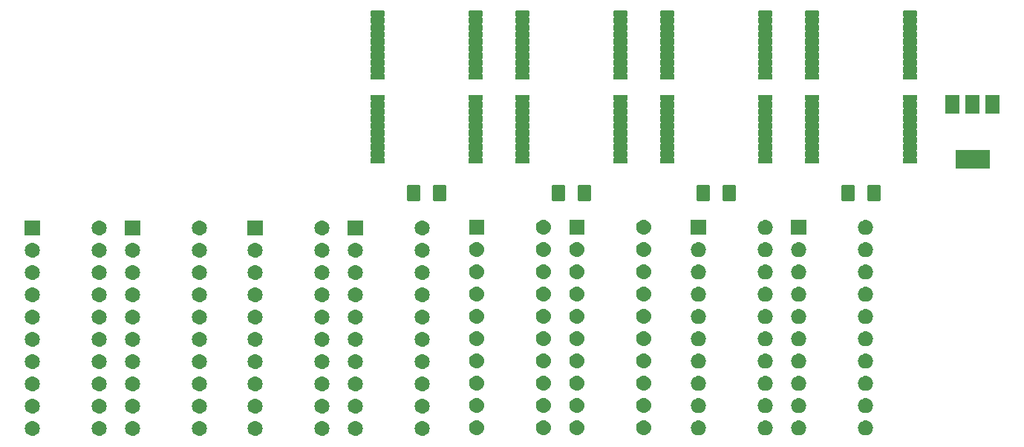
<source format=gts>
G04 #@! TF.GenerationSoftware,KiCad,Pcbnew,(5.1.2-1)-1*
G04 #@! TF.CreationDate,2019-05-13T19:01:55+01:00*
G04 #@! TF.ProjectId,DRAM Board,4452414d-2042-46f6-9172-642e6b696361,rev?*
G04 #@! TF.SameCoordinates,Original*
G04 #@! TF.FileFunction,Soldermask,Top*
G04 #@! TF.FilePolarity,Negative*
%FSLAX46Y46*%
G04 Gerber Fmt 4.6, Leading zero omitted, Abs format (unit mm)*
G04 Created by KiCad (PCBNEW (5.1.2-1)-1) date 2019-05-13 19:01:55*
%MOMM*%
%LPD*%
G04 APERTURE LIST*
%ADD10C,0.100000*%
G04 APERTURE END LIST*
D10*
G36*
X187618823Y-96494313D02*
G01*
X187779242Y-96542976D01*
X187911906Y-96613886D01*
X187927078Y-96621996D01*
X188056659Y-96728341D01*
X188163004Y-96857922D01*
X188163005Y-96857924D01*
X188242024Y-97005758D01*
X188290687Y-97166177D01*
X188307117Y-97333000D01*
X188290687Y-97499823D01*
X188242024Y-97660242D01*
X188190265Y-97757076D01*
X188163004Y-97808078D01*
X188056659Y-97937659D01*
X187927078Y-98044004D01*
X187927076Y-98044005D01*
X187779242Y-98123024D01*
X187618823Y-98171687D01*
X187493804Y-98184000D01*
X187410196Y-98184000D01*
X187285177Y-98171687D01*
X187124758Y-98123024D01*
X186976924Y-98044005D01*
X186976922Y-98044004D01*
X186847341Y-97937659D01*
X186740996Y-97808078D01*
X186713735Y-97757076D01*
X186661976Y-97660242D01*
X186613313Y-97499823D01*
X186596883Y-97333000D01*
X186613313Y-97166177D01*
X186661976Y-97005758D01*
X186740995Y-96857924D01*
X186740996Y-96857922D01*
X186847341Y-96728341D01*
X186976922Y-96621996D01*
X186992094Y-96613886D01*
X187124758Y-96542976D01*
X187285177Y-96494313D01*
X187410196Y-96482000D01*
X187493804Y-96482000D01*
X187618823Y-96494313D01*
X187618823Y-96494313D01*
G37*
G36*
X179998823Y-96494313D02*
G01*
X180159242Y-96542976D01*
X180291906Y-96613886D01*
X180307078Y-96621996D01*
X180436659Y-96728341D01*
X180543004Y-96857922D01*
X180543005Y-96857924D01*
X180622024Y-97005758D01*
X180670687Y-97166177D01*
X180687117Y-97333000D01*
X180670687Y-97499823D01*
X180622024Y-97660242D01*
X180570265Y-97757076D01*
X180543004Y-97808078D01*
X180436659Y-97937659D01*
X180307078Y-98044004D01*
X180307076Y-98044005D01*
X180159242Y-98123024D01*
X179998823Y-98171687D01*
X179873804Y-98184000D01*
X179790196Y-98184000D01*
X179665177Y-98171687D01*
X179504758Y-98123024D01*
X179356924Y-98044005D01*
X179356922Y-98044004D01*
X179227341Y-97937659D01*
X179120996Y-97808078D01*
X179093735Y-97757076D01*
X179041976Y-97660242D01*
X178993313Y-97499823D01*
X178976883Y-97333000D01*
X178993313Y-97166177D01*
X179041976Y-97005758D01*
X179120995Y-96857924D01*
X179120996Y-96857922D01*
X179227341Y-96728341D01*
X179356922Y-96621996D01*
X179372094Y-96613886D01*
X179504758Y-96542976D01*
X179665177Y-96494313D01*
X179790196Y-96482000D01*
X179873804Y-96482000D01*
X179998823Y-96494313D01*
X179998823Y-96494313D01*
G37*
G36*
X176188823Y-96494313D02*
G01*
X176349242Y-96542976D01*
X176481906Y-96613886D01*
X176497078Y-96621996D01*
X176626659Y-96728341D01*
X176733004Y-96857922D01*
X176733005Y-96857924D01*
X176812024Y-97005758D01*
X176860687Y-97166177D01*
X176877117Y-97333000D01*
X176860687Y-97499823D01*
X176812024Y-97660242D01*
X176760265Y-97757076D01*
X176733004Y-97808078D01*
X176626659Y-97937659D01*
X176497078Y-98044004D01*
X176497076Y-98044005D01*
X176349242Y-98123024D01*
X176188823Y-98171687D01*
X176063804Y-98184000D01*
X175980196Y-98184000D01*
X175855177Y-98171687D01*
X175694758Y-98123024D01*
X175546924Y-98044005D01*
X175546922Y-98044004D01*
X175417341Y-97937659D01*
X175310996Y-97808078D01*
X175283735Y-97757076D01*
X175231976Y-97660242D01*
X175183313Y-97499823D01*
X175166883Y-97333000D01*
X175183313Y-97166177D01*
X175231976Y-97005758D01*
X175310995Y-96857924D01*
X175310996Y-96857922D01*
X175417341Y-96728341D01*
X175546922Y-96621996D01*
X175562094Y-96613886D01*
X175694758Y-96542976D01*
X175855177Y-96494313D01*
X175980196Y-96482000D01*
X176063804Y-96482000D01*
X176188823Y-96494313D01*
X176188823Y-96494313D01*
G37*
G36*
X168568823Y-96494313D02*
G01*
X168729242Y-96542976D01*
X168861906Y-96613886D01*
X168877078Y-96621996D01*
X169006659Y-96728341D01*
X169113004Y-96857922D01*
X169113005Y-96857924D01*
X169192024Y-97005758D01*
X169240687Y-97166177D01*
X169257117Y-97333000D01*
X169240687Y-97499823D01*
X169192024Y-97660242D01*
X169140265Y-97757076D01*
X169113004Y-97808078D01*
X169006659Y-97937659D01*
X168877078Y-98044004D01*
X168877076Y-98044005D01*
X168729242Y-98123024D01*
X168568823Y-98171687D01*
X168443804Y-98184000D01*
X168360196Y-98184000D01*
X168235177Y-98171687D01*
X168074758Y-98123024D01*
X167926924Y-98044005D01*
X167926922Y-98044004D01*
X167797341Y-97937659D01*
X167690996Y-97808078D01*
X167663735Y-97757076D01*
X167611976Y-97660242D01*
X167563313Y-97499823D01*
X167546883Y-97333000D01*
X167563313Y-97166177D01*
X167611976Y-97005758D01*
X167690995Y-96857924D01*
X167690996Y-96857922D01*
X167797341Y-96728341D01*
X167926922Y-96621996D01*
X167942094Y-96613886D01*
X168074758Y-96542976D01*
X168235177Y-96494313D01*
X168360196Y-96482000D01*
X168443804Y-96482000D01*
X168568823Y-96494313D01*
X168568823Y-96494313D01*
G37*
G36*
X162218823Y-96494313D02*
G01*
X162379242Y-96542976D01*
X162511906Y-96613886D01*
X162527078Y-96621996D01*
X162656659Y-96728341D01*
X162763004Y-96857922D01*
X162763005Y-96857924D01*
X162842024Y-97005758D01*
X162890687Y-97166177D01*
X162907117Y-97333000D01*
X162890687Y-97499823D01*
X162842024Y-97660242D01*
X162790265Y-97757076D01*
X162763004Y-97808078D01*
X162656659Y-97937659D01*
X162527078Y-98044004D01*
X162527076Y-98044005D01*
X162379242Y-98123024D01*
X162218823Y-98171687D01*
X162093804Y-98184000D01*
X162010196Y-98184000D01*
X161885177Y-98171687D01*
X161724758Y-98123024D01*
X161576924Y-98044005D01*
X161576922Y-98044004D01*
X161447341Y-97937659D01*
X161340996Y-97808078D01*
X161313735Y-97757076D01*
X161261976Y-97660242D01*
X161213313Y-97499823D01*
X161196883Y-97333000D01*
X161213313Y-97166177D01*
X161261976Y-97005758D01*
X161340995Y-96857924D01*
X161340996Y-96857922D01*
X161447341Y-96728341D01*
X161576922Y-96621996D01*
X161592094Y-96613886D01*
X161724758Y-96542976D01*
X161885177Y-96494313D01*
X162010196Y-96482000D01*
X162093804Y-96482000D01*
X162218823Y-96494313D01*
X162218823Y-96494313D01*
G37*
G36*
X154598823Y-96494313D02*
G01*
X154759242Y-96542976D01*
X154891906Y-96613886D01*
X154907078Y-96621996D01*
X155036659Y-96728341D01*
X155143004Y-96857922D01*
X155143005Y-96857924D01*
X155222024Y-97005758D01*
X155270687Y-97166177D01*
X155287117Y-97333000D01*
X155270687Y-97499823D01*
X155222024Y-97660242D01*
X155170265Y-97757076D01*
X155143004Y-97808078D01*
X155036659Y-97937659D01*
X154907078Y-98044004D01*
X154907076Y-98044005D01*
X154759242Y-98123024D01*
X154598823Y-98171687D01*
X154473804Y-98184000D01*
X154390196Y-98184000D01*
X154265177Y-98171687D01*
X154104758Y-98123024D01*
X153956924Y-98044005D01*
X153956922Y-98044004D01*
X153827341Y-97937659D01*
X153720996Y-97808078D01*
X153693735Y-97757076D01*
X153641976Y-97660242D01*
X153593313Y-97499823D01*
X153576883Y-97333000D01*
X153593313Y-97166177D01*
X153641976Y-97005758D01*
X153720995Y-96857924D01*
X153720996Y-96857922D01*
X153827341Y-96728341D01*
X153956922Y-96621996D01*
X153972094Y-96613886D01*
X154104758Y-96542976D01*
X154265177Y-96494313D01*
X154390196Y-96482000D01*
X154473804Y-96482000D01*
X154598823Y-96494313D01*
X154598823Y-96494313D01*
G37*
G36*
X150788823Y-96494313D02*
G01*
X150949242Y-96542976D01*
X151081906Y-96613886D01*
X151097078Y-96621996D01*
X151226659Y-96728341D01*
X151333004Y-96857922D01*
X151333005Y-96857924D01*
X151412024Y-97005758D01*
X151460687Y-97166177D01*
X151477117Y-97333000D01*
X151460687Y-97499823D01*
X151412024Y-97660242D01*
X151360265Y-97757076D01*
X151333004Y-97808078D01*
X151226659Y-97937659D01*
X151097078Y-98044004D01*
X151097076Y-98044005D01*
X150949242Y-98123024D01*
X150788823Y-98171687D01*
X150663804Y-98184000D01*
X150580196Y-98184000D01*
X150455177Y-98171687D01*
X150294758Y-98123024D01*
X150146924Y-98044005D01*
X150146922Y-98044004D01*
X150017341Y-97937659D01*
X149910996Y-97808078D01*
X149883735Y-97757076D01*
X149831976Y-97660242D01*
X149783313Y-97499823D01*
X149766883Y-97333000D01*
X149783313Y-97166177D01*
X149831976Y-97005758D01*
X149910995Y-96857924D01*
X149910996Y-96857922D01*
X150017341Y-96728341D01*
X150146922Y-96621996D01*
X150162094Y-96613886D01*
X150294758Y-96542976D01*
X150455177Y-96494313D01*
X150580196Y-96482000D01*
X150663804Y-96482000D01*
X150788823Y-96494313D01*
X150788823Y-96494313D01*
G37*
G36*
X143168823Y-96494313D02*
G01*
X143329242Y-96542976D01*
X143461906Y-96613886D01*
X143477078Y-96621996D01*
X143606659Y-96728341D01*
X143713004Y-96857922D01*
X143713005Y-96857924D01*
X143792024Y-97005758D01*
X143840687Y-97166177D01*
X143857117Y-97333000D01*
X143840687Y-97499823D01*
X143792024Y-97660242D01*
X143740265Y-97757076D01*
X143713004Y-97808078D01*
X143606659Y-97937659D01*
X143477078Y-98044004D01*
X143477076Y-98044005D01*
X143329242Y-98123024D01*
X143168823Y-98171687D01*
X143043804Y-98184000D01*
X142960196Y-98184000D01*
X142835177Y-98171687D01*
X142674758Y-98123024D01*
X142526924Y-98044005D01*
X142526922Y-98044004D01*
X142397341Y-97937659D01*
X142290996Y-97808078D01*
X142263735Y-97757076D01*
X142211976Y-97660242D01*
X142163313Y-97499823D01*
X142146883Y-97333000D01*
X142163313Y-97166177D01*
X142211976Y-97005758D01*
X142290995Y-96857924D01*
X142290996Y-96857922D01*
X142397341Y-96728341D01*
X142526922Y-96621996D01*
X142542094Y-96613886D01*
X142674758Y-96542976D01*
X142835177Y-96494313D01*
X142960196Y-96482000D01*
X143043804Y-96482000D01*
X143168823Y-96494313D01*
X143168823Y-96494313D01*
G37*
G36*
X226734823Y-96443313D02*
G01*
X226895242Y-96491976D01*
X226990654Y-96542975D01*
X227043078Y-96570996D01*
X227172659Y-96677341D01*
X227279004Y-96806922D01*
X227279005Y-96806924D01*
X227358024Y-96954758D01*
X227406687Y-97115177D01*
X227423117Y-97282000D01*
X227406687Y-97448823D01*
X227358024Y-97609242D01*
X227287114Y-97741906D01*
X227279004Y-97757078D01*
X227172659Y-97886659D01*
X227043078Y-97993004D01*
X227043076Y-97993005D01*
X226895242Y-98072024D01*
X226734823Y-98120687D01*
X226609804Y-98133000D01*
X226526196Y-98133000D01*
X226401177Y-98120687D01*
X226240758Y-98072024D01*
X226092924Y-97993005D01*
X226092922Y-97993004D01*
X225963341Y-97886659D01*
X225856996Y-97757078D01*
X225848886Y-97741906D01*
X225777976Y-97609242D01*
X225729313Y-97448823D01*
X225712883Y-97282000D01*
X225729313Y-97115177D01*
X225777976Y-96954758D01*
X225856995Y-96806924D01*
X225856996Y-96806922D01*
X225963341Y-96677341D01*
X226092922Y-96570996D01*
X226145346Y-96542975D01*
X226240758Y-96491976D01*
X226401177Y-96443313D01*
X226526196Y-96431000D01*
X226609804Y-96431000D01*
X226734823Y-96443313D01*
X226734823Y-96443313D01*
G37*
G36*
X219114823Y-96443313D02*
G01*
X219275242Y-96491976D01*
X219370654Y-96542975D01*
X219423078Y-96570996D01*
X219552659Y-96677341D01*
X219659004Y-96806922D01*
X219659005Y-96806924D01*
X219738024Y-96954758D01*
X219786687Y-97115177D01*
X219803117Y-97282000D01*
X219786687Y-97448823D01*
X219738024Y-97609242D01*
X219667114Y-97741906D01*
X219659004Y-97757078D01*
X219552659Y-97886659D01*
X219423078Y-97993004D01*
X219423076Y-97993005D01*
X219275242Y-98072024D01*
X219114823Y-98120687D01*
X218989804Y-98133000D01*
X218906196Y-98133000D01*
X218781177Y-98120687D01*
X218620758Y-98072024D01*
X218472924Y-97993005D01*
X218472922Y-97993004D01*
X218343341Y-97886659D01*
X218236996Y-97757078D01*
X218228886Y-97741906D01*
X218157976Y-97609242D01*
X218109313Y-97448823D01*
X218092883Y-97282000D01*
X218109313Y-97115177D01*
X218157976Y-96954758D01*
X218236995Y-96806924D01*
X218236996Y-96806922D01*
X218343341Y-96677341D01*
X218472922Y-96570996D01*
X218525346Y-96542975D01*
X218620758Y-96491976D01*
X218781177Y-96443313D01*
X218906196Y-96431000D01*
X218989804Y-96431000D01*
X219114823Y-96443313D01*
X219114823Y-96443313D01*
G37*
G36*
X238164823Y-96443313D02*
G01*
X238325242Y-96491976D01*
X238420654Y-96542975D01*
X238473078Y-96570996D01*
X238602659Y-96677341D01*
X238709004Y-96806922D01*
X238709005Y-96806924D01*
X238788024Y-96954758D01*
X238836687Y-97115177D01*
X238853117Y-97282000D01*
X238836687Y-97448823D01*
X238788024Y-97609242D01*
X238717114Y-97741906D01*
X238709004Y-97757078D01*
X238602659Y-97886659D01*
X238473078Y-97993004D01*
X238473076Y-97993005D01*
X238325242Y-98072024D01*
X238164823Y-98120687D01*
X238039804Y-98133000D01*
X237956196Y-98133000D01*
X237831177Y-98120687D01*
X237670758Y-98072024D01*
X237522924Y-97993005D01*
X237522922Y-97993004D01*
X237393341Y-97886659D01*
X237286996Y-97757078D01*
X237278886Y-97741906D01*
X237207976Y-97609242D01*
X237159313Y-97448823D01*
X237142883Y-97282000D01*
X237159313Y-97115177D01*
X237207976Y-96954758D01*
X237286995Y-96806924D01*
X237286996Y-96806922D01*
X237393341Y-96677341D01*
X237522922Y-96570996D01*
X237575346Y-96542975D01*
X237670758Y-96491976D01*
X237831177Y-96443313D01*
X237956196Y-96431000D01*
X238039804Y-96431000D01*
X238164823Y-96443313D01*
X238164823Y-96443313D01*
G37*
G36*
X230544823Y-96443313D02*
G01*
X230705242Y-96491976D01*
X230800654Y-96542975D01*
X230853078Y-96570996D01*
X230982659Y-96677341D01*
X231089004Y-96806922D01*
X231089005Y-96806924D01*
X231168024Y-96954758D01*
X231216687Y-97115177D01*
X231233117Y-97282000D01*
X231216687Y-97448823D01*
X231168024Y-97609242D01*
X231097114Y-97741906D01*
X231089004Y-97757078D01*
X230982659Y-97886659D01*
X230853078Y-97993004D01*
X230853076Y-97993005D01*
X230705242Y-98072024D01*
X230544823Y-98120687D01*
X230419804Y-98133000D01*
X230336196Y-98133000D01*
X230211177Y-98120687D01*
X230050758Y-98072024D01*
X229902924Y-97993005D01*
X229902922Y-97993004D01*
X229773341Y-97886659D01*
X229666996Y-97757078D01*
X229658886Y-97741906D01*
X229587976Y-97609242D01*
X229539313Y-97448823D01*
X229522883Y-97282000D01*
X229539313Y-97115177D01*
X229587976Y-96954758D01*
X229666995Y-96806924D01*
X229666996Y-96806922D01*
X229773341Y-96677341D01*
X229902922Y-96570996D01*
X229955346Y-96542975D01*
X230050758Y-96491976D01*
X230211177Y-96443313D01*
X230336196Y-96431000D01*
X230419804Y-96431000D01*
X230544823Y-96443313D01*
X230544823Y-96443313D01*
G37*
G36*
X193816823Y-96417913D02*
G01*
X193977242Y-96466576D01*
X194109906Y-96537486D01*
X194125078Y-96545596D01*
X194254659Y-96651941D01*
X194361004Y-96781522D01*
X194361005Y-96781524D01*
X194440024Y-96929358D01*
X194488687Y-97089777D01*
X194505117Y-97256600D01*
X194488687Y-97423423D01*
X194440024Y-97583842D01*
X194426449Y-97609239D01*
X194361004Y-97731678D01*
X194254659Y-97861259D01*
X194125078Y-97967604D01*
X194125076Y-97967605D01*
X193977242Y-98046624D01*
X193816823Y-98095287D01*
X193691804Y-98107600D01*
X193608196Y-98107600D01*
X193483177Y-98095287D01*
X193322758Y-98046624D01*
X193174924Y-97967605D01*
X193174922Y-97967604D01*
X193045341Y-97861259D01*
X192938996Y-97731678D01*
X192873551Y-97609239D01*
X192859976Y-97583842D01*
X192811313Y-97423423D01*
X192794883Y-97256600D01*
X192811313Y-97089777D01*
X192859976Y-96929358D01*
X192938995Y-96781524D01*
X192938996Y-96781522D01*
X193045341Y-96651941D01*
X193174922Y-96545596D01*
X193190094Y-96537486D01*
X193322758Y-96466576D01*
X193483177Y-96417913D01*
X193608196Y-96405600D01*
X193691804Y-96405600D01*
X193816823Y-96417913D01*
X193816823Y-96417913D01*
G37*
G36*
X205246823Y-96417913D02*
G01*
X205407242Y-96466576D01*
X205539906Y-96537486D01*
X205555078Y-96545596D01*
X205684659Y-96651941D01*
X205791004Y-96781522D01*
X205791005Y-96781524D01*
X205870024Y-96929358D01*
X205918687Y-97089777D01*
X205935117Y-97256600D01*
X205918687Y-97423423D01*
X205870024Y-97583842D01*
X205856449Y-97609239D01*
X205791004Y-97731678D01*
X205684659Y-97861259D01*
X205555078Y-97967604D01*
X205555076Y-97967605D01*
X205407242Y-98046624D01*
X205246823Y-98095287D01*
X205121804Y-98107600D01*
X205038196Y-98107600D01*
X204913177Y-98095287D01*
X204752758Y-98046624D01*
X204604924Y-97967605D01*
X204604922Y-97967604D01*
X204475341Y-97861259D01*
X204368996Y-97731678D01*
X204303551Y-97609239D01*
X204289976Y-97583842D01*
X204241313Y-97423423D01*
X204224883Y-97256600D01*
X204241313Y-97089777D01*
X204289976Y-96929358D01*
X204368995Y-96781524D01*
X204368996Y-96781522D01*
X204475341Y-96651941D01*
X204604922Y-96545596D01*
X204620094Y-96537486D01*
X204752758Y-96466576D01*
X204913177Y-96417913D01*
X205038196Y-96405600D01*
X205121804Y-96405600D01*
X205246823Y-96417913D01*
X205246823Y-96417913D01*
G37*
G36*
X212866823Y-96417913D02*
G01*
X213027242Y-96466576D01*
X213159906Y-96537486D01*
X213175078Y-96545596D01*
X213304659Y-96651941D01*
X213411004Y-96781522D01*
X213411005Y-96781524D01*
X213490024Y-96929358D01*
X213538687Y-97089777D01*
X213555117Y-97256600D01*
X213538687Y-97423423D01*
X213490024Y-97583842D01*
X213476449Y-97609239D01*
X213411004Y-97731678D01*
X213304659Y-97861259D01*
X213175078Y-97967604D01*
X213175076Y-97967605D01*
X213027242Y-98046624D01*
X212866823Y-98095287D01*
X212741804Y-98107600D01*
X212658196Y-98107600D01*
X212533177Y-98095287D01*
X212372758Y-98046624D01*
X212224924Y-97967605D01*
X212224922Y-97967604D01*
X212095341Y-97861259D01*
X211988996Y-97731678D01*
X211923551Y-97609239D01*
X211909976Y-97583842D01*
X211861313Y-97423423D01*
X211844883Y-97256600D01*
X211861313Y-97089777D01*
X211909976Y-96929358D01*
X211988995Y-96781524D01*
X211988996Y-96781522D01*
X212095341Y-96651941D01*
X212224922Y-96545596D01*
X212240094Y-96537486D01*
X212372758Y-96466576D01*
X212533177Y-96417913D01*
X212658196Y-96405600D01*
X212741804Y-96405600D01*
X212866823Y-96417913D01*
X212866823Y-96417913D01*
G37*
G36*
X201436823Y-96417913D02*
G01*
X201597242Y-96466576D01*
X201729906Y-96537486D01*
X201745078Y-96545596D01*
X201874659Y-96651941D01*
X201981004Y-96781522D01*
X201981005Y-96781524D01*
X202060024Y-96929358D01*
X202108687Y-97089777D01*
X202125117Y-97256600D01*
X202108687Y-97423423D01*
X202060024Y-97583842D01*
X202046449Y-97609239D01*
X201981004Y-97731678D01*
X201874659Y-97861259D01*
X201745078Y-97967604D01*
X201745076Y-97967605D01*
X201597242Y-98046624D01*
X201436823Y-98095287D01*
X201311804Y-98107600D01*
X201228196Y-98107600D01*
X201103177Y-98095287D01*
X200942758Y-98046624D01*
X200794924Y-97967605D01*
X200794922Y-97967604D01*
X200665341Y-97861259D01*
X200558996Y-97731678D01*
X200493551Y-97609239D01*
X200479976Y-97583842D01*
X200431313Y-97423423D01*
X200414883Y-97256600D01*
X200431313Y-97089777D01*
X200479976Y-96929358D01*
X200558995Y-96781524D01*
X200558996Y-96781522D01*
X200665341Y-96651941D01*
X200794922Y-96545596D01*
X200810094Y-96537486D01*
X200942758Y-96466576D01*
X201103177Y-96417913D01*
X201228196Y-96405600D01*
X201311804Y-96405600D01*
X201436823Y-96417913D01*
X201436823Y-96417913D01*
G37*
G36*
X143168823Y-93954313D02*
G01*
X143329242Y-94002976D01*
X143461906Y-94073886D01*
X143477078Y-94081996D01*
X143606659Y-94188341D01*
X143713004Y-94317922D01*
X143713005Y-94317924D01*
X143792024Y-94465758D01*
X143840687Y-94626177D01*
X143857117Y-94793000D01*
X143840687Y-94959823D01*
X143792024Y-95120242D01*
X143740265Y-95217076D01*
X143713004Y-95268078D01*
X143606659Y-95397659D01*
X143477078Y-95504004D01*
X143477076Y-95504005D01*
X143329242Y-95583024D01*
X143168823Y-95631687D01*
X143043804Y-95644000D01*
X142960196Y-95644000D01*
X142835177Y-95631687D01*
X142674758Y-95583024D01*
X142526924Y-95504005D01*
X142526922Y-95504004D01*
X142397341Y-95397659D01*
X142290996Y-95268078D01*
X142263735Y-95217076D01*
X142211976Y-95120242D01*
X142163313Y-94959823D01*
X142146883Y-94793000D01*
X142163313Y-94626177D01*
X142211976Y-94465758D01*
X142290995Y-94317924D01*
X142290996Y-94317922D01*
X142397341Y-94188341D01*
X142526922Y-94081996D01*
X142542094Y-94073886D01*
X142674758Y-94002976D01*
X142835177Y-93954313D01*
X142960196Y-93942000D01*
X143043804Y-93942000D01*
X143168823Y-93954313D01*
X143168823Y-93954313D01*
G37*
G36*
X187618823Y-93954313D02*
G01*
X187779242Y-94002976D01*
X187911906Y-94073886D01*
X187927078Y-94081996D01*
X188056659Y-94188341D01*
X188163004Y-94317922D01*
X188163005Y-94317924D01*
X188242024Y-94465758D01*
X188290687Y-94626177D01*
X188307117Y-94793000D01*
X188290687Y-94959823D01*
X188242024Y-95120242D01*
X188190265Y-95217076D01*
X188163004Y-95268078D01*
X188056659Y-95397659D01*
X187927078Y-95504004D01*
X187927076Y-95504005D01*
X187779242Y-95583024D01*
X187618823Y-95631687D01*
X187493804Y-95644000D01*
X187410196Y-95644000D01*
X187285177Y-95631687D01*
X187124758Y-95583024D01*
X186976924Y-95504005D01*
X186976922Y-95504004D01*
X186847341Y-95397659D01*
X186740996Y-95268078D01*
X186713735Y-95217076D01*
X186661976Y-95120242D01*
X186613313Y-94959823D01*
X186596883Y-94793000D01*
X186613313Y-94626177D01*
X186661976Y-94465758D01*
X186740995Y-94317924D01*
X186740996Y-94317922D01*
X186847341Y-94188341D01*
X186976922Y-94081996D01*
X186992094Y-94073886D01*
X187124758Y-94002976D01*
X187285177Y-93954313D01*
X187410196Y-93942000D01*
X187493804Y-93942000D01*
X187618823Y-93954313D01*
X187618823Y-93954313D01*
G37*
G36*
X176188823Y-93954313D02*
G01*
X176349242Y-94002976D01*
X176481906Y-94073886D01*
X176497078Y-94081996D01*
X176626659Y-94188341D01*
X176733004Y-94317922D01*
X176733005Y-94317924D01*
X176812024Y-94465758D01*
X176860687Y-94626177D01*
X176877117Y-94793000D01*
X176860687Y-94959823D01*
X176812024Y-95120242D01*
X176760265Y-95217076D01*
X176733004Y-95268078D01*
X176626659Y-95397659D01*
X176497078Y-95504004D01*
X176497076Y-95504005D01*
X176349242Y-95583024D01*
X176188823Y-95631687D01*
X176063804Y-95644000D01*
X175980196Y-95644000D01*
X175855177Y-95631687D01*
X175694758Y-95583024D01*
X175546924Y-95504005D01*
X175546922Y-95504004D01*
X175417341Y-95397659D01*
X175310996Y-95268078D01*
X175283735Y-95217076D01*
X175231976Y-95120242D01*
X175183313Y-94959823D01*
X175166883Y-94793000D01*
X175183313Y-94626177D01*
X175231976Y-94465758D01*
X175310995Y-94317924D01*
X175310996Y-94317922D01*
X175417341Y-94188341D01*
X175546922Y-94081996D01*
X175562094Y-94073886D01*
X175694758Y-94002976D01*
X175855177Y-93954313D01*
X175980196Y-93942000D01*
X176063804Y-93942000D01*
X176188823Y-93954313D01*
X176188823Y-93954313D01*
G37*
G36*
X150788823Y-93954313D02*
G01*
X150949242Y-94002976D01*
X151081906Y-94073886D01*
X151097078Y-94081996D01*
X151226659Y-94188341D01*
X151333004Y-94317922D01*
X151333005Y-94317924D01*
X151412024Y-94465758D01*
X151460687Y-94626177D01*
X151477117Y-94793000D01*
X151460687Y-94959823D01*
X151412024Y-95120242D01*
X151360265Y-95217076D01*
X151333004Y-95268078D01*
X151226659Y-95397659D01*
X151097078Y-95504004D01*
X151097076Y-95504005D01*
X150949242Y-95583024D01*
X150788823Y-95631687D01*
X150663804Y-95644000D01*
X150580196Y-95644000D01*
X150455177Y-95631687D01*
X150294758Y-95583024D01*
X150146924Y-95504005D01*
X150146922Y-95504004D01*
X150017341Y-95397659D01*
X149910996Y-95268078D01*
X149883735Y-95217076D01*
X149831976Y-95120242D01*
X149783313Y-94959823D01*
X149766883Y-94793000D01*
X149783313Y-94626177D01*
X149831976Y-94465758D01*
X149910995Y-94317924D01*
X149910996Y-94317922D01*
X150017341Y-94188341D01*
X150146922Y-94081996D01*
X150162094Y-94073886D01*
X150294758Y-94002976D01*
X150455177Y-93954313D01*
X150580196Y-93942000D01*
X150663804Y-93942000D01*
X150788823Y-93954313D01*
X150788823Y-93954313D01*
G37*
G36*
X179998823Y-93954313D02*
G01*
X180159242Y-94002976D01*
X180291906Y-94073886D01*
X180307078Y-94081996D01*
X180436659Y-94188341D01*
X180543004Y-94317922D01*
X180543005Y-94317924D01*
X180622024Y-94465758D01*
X180670687Y-94626177D01*
X180687117Y-94793000D01*
X180670687Y-94959823D01*
X180622024Y-95120242D01*
X180570265Y-95217076D01*
X180543004Y-95268078D01*
X180436659Y-95397659D01*
X180307078Y-95504004D01*
X180307076Y-95504005D01*
X180159242Y-95583024D01*
X179998823Y-95631687D01*
X179873804Y-95644000D01*
X179790196Y-95644000D01*
X179665177Y-95631687D01*
X179504758Y-95583024D01*
X179356924Y-95504005D01*
X179356922Y-95504004D01*
X179227341Y-95397659D01*
X179120996Y-95268078D01*
X179093735Y-95217076D01*
X179041976Y-95120242D01*
X178993313Y-94959823D01*
X178976883Y-94793000D01*
X178993313Y-94626177D01*
X179041976Y-94465758D01*
X179120995Y-94317924D01*
X179120996Y-94317922D01*
X179227341Y-94188341D01*
X179356922Y-94081996D01*
X179372094Y-94073886D01*
X179504758Y-94002976D01*
X179665177Y-93954313D01*
X179790196Y-93942000D01*
X179873804Y-93942000D01*
X179998823Y-93954313D01*
X179998823Y-93954313D01*
G37*
G36*
X168568823Y-93954313D02*
G01*
X168729242Y-94002976D01*
X168861906Y-94073886D01*
X168877078Y-94081996D01*
X169006659Y-94188341D01*
X169113004Y-94317922D01*
X169113005Y-94317924D01*
X169192024Y-94465758D01*
X169240687Y-94626177D01*
X169257117Y-94793000D01*
X169240687Y-94959823D01*
X169192024Y-95120242D01*
X169140265Y-95217076D01*
X169113004Y-95268078D01*
X169006659Y-95397659D01*
X168877078Y-95504004D01*
X168877076Y-95504005D01*
X168729242Y-95583024D01*
X168568823Y-95631687D01*
X168443804Y-95644000D01*
X168360196Y-95644000D01*
X168235177Y-95631687D01*
X168074758Y-95583024D01*
X167926924Y-95504005D01*
X167926922Y-95504004D01*
X167797341Y-95397659D01*
X167690996Y-95268078D01*
X167663735Y-95217076D01*
X167611976Y-95120242D01*
X167563313Y-94959823D01*
X167546883Y-94793000D01*
X167563313Y-94626177D01*
X167611976Y-94465758D01*
X167690995Y-94317924D01*
X167690996Y-94317922D01*
X167797341Y-94188341D01*
X167926922Y-94081996D01*
X167942094Y-94073886D01*
X168074758Y-94002976D01*
X168235177Y-93954313D01*
X168360196Y-93942000D01*
X168443804Y-93942000D01*
X168568823Y-93954313D01*
X168568823Y-93954313D01*
G37*
G36*
X162218823Y-93954313D02*
G01*
X162379242Y-94002976D01*
X162511906Y-94073886D01*
X162527078Y-94081996D01*
X162656659Y-94188341D01*
X162763004Y-94317922D01*
X162763005Y-94317924D01*
X162842024Y-94465758D01*
X162890687Y-94626177D01*
X162907117Y-94793000D01*
X162890687Y-94959823D01*
X162842024Y-95120242D01*
X162790265Y-95217076D01*
X162763004Y-95268078D01*
X162656659Y-95397659D01*
X162527078Y-95504004D01*
X162527076Y-95504005D01*
X162379242Y-95583024D01*
X162218823Y-95631687D01*
X162093804Y-95644000D01*
X162010196Y-95644000D01*
X161885177Y-95631687D01*
X161724758Y-95583024D01*
X161576924Y-95504005D01*
X161576922Y-95504004D01*
X161447341Y-95397659D01*
X161340996Y-95268078D01*
X161313735Y-95217076D01*
X161261976Y-95120242D01*
X161213313Y-94959823D01*
X161196883Y-94793000D01*
X161213313Y-94626177D01*
X161261976Y-94465758D01*
X161340995Y-94317924D01*
X161340996Y-94317922D01*
X161447341Y-94188341D01*
X161576922Y-94081996D01*
X161592094Y-94073886D01*
X161724758Y-94002976D01*
X161885177Y-93954313D01*
X162010196Y-93942000D01*
X162093804Y-93942000D01*
X162218823Y-93954313D01*
X162218823Y-93954313D01*
G37*
G36*
X154598823Y-93954313D02*
G01*
X154759242Y-94002976D01*
X154891906Y-94073886D01*
X154907078Y-94081996D01*
X155036659Y-94188341D01*
X155143004Y-94317922D01*
X155143005Y-94317924D01*
X155222024Y-94465758D01*
X155270687Y-94626177D01*
X155287117Y-94793000D01*
X155270687Y-94959823D01*
X155222024Y-95120242D01*
X155170265Y-95217076D01*
X155143004Y-95268078D01*
X155036659Y-95397659D01*
X154907078Y-95504004D01*
X154907076Y-95504005D01*
X154759242Y-95583024D01*
X154598823Y-95631687D01*
X154473804Y-95644000D01*
X154390196Y-95644000D01*
X154265177Y-95631687D01*
X154104758Y-95583024D01*
X153956924Y-95504005D01*
X153956922Y-95504004D01*
X153827341Y-95397659D01*
X153720996Y-95268078D01*
X153693735Y-95217076D01*
X153641976Y-95120242D01*
X153593313Y-94959823D01*
X153576883Y-94793000D01*
X153593313Y-94626177D01*
X153641976Y-94465758D01*
X153720995Y-94317924D01*
X153720996Y-94317922D01*
X153827341Y-94188341D01*
X153956922Y-94081996D01*
X153972094Y-94073886D01*
X154104758Y-94002976D01*
X154265177Y-93954313D01*
X154390196Y-93942000D01*
X154473804Y-93942000D01*
X154598823Y-93954313D01*
X154598823Y-93954313D01*
G37*
G36*
X230544823Y-93903313D02*
G01*
X230705242Y-93951976D01*
X230800654Y-94002975D01*
X230853078Y-94030996D01*
X230982659Y-94137341D01*
X231089004Y-94266922D01*
X231089005Y-94266924D01*
X231168024Y-94414758D01*
X231216687Y-94575177D01*
X231233117Y-94742000D01*
X231216687Y-94908823D01*
X231168024Y-95069242D01*
X231097114Y-95201906D01*
X231089004Y-95217078D01*
X230982659Y-95346659D01*
X230853078Y-95453004D01*
X230853076Y-95453005D01*
X230705242Y-95532024D01*
X230544823Y-95580687D01*
X230419804Y-95593000D01*
X230336196Y-95593000D01*
X230211177Y-95580687D01*
X230050758Y-95532024D01*
X229902924Y-95453005D01*
X229902922Y-95453004D01*
X229773341Y-95346659D01*
X229666996Y-95217078D01*
X229658886Y-95201906D01*
X229587976Y-95069242D01*
X229539313Y-94908823D01*
X229522883Y-94742000D01*
X229539313Y-94575177D01*
X229587976Y-94414758D01*
X229666995Y-94266924D01*
X229666996Y-94266922D01*
X229773341Y-94137341D01*
X229902922Y-94030996D01*
X229955346Y-94002975D01*
X230050758Y-93951976D01*
X230211177Y-93903313D01*
X230336196Y-93891000D01*
X230419804Y-93891000D01*
X230544823Y-93903313D01*
X230544823Y-93903313D01*
G37*
G36*
X226734823Y-93903313D02*
G01*
X226895242Y-93951976D01*
X226990654Y-94002975D01*
X227043078Y-94030996D01*
X227172659Y-94137341D01*
X227279004Y-94266922D01*
X227279005Y-94266924D01*
X227358024Y-94414758D01*
X227406687Y-94575177D01*
X227423117Y-94742000D01*
X227406687Y-94908823D01*
X227358024Y-95069242D01*
X227287114Y-95201906D01*
X227279004Y-95217078D01*
X227172659Y-95346659D01*
X227043078Y-95453004D01*
X227043076Y-95453005D01*
X226895242Y-95532024D01*
X226734823Y-95580687D01*
X226609804Y-95593000D01*
X226526196Y-95593000D01*
X226401177Y-95580687D01*
X226240758Y-95532024D01*
X226092924Y-95453005D01*
X226092922Y-95453004D01*
X225963341Y-95346659D01*
X225856996Y-95217078D01*
X225848886Y-95201906D01*
X225777976Y-95069242D01*
X225729313Y-94908823D01*
X225712883Y-94742000D01*
X225729313Y-94575177D01*
X225777976Y-94414758D01*
X225856995Y-94266924D01*
X225856996Y-94266922D01*
X225963341Y-94137341D01*
X226092922Y-94030996D01*
X226145346Y-94002975D01*
X226240758Y-93951976D01*
X226401177Y-93903313D01*
X226526196Y-93891000D01*
X226609804Y-93891000D01*
X226734823Y-93903313D01*
X226734823Y-93903313D01*
G37*
G36*
X219114823Y-93903313D02*
G01*
X219275242Y-93951976D01*
X219370654Y-94002975D01*
X219423078Y-94030996D01*
X219552659Y-94137341D01*
X219659004Y-94266922D01*
X219659005Y-94266924D01*
X219738024Y-94414758D01*
X219786687Y-94575177D01*
X219803117Y-94742000D01*
X219786687Y-94908823D01*
X219738024Y-95069242D01*
X219667114Y-95201906D01*
X219659004Y-95217078D01*
X219552659Y-95346659D01*
X219423078Y-95453004D01*
X219423076Y-95453005D01*
X219275242Y-95532024D01*
X219114823Y-95580687D01*
X218989804Y-95593000D01*
X218906196Y-95593000D01*
X218781177Y-95580687D01*
X218620758Y-95532024D01*
X218472924Y-95453005D01*
X218472922Y-95453004D01*
X218343341Y-95346659D01*
X218236996Y-95217078D01*
X218228886Y-95201906D01*
X218157976Y-95069242D01*
X218109313Y-94908823D01*
X218092883Y-94742000D01*
X218109313Y-94575177D01*
X218157976Y-94414758D01*
X218236995Y-94266924D01*
X218236996Y-94266922D01*
X218343341Y-94137341D01*
X218472922Y-94030996D01*
X218525346Y-94002975D01*
X218620758Y-93951976D01*
X218781177Y-93903313D01*
X218906196Y-93891000D01*
X218989804Y-93891000D01*
X219114823Y-93903313D01*
X219114823Y-93903313D01*
G37*
G36*
X238164823Y-93903313D02*
G01*
X238325242Y-93951976D01*
X238420654Y-94002975D01*
X238473078Y-94030996D01*
X238602659Y-94137341D01*
X238709004Y-94266922D01*
X238709005Y-94266924D01*
X238788024Y-94414758D01*
X238836687Y-94575177D01*
X238853117Y-94742000D01*
X238836687Y-94908823D01*
X238788024Y-95069242D01*
X238717114Y-95201906D01*
X238709004Y-95217078D01*
X238602659Y-95346659D01*
X238473078Y-95453004D01*
X238473076Y-95453005D01*
X238325242Y-95532024D01*
X238164823Y-95580687D01*
X238039804Y-95593000D01*
X237956196Y-95593000D01*
X237831177Y-95580687D01*
X237670758Y-95532024D01*
X237522924Y-95453005D01*
X237522922Y-95453004D01*
X237393341Y-95346659D01*
X237286996Y-95217078D01*
X237278886Y-95201906D01*
X237207976Y-95069242D01*
X237159313Y-94908823D01*
X237142883Y-94742000D01*
X237159313Y-94575177D01*
X237207976Y-94414758D01*
X237286995Y-94266924D01*
X237286996Y-94266922D01*
X237393341Y-94137341D01*
X237522922Y-94030996D01*
X237575346Y-94002975D01*
X237670758Y-93951976D01*
X237831177Y-93903313D01*
X237956196Y-93891000D01*
X238039804Y-93891000D01*
X238164823Y-93903313D01*
X238164823Y-93903313D01*
G37*
G36*
X205246823Y-93877913D02*
G01*
X205407242Y-93926576D01*
X205539906Y-93997486D01*
X205555078Y-94005596D01*
X205684659Y-94111941D01*
X205791004Y-94241522D01*
X205791005Y-94241524D01*
X205870024Y-94389358D01*
X205918687Y-94549777D01*
X205935117Y-94716600D01*
X205918687Y-94883423D01*
X205870024Y-95043842D01*
X205856449Y-95069239D01*
X205791004Y-95191678D01*
X205684659Y-95321259D01*
X205555078Y-95427604D01*
X205555076Y-95427605D01*
X205407242Y-95506624D01*
X205246823Y-95555287D01*
X205121804Y-95567600D01*
X205038196Y-95567600D01*
X204913177Y-95555287D01*
X204752758Y-95506624D01*
X204604924Y-95427605D01*
X204604922Y-95427604D01*
X204475341Y-95321259D01*
X204368996Y-95191678D01*
X204303551Y-95069239D01*
X204289976Y-95043842D01*
X204241313Y-94883423D01*
X204224883Y-94716600D01*
X204241313Y-94549777D01*
X204289976Y-94389358D01*
X204368995Y-94241524D01*
X204368996Y-94241522D01*
X204475341Y-94111941D01*
X204604922Y-94005596D01*
X204620094Y-93997486D01*
X204752758Y-93926576D01*
X204913177Y-93877913D01*
X205038196Y-93865600D01*
X205121804Y-93865600D01*
X205246823Y-93877913D01*
X205246823Y-93877913D01*
G37*
G36*
X212866823Y-93877913D02*
G01*
X213027242Y-93926576D01*
X213159906Y-93997486D01*
X213175078Y-94005596D01*
X213304659Y-94111941D01*
X213411004Y-94241522D01*
X213411005Y-94241524D01*
X213490024Y-94389358D01*
X213538687Y-94549777D01*
X213555117Y-94716600D01*
X213538687Y-94883423D01*
X213490024Y-95043842D01*
X213476449Y-95069239D01*
X213411004Y-95191678D01*
X213304659Y-95321259D01*
X213175078Y-95427604D01*
X213175076Y-95427605D01*
X213027242Y-95506624D01*
X212866823Y-95555287D01*
X212741804Y-95567600D01*
X212658196Y-95567600D01*
X212533177Y-95555287D01*
X212372758Y-95506624D01*
X212224924Y-95427605D01*
X212224922Y-95427604D01*
X212095341Y-95321259D01*
X211988996Y-95191678D01*
X211923551Y-95069239D01*
X211909976Y-95043842D01*
X211861313Y-94883423D01*
X211844883Y-94716600D01*
X211861313Y-94549777D01*
X211909976Y-94389358D01*
X211988995Y-94241524D01*
X211988996Y-94241522D01*
X212095341Y-94111941D01*
X212224922Y-94005596D01*
X212240094Y-93997486D01*
X212372758Y-93926576D01*
X212533177Y-93877913D01*
X212658196Y-93865600D01*
X212741804Y-93865600D01*
X212866823Y-93877913D01*
X212866823Y-93877913D01*
G37*
G36*
X193816823Y-93877913D02*
G01*
X193977242Y-93926576D01*
X194109906Y-93997486D01*
X194125078Y-94005596D01*
X194254659Y-94111941D01*
X194361004Y-94241522D01*
X194361005Y-94241524D01*
X194440024Y-94389358D01*
X194488687Y-94549777D01*
X194505117Y-94716600D01*
X194488687Y-94883423D01*
X194440024Y-95043842D01*
X194426449Y-95069239D01*
X194361004Y-95191678D01*
X194254659Y-95321259D01*
X194125078Y-95427604D01*
X194125076Y-95427605D01*
X193977242Y-95506624D01*
X193816823Y-95555287D01*
X193691804Y-95567600D01*
X193608196Y-95567600D01*
X193483177Y-95555287D01*
X193322758Y-95506624D01*
X193174924Y-95427605D01*
X193174922Y-95427604D01*
X193045341Y-95321259D01*
X192938996Y-95191678D01*
X192873551Y-95069239D01*
X192859976Y-95043842D01*
X192811313Y-94883423D01*
X192794883Y-94716600D01*
X192811313Y-94549777D01*
X192859976Y-94389358D01*
X192938995Y-94241524D01*
X192938996Y-94241522D01*
X193045341Y-94111941D01*
X193174922Y-94005596D01*
X193190094Y-93997486D01*
X193322758Y-93926576D01*
X193483177Y-93877913D01*
X193608196Y-93865600D01*
X193691804Y-93865600D01*
X193816823Y-93877913D01*
X193816823Y-93877913D01*
G37*
G36*
X201436823Y-93877913D02*
G01*
X201597242Y-93926576D01*
X201729906Y-93997486D01*
X201745078Y-94005596D01*
X201874659Y-94111941D01*
X201981004Y-94241522D01*
X201981005Y-94241524D01*
X202060024Y-94389358D01*
X202108687Y-94549777D01*
X202125117Y-94716600D01*
X202108687Y-94883423D01*
X202060024Y-95043842D01*
X202046449Y-95069239D01*
X201981004Y-95191678D01*
X201874659Y-95321259D01*
X201745078Y-95427604D01*
X201745076Y-95427605D01*
X201597242Y-95506624D01*
X201436823Y-95555287D01*
X201311804Y-95567600D01*
X201228196Y-95567600D01*
X201103177Y-95555287D01*
X200942758Y-95506624D01*
X200794924Y-95427605D01*
X200794922Y-95427604D01*
X200665341Y-95321259D01*
X200558996Y-95191678D01*
X200493551Y-95069239D01*
X200479976Y-95043842D01*
X200431313Y-94883423D01*
X200414883Y-94716600D01*
X200431313Y-94549777D01*
X200479976Y-94389358D01*
X200558995Y-94241524D01*
X200558996Y-94241522D01*
X200665341Y-94111941D01*
X200794922Y-94005596D01*
X200810094Y-93997486D01*
X200942758Y-93926576D01*
X201103177Y-93877913D01*
X201228196Y-93865600D01*
X201311804Y-93865600D01*
X201436823Y-93877913D01*
X201436823Y-93877913D01*
G37*
G36*
X179998823Y-91414313D02*
G01*
X180159242Y-91462976D01*
X180291906Y-91533886D01*
X180307078Y-91541996D01*
X180436659Y-91648341D01*
X180543004Y-91777922D01*
X180543005Y-91777924D01*
X180622024Y-91925758D01*
X180670687Y-92086177D01*
X180687117Y-92253000D01*
X180670687Y-92419823D01*
X180622024Y-92580242D01*
X180570265Y-92677076D01*
X180543004Y-92728078D01*
X180436659Y-92857659D01*
X180307078Y-92964004D01*
X180307076Y-92964005D01*
X180159242Y-93043024D01*
X179998823Y-93091687D01*
X179873804Y-93104000D01*
X179790196Y-93104000D01*
X179665177Y-93091687D01*
X179504758Y-93043024D01*
X179356924Y-92964005D01*
X179356922Y-92964004D01*
X179227341Y-92857659D01*
X179120996Y-92728078D01*
X179093735Y-92677076D01*
X179041976Y-92580242D01*
X178993313Y-92419823D01*
X178976883Y-92253000D01*
X178993313Y-92086177D01*
X179041976Y-91925758D01*
X179120995Y-91777924D01*
X179120996Y-91777922D01*
X179227341Y-91648341D01*
X179356922Y-91541996D01*
X179372094Y-91533886D01*
X179504758Y-91462976D01*
X179665177Y-91414313D01*
X179790196Y-91402000D01*
X179873804Y-91402000D01*
X179998823Y-91414313D01*
X179998823Y-91414313D01*
G37*
G36*
X187618823Y-91414313D02*
G01*
X187779242Y-91462976D01*
X187911906Y-91533886D01*
X187927078Y-91541996D01*
X188056659Y-91648341D01*
X188163004Y-91777922D01*
X188163005Y-91777924D01*
X188242024Y-91925758D01*
X188290687Y-92086177D01*
X188307117Y-92253000D01*
X188290687Y-92419823D01*
X188242024Y-92580242D01*
X188190265Y-92677076D01*
X188163004Y-92728078D01*
X188056659Y-92857659D01*
X187927078Y-92964004D01*
X187927076Y-92964005D01*
X187779242Y-93043024D01*
X187618823Y-93091687D01*
X187493804Y-93104000D01*
X187410196Y-93104000D01*
X187285177Y-93091687D01*
X187124758Y-93043024D01*
X186976924Y-92964005D01*
X186976922Y-92964004D01*
X186847341Y-92857659D01*
X186740996Y-92728078D01*
X186713735Y-92677076D01*
X186661976Y-92580242D01*
X186613313Y-92419823D01*
X186596883Y-92253000D01*
X186613313Y-92086177D01*
X186661976Y-91925758D01*
X186740995Y-91777924D01*
X186740996Y-91777922D01*
X186847341Y-91648341D01*
X186976922Y-91541996D01*
X186992094Y-91533886D01*
X187124758Y-91462976D01*
X187285177Y-91414313D01*
X187410196Y-91402000D01*
X187493804Y-91402000D01*
X187618823Y-91414313D01*
X187618823Y-91414313D01*
G37*
G36*
X154598823Y-91414313D02*
G01*
X154759242Y-91462976D01*
X154891906Y-91533886D01*
X154907078Y-91541996D01*
X155036659Y-91648341D01*
X155143004Y-91777922D01*
X155143005Y-91777924D01*
X155222024Y-91925758D01*
X155270687Y-92086177D01*
X155287117Y-92253000D01*
X155270687Y-92419823D01*
X155222024Y-92580242D01*
X155170265Y-92677076D01*
X155143004Y-92728078D01*
X155036659Y-92857659D01*
X154907078Y-92964004D01*
X154907076Y-92964005D01*
X154759242Y-93043024D01*
X154598823Y-93091687D01*
X154473804Y-93104000D01*
X154390196Y-93104000D01*
X154265177Y-93091687D01*
X154104758Y-93043024D01*
X153956924Y-92964005D01*
X153956922Y-92964004D01*
X153827341Y-92857659D01*
X153720996Y-92728078D01*
X153693735Y-92677076D01*
X153641976Y-92580242D01*
X153593313Y-92419823D01*
X153576883Y-92253000D01*
X153593313Y-92086177D01*
X153641976Y-91925758D01*
X153720995Y-91777924D01*
X153720996Y-91777922D01*
X153827341Y-91648341D01*
X153956922Y-91541996D01*
X153972094Y-91533886D01*
X154104758Y-91462976D01*
X154265177Y-91414313D01*
X154390196Y-91402000D01*
X154473804Y-91402000D01*
X154598823Y-91414313D01*
X154598823Y-91414313D01*
G37*
G36*
X162218823Y-91414313D02*
G01*
X162379242Y-91462976D01*
X162511906Y-91533886D01*
X162527078Y-91541996D01*
X162656659Y-91648341D01*
X162763004Y-91777922D01*
X162763005Y-91777924D01*
X162842024Y-91925758D01*
X162890687Y-92086177D01*
X162907117Y-92253000D01*
X162890687Y-92419823D01*
X162842024Y-92580242D01*
X162790265Y-92677076D01*
X162763004Y-92728078D01*
X162656659Y-92857659D01*
X162527078Y-92964004D01*
X162527076Y-92964005D01*
X162379242Y-93043024D01*
X162218823Y-93091687D01*
X162093804Y-93104000D01*
X162010196Y-93104000D01*
X161885177Y-93091687D01*
X161724758Y-93043024D01*
X161576924Y-92964005D01*
X161576922Y-92964004D01*
X161447341Y-92857659D01*
X161340996Y-92728078D01*
X161313735Y-92677076D01*
X161261976Y-92580242D01*
X161213313Y-92419823D01*
X161196883Y-92253000D01*
X161213313Y-92086177D01*
X161261976Y-91925758D01*
X161340995Y-91777924D01*
X161340996Y-91777922D01*
X161447341Y-91648341D01*
X161576922Y-91541996D01*
X161592094Y-91533886D01*
X161724758Y-91462976D01*
X161885177Y-91414313D01*
X162010196Y-91402000D01*
X162093804Y-91402000D01*
X162218823Y-91414313D01*
X162218823Y-91414313D01*
G37*
G36*
X143168823Y-91414313D02*
G01*
X143329242Y-91462976D01*
X143461906Y-91533886D01*
X143477078Y-91541996D01*
X143606659Y-91648341D01*
X143713004Y-91777922D01*
X143713005Y-91777924D01*
X143792024Y-91925758D01*
X143840687Y-92086177D01*
X143857117Y-92253000D01*
X143840687Y-92419823D01*
X143792024Y-92580242D01*
X143740265Y-92677076D01*
X143713004Y-92728078D01*
X143606659Y-92857659D01*
X143477078Y-92964004D01*
X143477076Y-92964005D01*
X143329242Y-93043024D01*
X143168823Y-93091687D01*
X143043804Y-93104000D01*
X142960196Y-93104000D01*
X142835177Y-93091687D01*
X142674758Y-93043024D01*
X142526924Y-92964005D01*
X142526922Y-92964004D01*
X142397341Y-92857659D01*
X142290996Y-92728078D01*
X142263735Y-92677076D01*
X142211976Y-92580242D01*
X142163313Y-92419823D01*
X142146883Y-92253000D01*
X142163313Y-92086177D01*
X142211976Y-91925758D01*
X142290995Y-91777924D01*
X142290996Y-91777922D01*
X142397341Y-91648341D01*
X142526922Y-91541996D01*
X142542094Y-91533886D01*
X142674758Y-91462976D01*
X142835177Y-91414313D01*
X142960196Y-91402000D01*
X143043804Y-91402000D01*
X143168823Y-91414313D01*
X143168823Y-91414313D01*
G37*
G36*
X150788823Y-91414313D02*
G01*
X150949242Y-91462976D01*
X151081906Y-91533886D01*
X151097078Y-91541996D01*
X151226659Y-91648341D01*
X151333004Y-91777922D01*
X151333005Y-91777924D01*
X151412024Y-91925758D01*
X151460687Y-92086177D01*
X151477117Y-92253000D01*
X151460687Y-92419823D01*
X151412024Y-92580242D01*
X151360265Y-92677076D01*
X151333004Y-92728078D01*
X151226659Y-92857659D01*
X151097078Y-92964004D01*
X151097076Y-92964005D01*
X150949242Y-93043024D01*
X150788823Y-93091687D01*
X150663804Y-93104000D01*
X150580196Y-93104000D01*
X150455177Y-93091687D01*
X150294758Y-93043024D01*
X150146924Y-92964005D01*
X150146922Y-92964004D01*
X150017341Y-92857659D01*
X149910996Y-92728078D01*
X149883735Y-92677076D01*
X149831976Y-92580242D01*
X149783313Y-92419823D01*
X149766883Y-92253000D01*
X149783313Y-92086177D01*
X149831976Y-91925758D01*
X149910995Y-91777924D01*
X149910996Y-91777922D01*
X150017341Y-91648341D01*
X150146922Y-91541996D01*
X150162094Y-91533886D01*
X150294758Y-91462976D01*
X150455177Y-91414313D01*
X150580196Y-91402000D01*
X150663804Y-91402000D01*
X150788823Y-91414313D01*
X150788823Y-91414313D01*
G37*
G36*
X168568823Y-91414313D02*
G01*
X168729242Y-91462976D01*
X168861906Y-91533886D01*
X168877078Y-91541996D01*
X169006659Y-91648341D01*
X169113004Y-91777922D01*
X169113005Y-91777924D01*
X169192024Y-91925758D01*
X169240687Y-92086177D01*
X169257117Y-92253000D01*
X169240687Y-92419823D01*
X169192024Y-92580242D01*
X169140265Y-92677076D01*
X169113004Y-92728078D01*
X169006659Y-92857659D01*
X168877078Y-92964004D01*
X168877076Y-92964005D01*
X168729242Y-93043024D01*
X168568823Y-93091687D01*
X168443804Y-93104000D01*
X168360196Y-93104000D01*
X168235177Y-93091687D01*
X168074758Y-93043024D01*
X167926924Y-92964005D01*
X167926922Y-92964004D01*
X167797341Y-92857659D01*
X167690996Y-92728078D01*
X167663735Y-92677076D01*
X167611976Y-92580242D01*
X167563313Y-92419823D01*
X167546883Y-92253000D01*
X167563313Y-92086177D01*
X167611976Y-91925758D01*
X167690995Y-91777924D01*
X167690996Y-91777922D01*
X167797341Y-91648341D01*
X167926922Y-91541996D01*
X167942094Y-91533886D01*
X168074758Y-91462976D01*
X168235177Y-91414313D01*
X168360196Y-91402000D01*
X168443804Y-91402000D01*
X168568823Y-91414313D01*
X168568823Y-91414313D01*
G37*
G36*
X176188823Y-91414313D02*
G01*
X176349242Y-91462976D01*
X176481906Y-91533886D01*
X176497078Y-91541996D01*
X176626659Y-91648341D01*
X176733004Y-91777922D01*
X176733005Y-91777924D01*
X176812024Y-91925758D01*
X176860687Y-92086177D01*
X176877117Y-92253000D01*
X176860687Y-92419823D01*
X176812024Y-92580242D01*
X176760265Y-92677076D01*
X176733004Y-92728078D01*
X176626659Y-92857659D01*
X176497078Y-92964004D01*
X176497076Y-92964005D01*
X176349242Y-93043024D01*
X176188823Y-93091687D01*
X176063804Y-93104000D01*
X175980196Y-93104000D01*
X175855177Y-93091687D01*
X175694758Y-93043024D01*
X175546924Y-92964005D01*
X175546922Y-92964004D01*
X175417341Y-92857659D01*
X175310996Y-92728078D01*
X175283735Y-92677076D01*
X175231976Y-92580242D01*
X175183313Y-92419823D01*
X175166883Y-92253000D01*
X175183313Y-92086177D01*
X175231976Y-91925758D01*
X175310995Y-91777924D01*
X175310996Y-91777922D01*
X175417341Y-91648341D01*
X175546922Y-91541996D01*
X175562094Y-91533886D01*
X175694758Y-91462976D01*
X175855177Y-91414313D01*
X175980196Y-91402000D01*
X176063804Y-91402000D01*
X176188823Y-91414313D01*
X176188823Y-91414313D01*
G37*
G36*
X219114823Y-91363313D02*
G01*
X219275242Y-91411976D01*
X219370654Y-91462975D01*
X219423078Y-91490996D01*
X219552659Y-91597341D01*
X219659004Y-91726922D01*
X219659005Y-91726924D01*
X219738024Y-91874758D01*
X219786687Y-92035177D01*
X219803117Y-92202000D01*
X219786687Y-92368823D01*
X219738024Y-92529242D01*
X219667114Y-92661906D01*
X219659004Y-92677078D01*
X219552659Y-92806659D01*
X219423078Y-92913004D01*
X219423076Y-92913005D01*
X219275242Y-92992024D01*
X219114823Y-93040687D01*
X218989804Y-93053000D01*
X218906196Y-93053000D01*
X218781177Y-93040687D01*
X218620758Y-92992024D01*
X218472924Y-92913005D01*
X218472922Y-92913004D01*
X218343341Y-92806659D01*
X218236996Y-92677078D01*
X218228886Y-92661906D01*
X218157976Y-92529242D01*
X218109313Y-92368823D01*
X218092883Y-92202000D01*
X218109313Y-92035177D01*
X218157976Y-91874758D01*
X218236995Y-91726924D01*
X218236996Y-91726922D01*
X218343341Y-91597341D01*
X218472922Y-91490996D01*
X218525346Y-91462975D01*
X218620758Y-91411976D01*
X218781177Y-91363313D01*
X218906196Y-91351000D01*
X218989804Y-91351000D01*
X219114823Y-91363313D01*
X219114823Y-91363313D01*
G37*
G36*
X238164823Y-91363313D02*
G01*
X238325242Y-91411976D01*
X238420654Y-91462975D01*
X238473078Y-91490996D01*
X238602659Y-91597341D01*
X238709004Y-91726922D01*
X238709005Y-91726924D01*
X238788024Y-91874758D01*
X238836687Y-92035177D01*
X238853117Y-92202000D01*
X238836687Y-92368823D01*
X238788024Y-92529242D01*
X238717114Y-92661906D01*
X238709004Y-92677078D01*
X238602659Y-92806659D01*
X238473078Y-92913004D01*
X238473076Y-92913005D01*
X238325242Y-92992024D01*
X238164823Y-93040687D01*
X238039804Y-93053000D01*
X237956196Y-93053000D01*
X237831177Y-93040687D01*
X237670758Y-92992024D01*
X237522924Y-92913005D01*
X237522922Y-92913004D01*
X237393341Y-92806659D01*
X237286996Y-92677078D01*
X237278886Y-92661906D01*
X237207976Y-92529242D01*
X237159313Y-92368823D01*
X237142883Y-92202000D01*
X237159313Y-92035177D01*
X237207976Y-91874758D01*
X237286995Y-91726924D01*
X237286996Y-91726922D01*
X237393341Y-91597341D01*
X237522922Y-91490996D01*
X237575346Y-91462975D01*
X237670758Y-91411976D01*
X237831177Y-91363313D01*
X237956196Y-91351000D01*
X238039804Y-91351000D01*
X238164823Y-91363313D01*
X238164823Y-91363313D01*
G37*
G36*
X230544823Y-91363313D02*
G01*
X230705242Y-91411976D01*
X230800654Y-91462975D01*
X230853078Y-91490996D01*
X230982659Y-91597341D01*
X231089004Y-91726922D01*
X231089005Y-91726924D01*
X231168024Y-91874758D01*
X231216687Y-92035177D01*
X231233117Y-92202000D01*
X231216687Y-92368823D01*
X231168024Y-92529242D01*
X231097114Y-92661906D01*
X231089004Y-92677078D01*
X230982659Y-92806659D01*
X230853078Y-92913004D01*
X230853076Y-92913005D01*
X230705242Y-92992024D01*
X230544823Y-93040687D01*
X230419804Y-93053000D01*
X230336196Y-93053000D01*
X230211177Y-93040687D01*
X230050758Y-92992024D01*
X229902924Y-92913005D01*
X229902922Y-92913004D01*
X229773341Y-92806659D01*
X229666996Y-92677078D01*
X229658886Y-92661906D01*
X229587976Y-92529242D01*
X229539313Y-92368823D01*
X229522883Y-92202000D01*
X229539313Y-92035177D01*
X229587976Y-91874758D01*
X229666995Y-91726924D01*
X229666996Y-91726922D01*
X229773341Y-91597341D01*
X229902922Y-91490996D01*
X229955346Y-91462975D01*
X230050758Y-91411976D01*
X230211177Y-91363313D01*
X230336196Y-91351000D01*
X230419804Y-91351000D01*
X230544823Y-91363313D01*
X230544823Y-91363313D01*
G37*
G36*
X226734823Y-91363313D02*
G01*
X226895242Y-91411976D01*
X226990654Y-91462975D01*
X227043078Y-91490996D01*
X227172659Y-91597341D01*
X227279004Y-91726922D01*
X227279005Y-91726924D01*
X227358024Y-91874758D01*
X227406687Y-92035177D01*
X227423117Y-92202000D01*
X227406687Y-92368823D01*
X227358024Y-92529242D01*
X227287114Y-92661906D01*
X227279004Y-92677078D01*
X227172659Y-92806659D01*
X227043078Y-92913004D01*
X227043076Y-92913005D01*
X226895242Y-92992024D01*
X226734823Y-93040687D01*
X226609804Y-93053000D01*
X226526196Y-93053000D01*
X226401177Y-93040687D01*
X226240758Y-92992024D01*
X226092924Y-92913005D01*
X226092922Y-92913004D01*
X225963341Y-92806659D01*
X225856996Y-92677078D01*
X225848886Y-92661906D01*
X225777976Y-92529242D01*
X225729313Y-92368823D01*
X225712883Y-92202000D01*
X225729313Y-92035177D01*
X225777976Y-91874758D01*
X225856995Y-91726924D01*
X225856996Y-91726922D01*
X225963341Y-91597341D01*
X226092922Y-91490996D01*
X226145346Y-91462975D01*
X226240758Y-91411976D01*
X226401177Y-91363313D01*
X226526196Y-91351000D01*
X226609804Y-91351000D01*
X226734823Y-91363313D01*
X226734823Y-91363313D01*
G37*
G36*
X193816823Y-91337913D02*
G01*
X193977242Y-91386576D01*
X194109906Y-91457486D01*
X194125078Y-91465596D01*
X194254659Y-91571941D01*
X194361004Y-91701522D01*
X194361005Y-91701524D01*
X194440024Y-91849358D01*
X194488687Y-92009777D01*
X194505117Y-92176600D01*
X194488687Y-92343423D01*
X194440024Y-92503842D01*
X194426449Y-92529239D01*
X194361004Y-92651678D01*
X194254659Y-92781259D01*
X194125078Y-92887604D01*
X194125076Y-92887605D01*
X193977242Y-92966624D01*
X193816823Y-93015287D01*
X193691804Y-93027600D01*
X193608196Y-93027600D01*
X193483177Y-93015287D01*
X193322758Y-92966624D01*
X193174924Y-92887605D01*
X193174922Y-92887604D01*
X193045341Y-92781259D01*
X192938996Y-92651678D01*
X192873551Y-92529239D01*
X192859976Y-92503842D01*
X192811313Y-92343423D01*
X192794883Y-92176600D01*
X192811313Y-92009777D01*
X192859976Y-91849358D01*
X192938995Y-91701524D01*
X192938996Y-91701522D01*
X193045341Y-91571941D01*
X193174922Y-91465596D01*
X193190094Y-91457486D01*
X193322758Y-91386576D01*
X193483177Y-91337913D01*
X193608196Y-91325600D01*
X193691804Y-91325600D01*
X193816823Y-91337913D01*
X193816823Y-91337913D01*
G37*
G36*
X201436823Y-91337913D02*
G01*
X201597242Y-91386576D01*
X201729906Y-91457486D01*
X201745078Y-91465596D01*
X201874659Y-91571941D01*
X201981004Y-91701522D01*
X201981005Y-91701524D01*
X202060024Y-91849358D01*
X202108687Y-92009777D01*
X202125117Y-92176600D01*
X202108687Y-92343423D01*
X202060024Y-92503842D01*
X202046449Y-92529239D01*
X201981004Y-92651678D01*
X201874659Y-92781259D01*
X201745078Y-92887604D01*
X201745076Y-92887605D01*
X201597242Y-92966624D01*
X201436823Y-93015287D01*
X201311804Y-93027600D01*
X201228196Y-93027600D01*
X201103177Y-93015287D01*
X200942758Y-92966624D01*
X200794924Y-92887605D01*
X200794922Y-92887604D01*
X200665341Y-92781259D01*
X200558996Y-92651678D01*
X200493551Y-92529239D01*
X200479976Y-92503842D01*
X200431313Y-92343423D01*
X200414883Y-92176600D01*
X200431313Y-92009777D01*
X200479976Y-91849358D01*
X200558995Y-91701524D01*
X200558996Y-91701522D01*
X200665341Y-91571941D01*
X200794922Y-91465596D01*
X200810094Y-91457486D01*
X200942758Y-91386576D01*
X201103177Y-91337913D01*
X201228196Y-91325600D01*
X201311804Y-91325600D01*
X201436823Y-91337913D01*
X201436823Y-91337913D01*
G37*
G36*
X212866823Y-91337913D02*
G01*
X213027242Y-91386576D01*
X213159906Y-91457486D01*
X213175078Y-91465596D01*
X213304659Y-91571941D01*
X213411004Y-91701522D01*
X213411005Y-91701524D01*
X213490024Y-91849358D01*
X213538687Y-92009777D01*
X213555117Y-92176600D01*
X213538687Y-92343423D01*
X213490024Y-92503842D01*
X213476449Y-92529239D01*
X213411004Y-92651678D01*
X213304659Y-92781259D01*
X213175078Y-92887604D01*
X213175076Y-92887605D01*
X213027242Y-92966624D01*
X212866823Y-93015287D01*
X212741804Y-93027600D01*
X212658196Y-93027600D01*
X212533177Y-93015287D01*
X212372758Y-92966624D01*
X212224924Y-92887605D01*
X212224922Y-92887604D01*
X212095341Y-92781259D01*
X211988996Y-92651678D01*
X211923551Y-92529239D01*
X211909976Y-92503842D01*
X211861313Y-92343423D01*
X211844883Y-92176600D01*
X211861313Y-92009777D01*
X211909976Y-91849358D01*
X211988995Y-91701524D01*
X211988996Y-91701522D01*
X212095341Y-91571941D01*
X212224922Y-91465596D01*
X212240094Y-91457486D01*
X212372758Y-91386576D01*
X212533177Y-91337913D01*
X212658196Y-91325600D01*
X212741804Y-91325600D01*
X212866823Y-91337913D01*
X212866823Y-91337913D01*
G37*
G36*
X205246823Y-91337913D02*
G01*
X205407242Y-91386576D01*
X205539906Y-91457486D01*
X205555078Y-91465596D01*
X205684659Y-91571941D01*
X205791004Y-91701522D01*
X205791005Y-91701524D01*
X205870024Y-91849358D01*
X205918687Y-92009777D01*
X205935117Y-92176600D01*
X205918687Y-92343423D01*
X205870024Y-92503842D01*
X205856449Y-92529239D01*
X205791004Y-92651678D01*
X205684659Y-92781259D01*
X205555078Y-92887604D01*
X205555076Y-92887605D01*
X205407242Y-92966624D01*
X205246823Y-93015287D01*
X205121804Y-93027600D01*
X205038196Y-93027600D01*
X204913177Y-93015287D01*
X204752758Y-92966624D01*
X204604924Y-92887605D01*
X204604922Y-92887604D01*
X204475341Y-92781259D01*
X204368996Y-92651678D01*
X204303551Y-92529239D01*
X204289976Y-92503842D01*
X204241313Y-92343423D01*
X204224883Y-92176600D01*
X204241313Y-92009777D01*
X204289976Y-91849358D01*
X204368995Y-91701524D01*
X204368996Y-91701522D01*
X204475341Y-91571941D01*
X204604922Y-91465596D01*
X204620094Y-91457486D01*
X204752758Y-91386576D01*
X204913177Y-91337913D01*
X205038196Y-91325600D01*
X205121804Y-91325600D01*
X205246823Y-91337913D01*
X205246823Y-91337913D01*
G37*
G36*
X143168823Y-88874313D02*
G01*
X143329242Y-88922976D01*
X143461906Y-88993886D01*
X143477078Y-89001996D01*
X143606659Y-89108341D01*
X143713004Y-89237922D01*
X143713005Y-89237924D01*
X143792024Y-89385758D01*
X143840687Y-89546177D01*
X143857117Y-89713000D01*
X143840687Y-89879823D01*
X143792024Y-90040242D01*
X143740265Y-90137076D01*
X143713004Y-90188078D01*
X143606659Y-90317659D01*
X143477078Y-90424004D01*
X143477076Y-90424005D01*
X143329242Y-90503024D01*
X143168823Y-90551687D01*
X143043804Y-90564000D01*
X142960196Y-90564000D01*
X142835177Y-90551687D01*
X142674758Y-90503024D01*
X142526924Y-90424005D01*
X142526922Y-90424004D01*
X142397341Y-90317659D01*
X142290996Y-90188078D01*
X142263735Y-90137076D01*
X142211976Y-90040242D01*
X142163313Y-89879823D01*
X142146883Y-89713000D01*
X142163313Y-89546177D01*
X142211976Y-89385758D01*
X142290995Y-89237924D01*
X142290996Y-89237922D01*
X142397341Y-89108341D01*
X142526922Y-89001996D01*
X142542094Y-88993886D01*
X142674758Y-88922976D01*
X142835177Y-88874313D01*
X142960196Y-88862000D01*
X143043804Y-88862000D01*
X143168823Y-88874313D01*
X143168823Y-88874313D01*
G37*
G36*
X179998823Y-88874313D02*
G01*
X180159242Y-88922976D01*
X180291906Y-88993886D01*
X180307078Y-89001996D01*
X180436659Y-89108341D01*
X180543004Y-89237922D01*
X180543005Y-89237924D01*
X180622024Y-89385758D01*
X180670687Y-89546177D01*
X180687117Y-89713000D01*
X180670687Y-89879823D01*
X180622024Y-90040242D01*
X180570265Y-90137076D01*
X180543004Y-90188078D01*
X180436659Y-90317659D01*
X180307078Y-90424004D01*
X180307076Y-90424005D01*
X180159242Y-90503024D01*
X179998823Y-90551687D01*
X179873804Y-90564000D01*
X179790196Y-90564000D01*
X179665177Y-90551687D01*
X179504758Y-90503024D01*
X179356924Y-90424005D01*
X179356922Y-90424004D01*
X179227341Y-90317659D01*
X179120996Y-90188078D01*
X179093735Y-90137076D01*
X179041976Y-90040242D01*
X178993313Y-89879823D01*
X178976883Y-89713000D01*
X178993313Y-89546177D01*
X179041976Y-89385758D01*
X179120995Y-89237924D01*
X179120996Y-89237922D01*
X179227341Y-89108341D01*
X179356922Y-89001996D01*
X179372094Y-88993886D01*
X179504758Y-88922976D01*
X179665177Y-88874313D01*
X179790196Y-88862000D01*
X179873804Y-88862000D01*
X179998823Y-88874313D01*
X179998823Y-88874313D01*
G37*
G36*
X187618823Y-88874313D02*
G01*
X187779242Y-88922976D01*
X187911906Y-88993886D01*
X187927078Y-89001996D01*
X188056659Y-89108341D01*
X188163004Y-89237922D01*
X188163005Y-89237924D01*
X188242024Y-89385758D01*
X188290687Y-89546177D01*
X188307117Y-89713000D01*
X188290687Y-89879823D01*
X188242024Y-90040242D01*
X188190265Y-90137076D01*
X188163004Y-90188078D01*
X188056659Y-90317659D01*
X187927078Y-90424004D01*
X187927076Y-90424005D01*
X187779242Y-90503024D01*
X187618823Y-90551687D01*
X187493804Y-90564000D01*
X187410196Y-90564000D01*
X187285177Y-90551687D01*
X187124758Y-90503024D01*
X186976924Y-90424005D01*
X186976922Y-90424004D01*
X186847341Y-90317659D01*
X186740996Y-90188078D01*
X186713735Y-90137076D01*
X186661976Y-90040242D01*
X186613313Y-89879823D01*
X186596883Y-89713000D01*
X186613313Y-89546177D01*
X186661976Y-89385758D01*
X186740995Y-89237924D01*
X186740996Y-89237922D01*
X186847341Y-89108341D01*
X186976922Y-89001996D01*
X186992094Y-88993886D01*
X187124758Y-88922976D01*
X187285177Y-88874313D01*
X187410196Y-88862000D01*
X187493804Y-88862000D01*
X187618823Y-88874313D01*
X187618823Y-88874313D01*
G37*
G36*
X168568823Y-88874313D02*
G01*
X168729242Y-88922976D01*
X168861906Y-88993886D01*
X168877078Y-89001996D01*
X169006659Y-89108341D01*
X169113004Y-89237922D01*
X169113005Y-89237924D01*
X169192024Y-89385758D01*
X169240687Y-89546177D01*
X169257117Y-89713000D01*
X169240687Y-89879823D01*
X169192024Y-90040242D01*
X169140265Y-90137076D01*
X169113004Y-90188078D01*
X169006659Y-90317659D01*
X168877078Y-90424004D01*
X168877076Y-90424005D01*
X168729242Y-90503024D01*
X168568823Y-90551687D01*
X168443804Y-90564000D01*
X168360196Y-90564000D01*
X168235177Y-90551687D01*
X168074758Y-90503024D01*
X167926924Y-90424005D01*
X167926922Y-90424004D01*
X167797341Y-90317659D01*
X167690996Y-90188078D01*
X167663735Y-90137076D01*
X167611976Y-90040242D01*
X167563313Y-89879823D01*
X167546883Y-89713000D01*
X167563313Y-89546177D01*
X167611976Y-89385758D01*
X167690995Y-89237924D01*
X167690996Y-89237922D01*
X167797341Y-89108341D01*
X167926922Y-89001996D01*
X167942094Y-88993886D01*
X168074758Y-88922976D01*
X168235177Y-88874313D01*
X168360196Y-88862000D01*
X168443804Y-88862000D01*
X168568823Y-88874313D01*
X168568823Y-88874313D01*
G37*
G36*
X162218823Y-88874313D02*
G01*
X162379242Y-88922976D01*
X162511906Y-88993886D01*
X162527078Y-89001996D01*
X162656659Y-89108341D01*
X162763004Y-89237922D01*
X162763005Y-89237924D01*
X162842024Y-89385758D01*
X162890687Y-89546177D01*
X162907117Y-89713000D01*
X162890687Y-89879823D01*
X162842024Y-90040242D01*
X162790265Y-90137076D01*
X162763004Y-90188078D01*
X162656659Y-90317659D01*
X162527078Y-90424004D01*
X162527076Y-90424005D01*
X162379242Y-90503024D01*
X162218823Y-90551687D01*
X162093804Y-90564000D01*
X162010196Y-90564000D01*
X161885177Y-90551687D01*
X161724758Y-90503024D01*
X161576924Y-90424005D01*
X161576922Y-90424004D01*
X161447341Y-90317659D01*
X161340996Y-90188078D01*
X161313735Y-90137076D01*
X161261976Y-90040242D01*
X161213313Y-89879823D01*
X161196883Y-89713000D01*
X161213313Y-89546177D01*
X161261976Y-89385758D01*
X161340995Y-89237924D01*
X161340996Y-89237922D01*
X161447341Y-89108341D01*
X161576922Y-89001996D01*
X161592094Y-88993886D01*
X161724758Y-88922976D01*
X161885177Y-88874313D01*
X162010196Y-88862000D01*
X162093804Y-88862000D01*
X162218823Y-88874313D01*
X162218823Y-88874313D01*
G37*
G36*
X154598823Y-88874313D02*
G01*
X154759242Y-88922976D01*
X154891906Y-88993886D01*
X154907078Y-89001996D01*
X155036659Y-89108341D01*
X155143004Y-89237922D01*
X155143005Y-89237924D01*
X155222024Y-89385758D01*
X155270687Y-89546177D01*
X155287117Y-89713000D01*
X155270687Y-89879823D01*
X155222024Y-90040242D01*
X155170265Y-90137076D01*
X155143004Y-90188078D01*
X155036659Y-90317659D01*
X154907078Y-90424004D01*
X154907076Y-90424005D01*
X154759242Y-90503024D01*
X154598823Y-90551687D01*
X154473804Y-90564000D01*
X154390196Y-90564000D01*
X154265177Y-90551687D01*
X154104758Y-90503024D01*
X153956924Y-90424005D01*
X153956922Y-90424004D01*
X153827341Y-90317659D01*
X153720996Y-90188078D01*
X153693735Y-90137076D01*
X153641976Y-90040242D01*
X153593313Y-89879823D01*
X153576883Y-89713000D01*
X153593313Y-89546177D01*
X153641976Y-89385758D01*
X153720995Y-89237924D01*
X153720996Y-89237922D01*
X153827341Y-89108341D01*
X153956922Y-89001996D01*
X153972094Y-88993886D01*
X154104758Y-88922976D01*
X154265177Y-88874313D01*
X154390196Y-88862000D01*
X154473804Y-88862000D01*
X154598823Y-88874313D01*
X154598823Y-88874313D01*
G37*
G36*
X150788823Y-88874313D02*
G01*
X150949242Y-88922976D01*
X151081906Y-88993886D01*
X151097078Y-89001996D01*
X151226659Y-89108341D01*
X151333004Y-89237922D01*
X151333005Y-89237924D01*
X151412024Y-89385758D01*
X151460687Y-89546177D01*
X151477117Y-89713000D01*
X151460687Y-89879823D01*
X151412024Y-90040242D01*
X151360265Y-90137076D01*
X151333004Y-90188078D01*
X151226659Y-90317659D01*
X151097078Y-90424004D01*
X151097076Y-90424005D01*
X150949242Y-90503024D01*
X150788823Y-90551687D01*
X150663804Y-90564000D01*
X150580196Y-90564000D01*
X150455177Y-90551687D01*
X150294758Y-90503024D01*
X150146924Y-90424005D01*
X150146922Y-90424004D01*
X150017341Y-90317659D01*
X149910996Y-90188078D01*
X149883735Y-90137076D01*
X149831976Y-90040242D01*
X149783313Y-89879823D01*
X149766883Y-89713000D01*
X149783313Y-89546177D01*
X149831976Y-89385758D01*
X149910995Y-89237924D01*
X149910996Y-89237922D01*
X150017341Y-89108341D01*
X150146922Y-89001996D01*
X150162094Y-88993886D01*
X150294758Y-88922976D01*
X150455177Y-88874313D01*
X150580196Y-88862000D01*
X150663804Y-88862000D01*
X150788823Y-88874313D01*
X150788823Y-88874313D01*
G37*
G36*
X176188823Y-88874313D02*
G01*
X176349242Y-88922976D01*
X176481906Y-88993886D01*
X176497078Y-89001996D01*
X176626659Y-89108341D01*
X176733004Y-89237922D01*
X176733005Y-89237924D01*
X176812024Y-89385758D01*
X176860687Y-89546177D01*
X176877117Y-89713000D01*
X176860687Y-89879823D01*
X176812024Y-90040242D01*
X176760265Y-90137076D01*
X176733004Y-90188078D01*
X176626659Y-90317659D01*
X176497078Y-90424004D01*
X176497076Y-90424005D01*
X176349242Y-90503024D01*
X176188823Y-90551687D01*
X176063804Y-90564000D01*
X175980196Y-90564000D01*
X175855177Y-90551687D01*
X175694758Y-90503024D01*
X175546924Y-90424005D01*
X175546922Y-90424004D01*
X175417341Y-90317659D01*
X175310996Y-90188078D01*
X175283735Y-90137076D01*
X175231976Y-90040242D01*
X175183313Y-89879823D01*
X175166883Y-89713000D01*
X175183313Y-89546177D01*
X175231976Y-89385758D01*
X175310995Y-89237924D01*
X175310996Y-89237922D01*
X175417341Y-89108341D01*
X175546922Y-89001996D01*
X175562094Y-88993886D01*
X175694758Y-88922976D01*
X175855177Y-88874313D01*
X175980196Y-88862000D01*
X176063804Y-88862000D01*
X176188823Y-88874313D01*
X176188823Y-88874313D01*
G37*
G36*
X219114823Y-88823313D02*
G01*
X219275242Y-88871976D01*
X219370654Y-88922975D01*
X219423078Y-88950996D01*
X219552659Y-89057341D01*
X219659004Y-89186922D01*
X219659005Y-89186924D01*
X219738024Y-89334758D01*
X219786687Y-89495177D01*
X219803117Y-89662000D01*
X219786687Y-89828823D01*
X219738024Y-89989242D01*
X219667114Y-90121906D01*
X219659004Y-90137078D01*
X219552659Y-90266659D01*
X219423078Y-90373004D01*
X219423076Y-90373005D01*
X219275242Y-90452024D01*
X219114823Y-90500687D01*
X218989804Y-90513000D01*
X218906196Y-90513000D01*
X218781177Y-90500687D01*
X218620758Y-90452024D01*
X218472924Y-90373005D01*
X218472922Y-90373004D01*
X218343341Y-90266659D01*
X218236996Y-90137078D01*
X218228886Y-90121906D01*
X218157976Y-89989242D01*
X218109313Y-89828823D01*
X218092883Y-89662000D01*
X218109313Y-89495177D01*
X218157976Y-89334758D01*
X218236995Y-89186924D01*
X218236996Y-89186922D01*
X218343341Y-89057341D01*
X218472922Y-88950996D01*
X218525346Y-88922975D01*
X218620758Y-88871976D01*
X218781177Y-88823313D01*
X218906196Y-88811000D01*
X218989804Y-88811000D01*
X219114823Y-88823313D01*
X219114823Y-88823313D01*
G37*
G36*
X230544823Y-88823313D02*
G01*
X230705242Y-88871976D01*
X230800654Y-88922975D01*
X230853078Y-88950996D01*
X230982659Y-89057341D01*
X231089004Y-89186922D01*
X231089005Y-89186924D01*
X231168024Y-89334758D01*
X231216687Y-89495177D01*
X231233117Y-89662000D01*
X231216687Y-89828823D01*
X231168024Y-89989242D01*
X231097114Y-90121906D01*
X231089004Y-90137078D01*
X230982659Y-90266659D01*
X230853078Y-90373004D01*
X230853076Y-90373005D01*
X230705242Y-90452024D01*
X230544823Y-90500687D01*
X230419804Y-90513000D01*
X230336196Y-90513000D01*
X230211177Y-90500687D01*
X230050758Y-90452024D01*
X229902924Y-90373005D01*
X229902922Y-90373004D01*
X229773341Y-90266659D01*
X229666996Y-90137078D01*
X229658886Y-90121906D01*
X229587976Y-89989242D01*
X229539313Y-89828823D01*
X229522883Y-89662000D01*
X229539313Y-89495177D01*
X229587976Y-89334758D01*
X229666995Y-89186924D01*
X229666996Y-89186922D01*
X229773341Y-89057341D01*
X229902922Y-88950996D01*
X229955346Y-88922975D01*
X230050758Y-88871976D01*
X230211177Y-88823313D01*
X230336196Y-88811000D01*
X230419804Y-88811000D01*
X230544823Y-88823313D01*
X230544823Y-88823313D01*
G37*
G36*
X238164823Y-88823313D02*
G01*
X238325242Y-88871976D01*
X238420654Y-88922975D01*
X238473078Y-88950996D01*
X238602659Y-89057341D01*
X238709004Y-89186922D01*
X238709005Y-89186924D01*
X238788024Y-89334758D01*
X238836687Y-89495177D01*
X238853117Y-89662000D01*
X238836687Y-89828823D01*
X238788024Y-89989242D01*
X238717114Y-90121906D01*
X238709004Y-90137078D01*
X238602659Y-90266659D01*
X238473078Y-90373004D01*
X238473076Y-90373005D01*
X238325242Y-90452024D01*
X238164823Y-90500687D01*
X238039804Y-90513000D01*
X237956196Y-90513000D01*
X237831177Y-90500687D01*
X237670758Y-90452024D01*
X237522924Y-90373005D01*
X237522922Y-90373004D01*
X237393341Y-90266659D01*
X237286996Y-90137078D01*
X237278886Y-90121906D01*
X237207976Y-89989242D01*
X237159313Y-89828823D01*
X237142883Y-89662000D01*
X237159313Y-89495177D01*
X237207976Y-89334758D01*
X237286995Y-89186924D01*
X237286996Y-89186922D01*
X237393341Y-89057341D01*
X237522922Y-88950996D01*
X237575346Y-88922975D01*
X237670758Y-88871976D01*
X237831177Y-88823313D01*
X237956196Y-88811000D01*
X238039804Y-88811000D01*
X238164823Y-88823313D01*
X238164823Y-88823313D01*
G37*
G36*
X226734823Y-88823313D02*
G01*
X226895242Y-88871976D01*
X226990654Y-88922975D01*
X227043078Y-88950996D01*
X227172659Y-89057341D01*
X227279004Y-89186922D01*
X227279005Y-89186924D01*
X227358024Y-89334758D01*
X227406687Y-89495177D01*
X227423117Y-89662000D01*
X227406687Y-89828823D01*
X227358024Y-89989242D01*
X227287114Y-90121906D01*
X227279004Y-90137078D01*
X227172659Y-90266659D01*
X227043078Y-90373004D01*
X227043076Y-90373005D01*
X226895242Y-90452024D01*
X226734823Y-90500687D01*
X226609804Y-90513000D01*
X226526196Y-90513000D01*
X226401177Y-90500687D01*
X226240758Y-90452024D01*
X226092924Y-90373005D01*
X226092922Y-90373004D01*
X225963341Y-90266659D01*
X225856996Y-90137078D01*
X225848886Y-90121906D01*
X225777976Y-89989242D01*
X225729313Y-89828823D01*
X225712883Y-89662000D01*
X225729313Y-89495177D01*
X225777976Y-89334758D01*
X225856995Y-89186924D01*
X225856996Y-89186922D01*
X225963341Y-89057341D01*
X226092922Y-88950996D01*
X226145346Y-88922975D01*
X226240758Y-88871976D01*
X226401177Y-88823313D01*
X226526196Y-88811000D01*
X226609804Y-88811000D01*
X226734823Y-88823313D01*
X226734823Y-88823313D01*
G37*
G36*
X201436823Y-88797913D02*
G01*
X201597242Y-88846576D01*
X201729906Y-88917486D01*
X201745078Y-88925596D01*
X201874659Y-89031941D01*
X201981004Y-89161522D01*
X201981005Y-89161524D01*
X202060024Y-89309358D01*
X202108687Y-89469777D01*
X202125117Y-89636600D01*
X202108687Y-89803423D01*
X202060024Y-89963842D01*
X202046449Y-89989239D01*
X201981004Y-90111678D01*
X201874659Y-90241259D01*
X201745078Y-90347604D01*
X201745076Y-90347605D01*
X201597242Y-90426624D01*
X201436823Y-90475287D01*
X201311804Y-90487600D01*
X201228196Y-90487600D01*
X201103177Y-90475287D01*
X200942758Y-90426624D01*
X200794924Y-90347605D01*
X200794922Y-90347604D01*
X200665341Y-90241259D01*
X200558996Y-90111678D01*
X200493551Y-89989239D01*
X200479976Y-89963842D01*
X200431313Y-89803423D01*
X200414883Y-89636600D01*
X200431313Y-89469777D01*
X200479976Y-89309358D01*
X200558995Y-89161524D01*
X200558996Y-89161522D01*
X200665341Y-89031941D01*
X200794922Y-88925596D01*
X200810094Y-88917486D01*
X200942758Y-88846576D01*
X201103177Y-88797913D01*
X201228196Y-88785600D01*
X201311804Y-88785600D01*
X201436823Y-88797913D01*
X201436823Y-88797913D01*
G37*
G36*
X212866823Y-88797913D02*
G01*
X213027242Y-88846576D01*
X213159906Y-88917486D01*
X213175078Y-88925596D01*
X213304659Y-89031941D01*
X213411004Y-89161522D01*
X213411005Y-89161524D01*
X213490024Y-89309358D01*
X213538687Y-89469777D01*
X213555117Y-89636600D01*
X213538687Y-89803423D01*
X213490024Y-89963842D01*
X213476449Y-89989239D01*
X213411004Y-90111678D01*
X213304659Y-90241259D01*
X213175078Y-90347604D01*
X213175076Y-90347605D01*
X213027242Y-90426624D01*
X212866823Y-90475287D01*
X212741804Y-90487600D01*
X212658196Y-90487600D01*
X212533177Y-90475287D01*
X212372758Y-90426624D01*
X212224924Y-90347605D01*
X212224922Y-90347604D01*
X212095341Y-90241259D01*
X211988996Y-90111678D01*
X211923551Y-89989239D01*
X211909976Y-89963842D01*
X211861313Y-89803423D01*
X211844883Y-89636600D01*
X211861313Y-89469777D01*
X211909976Y-89309358D01*
X211988995Y-89161524D01*
X211988996Y-89161522D01*
X212095341Y-89031941D01*
X212224922Y-88925596D01*
X212240094Y-88917486D01*
X212372758Y-88846576D01*
X212533177Y-88797913D01*
X212658196Y-88785600D01*
X212741804Y-88785600D01*
X212866823Y-88797913D01*
X212866823Y-88797913D01*
G37*
G36*
X205246823Y-88797913D02*
G01*
X205407242Y-88846576D01*
X205539906Y-88917486D01*
X205555078Y-88925596D01*
X205684659Y-89031941D01*
X205791004Y-89161522D01*
X205791005Y-89161524D01*
X205870024Y-89309358D01*
X205918687Y-89469777D01*
X205935117Y-89636600D01*
X205918687Y-89803423D01*
X205870024Y-89963842D01*
X205856449Y-89989239D01*
X205791004Y-90111678D01*
X205684659Y-90241259D01*
X205555078Y-90347604D01*
X205555076Y-90347605D01*
X205407242Y-90426624D01*
X205246823Y-90475287D01*
X205121804Y-90487600D01*
X205038196Y-90487600D01*
X204913177Y-90475287D01*
X204752758Y-90426624D01*
X204604924Y-90347605D01*
X204604922Y-90347604D01*
X204475341Y-90241259D01*
X204368996Y-90111678D01*
X204303551Y-89989239D01*
X204289976Y-89963842D01*
X204241313Y-89803423D01*
X204224883Y-89636600D01*
X204241313Y-89469777D01*
X204289976Y-89309358D01*
X204368995Y-89161524D01*
X204368996Y-89161522D01*
X204475341Y-89031941D01*
X204604922Y-88925596D01*
X204620094Y-88917486D01*
X204752758Y-88846576D01*
X204913177Y-88797913D01*
X205038196Y-88785600D01*
X205121804Y-88785600D01*
X205246823Y-88797913D01*
X205246823Y-88797913D01*
G37*
G36*
X193816823Y-88797913D02*
G01*
X193977242Y-88846576D01*
X194109906Y-88917486D01*
X194125078Y-88925596D01*
X194254659Y-89031941D01*
X194361004Y-89161522D01*
X194361005Y-89161524D01*
X194440024Y-89309358D01*
X194488687Y-89469777D01*
X194505117Y-89636600D01*
X194488687Y-89803423D01*
X194440024Y-89963842D01*
X194426449Y-89989239D01*
X194361004Y-90111678D01*
X194254659Y-90241259D01*
X194125078Y-90347604D01*
X194125076Y-90347605D01*
X193977242Y-90426624D01*
X193816823Y-90475287D01*
X193691804Y-90487600D01*
X193608196Y-90487600D01*
X193483177Y-90475287D01*
X193322758Y-90426624D01*
X193174924Y-90347605D01*
X193174922Y-90347604D01*
X193045341Y-90241259D01*
X192938996Y-90111678D01*
X192873551Y-89989239D01*
X192859976Y-89963842D01*
X192811313Y-89803423D01*
X192794883Y-89636600D01*
X192811313Y-89469777D01*
X192859976Y-89309358D01*
X192938995Y-89161524D01*
X192938996Y-89161522D01*
X193045341Y-89031941D01*
X193174922Y-88925596D01*
X193190094Y-88917486D01*
X193322758Y-88846576D01*
X193483177Y-88797913D01*
X193608196Y-88785600D01*
X193691804Y-88785600D01*
X193816823Y-88797913D01*
X193816823Y-88797913D01*
G37*
G36*
X168568823Y-86334313D02*
G01*
X168729242Y-86382976D01*
X168861906Y-86453886D01*
X168877078Y-86461996D01*
X169006659Y-86568341D01*
X169113004Y-86697922D01*
X169113005Y-86697924D01*
X169192024Y-86845758D01*
X169240687Y-87006177D01*
X169257117Y-87173000D01*
X169240687Y-87339823D01*
X169192024Y-87500242D01*
X169140265Y-87597076D01*
X169113004Y-87648078D01*
X169006659Y-87777659D01*
X168877078Y-87884004D01*
X168877076Y-87884005D01*
X168729242Y-87963024D01*
X168568823Y-88011687D01*
X168443804Y-88024000D01*
X168360196Y-88024000D01*
X168235177Y-88011687D01*
X168074758Y-87963024D01*
X167926924Y-87884005D01*
X167926922Y-87884004D01*
X167797341Y-87777659D01*
X167690996Y-87648078D01*
X167663735Y-87597076D01*
X167611976Y-87500242D01*
X167563313Y-87339823D01*
X167546883Y-87173000D01*
X167563313Y-87006177D01*
X167611976Y-86845758D01*
X167690995Y-86697924D01*
X167690996Y-86697922D01*
X167797341Y-86568341D01*
X167926922Y-86461996D01*
X167942094Y-86453886D01*
X168074758Y-86382976D01*
X168235177Y-86334313D01*
X168360196Y-86322000D01*
X168443804Y-86322000D01*
X168568823Y-86334313D01*
X168568823Y-86334313D01*
G37*
G36*
X143168823Y-86334313D02*
G01*
X143329242Y-86382976D01*
X143461906Y-86453886D01*
X143477078Y-86461996D01*
X143606659Y-86568341D01*
X143713004Y-86697922D01*
X143713005Y-86697924D01*
X143792024Y-86845758D01*
X143840687Y-87006177D01*
X143857117Y-87173000D01*
X143840687Y-87339823D01*
X143792024Y-87500242D01*
X143740265Y-87597076D01*
X143713004Y-87648078D01*
X143606659Y-87777659D01*
X143477078Y-87884004D01*
X143477076Y-87884005D01*
X143329242Y-87963024D01*
X143168823Y-88011687D01*
X143043804Y-88024000D01*
X142960196Y-88024000D01*
X142835177Y-88011687D01*
X142674758Y-87963024D01*
X142526924Y-87884005D01*
X142526922Y-87884004D01*
X142397341Y-87777659D01*
X142290996Y-87648078D01*
X142263735Y-87597076D01*
X142211976Y-87500242D01*
X142163313Y-87339823D01*
X142146883Y-87173000D01*
X142163313Y-87006177D01*
X142211976Y-86845758D01*
X142290995Y-86697924D01*
X142290996Y-86697922D01*
X142397341Y-86568341D01*
X142526922Y-86461996D01*
X142542094Y-86453886D01*
X142674758Y-86382976D01*
X142835177Y-86334313D01*
X142960196Y-86322000D01*
X143043804Y-86322000D01*
X143168823Y-86334313D01*
X143168823Y-86334313D01*
G37*
G36*
X150788823Y-86334313D02*
G01*
X150949242Y-86382976D01*
X151081906Y-86453886D01*
X151097078Y-86461996D01*
X151226659Y-86568341D01*
X151333004Y-86697922D01*
X151333005Y-86697924D01*
X151412024Y-86845758D01*
X151460687Y-87006177D01*
X151477117Y-87173000D01*
X151460687Y-87339823D01*
X151412024Y-87500242D01*
X151360265Y-87597076D01*
X151333004Y-87648078D01*
X151226659Y-87777659D01*
X151097078Y-87884004D01*
X151097076Y-87884005D01*
X150949242Y-87963024D01*
X150788823Y-88011687D01*
X150663804Y-88024000D01*
X150580196Y-88024000D01*
X150455177Y-88011687D01*
X150294758Y-87963024D01*
X150146924Y-87884005D01*
X150146922Y-87884004D01*
X150017341Y-87777659D01*
X149910996Y-87648078D01*
X149883735Y-87597076D01*
X149831976Y-87500242D01*
X149783313Y-87339823D01*
X149766883Y-87173000D01*
X149783313Y-87006177D01*
X149831976Y-86845758D01*
X149910995Y-86697924D01*
X149910996Y-86697922D01*
X150017341Y-86568341D01*
X150146922Y-86461996D01*
X150162094Y-86453886D01*
X150294758Y-86382976D01*
X150455177Y-86334313D01*
X150580196Y-86322000D01*
X150663804Y-86322000D01*
X150788823Y-86334313D01*
X150788823Y-86334313D01*
G37*
G36*
X154598823Y-86334313D02*
G01*
X154759242Y-86382976D01*
X154891906Y-86453886D01*
X154907078Y-86461996D01*
X155036659Y-86568341D01*
X155143004Y-86697922D01*
X155143005Y-86697924D01*
X155222024Y-86845758D01*
X155270687Y-87006177D01*
X155287117Y-87173000D01*
X155270687Y-87339823D01*
X155222024Y-87500242D01*
X155170265Y-87597076D01*
X155143004Y-87648078D01*
X155036659Y-87777659D01*
X154907078Y-87884004D01*
X154907076Y-87884005D01*
X154759242Y-87963024D01*
X154598823Y-88011687D01*
X154473804Y-88024000D01*
X154390196Y-88024000D01*
X154265177Y-88011687D01*
X154104758Y-87963024D01*
X153956924Y-87884005D01*
X153956922Y-87884004D01*
X153827341Y-87777659D01*
X153720996Y-87648078D01*
X153693735Y-87597076D01*
X153641976Y-87500242D01*
X153593313Y-87339823D01*
X153576883Y-87173000D01*
X153593313Y-87006177D01*
X153641976Y-86845758D01*
X153720995Y-86697924D01*
X153720996Y-86697922D01*
X153827341Y-86568341D01*
X153956922Y-86461996D01*
X153972094Y-86453886D01*
X154104758Y-86382976D01*
X154265177Y-86334313D01*
X154390196Y-86322000D01*
X154473804Y-86322000D01*
X154598823Y-86334313D01*
X154598823Y-86334313D01*
G37*
G36*
X187618823Y-86334313D02*
G01*
X187779242Y-86382976D01*
X187911906Y-86453886D01*
X187927078Y-86461996D01*
X188056659Y-86568341D01*
X188163004Y-86697922D01*
X188163005Y-86697924D01*
X188242024Y-86845758D01*
X188290687Y-87006177D01*
X188307117Y-87173000D01*
X188290687Y-87339823D01*
X188242024Y-87500242D01*
X188190265Y-87597076D01*
X188163004Y-87648078D01*
X188056659Y-87777659D01*
X187927078Y-87884004D01*
X187927076Y-87884005D01*
X187779242Y-87963024D01*
X187618823Y-88011687D01*
X187493804Y-88024000D01*
X187410196Y-88024000D01*
X187285177Y-88011687D01*
X187124758Y-87963024D01*
X186976924Y-87884005D01*
X186976922Y-87884004D01*
X186847341Y-87777659D01*
X186740996Y-87648078D01*
X186713735Y-87597076D01*
X186661976Y-87500242D01*
X186613313Y-87339823D01*
X186596883Y-87173000D01*
X186613313Y-87006177D01*
X186661976Y-86845758D01*
X186740995Y-86697924D01*
X186740996Y-86697922D01*
X186847341Y-86568341D01*
X186976922Y-86461996D01*
X186992094Y-86453886D01*
X187124758Y-86382976D01*
X187285177Y-86334313D01*
X187410196Y-86322000D01*
X187493804Y-86322000D01*
X187618823Y-86334313D01*
X187618823Y-86334313D01*
G37*
G36*
X179998823Y-86334313D02*
G01*
X180159242Y-86382976D01*
X180291906Y-86453886D01*
X180307078Y-86461996D01*
X180436659Y-86568341D01*
X180543004Y-86697922D01*
X180543005Y-86697924D01*
X180622024Y-86845758D01*
X180670687Y-87006177D01*
X180687117Y-87173000D01*
X180670687Y-87339823D01*
X180622024Y-87500242D01*
X180570265Y-87597076D01*
X180543004Y-87648078D01*
X180436659Y-87777659D01*
X180307078Y-87884004D01*
X180307076Y-87884005D01*
X180159242Y-87963024D01*
X179998823Y-88011687D01*
X179873804Y-88024000D01*
X179790196Y-88024000D01*
X179665177Y-88011687D01*
X179504758Y-87963024D01*
X179356924Y-87884005D01*
X179356922Y-87884004D01*
X179227341Y-87777659D01*
X179120996Y-87648078D01*
X179093735Y-87597076D01*
X179041976Y-87500242D01*
X178993313Y-87339823D01*
X178976883Y-87173000D01*
X178993313Y-87006177D01*
X179041976Y-86845758D01*
X179120995Y-86697924D01*
X179120996Y-86697922D01*
X179227341Y-86568341D01*
X179356922Y-86461996D01*
X179372094Y-86453886D01*
X179504758Y-86382976D01*
X179665177Y-86334313D01*
X179790196Y-86322000D01*
X179873804Y-86322000D01*
X179998823Y-86334313D01*
X179998823Y-86334313D01*
G37*
G36*
X176188823Y-86334313D02*
G01*
X176349242Y-86382976D01*
X176481906Y-86453886D01*
X176497078Y-86461996D01*
X176626659Y-86568341D01*
X176733004Y-86697922D01*
X176733005Y-86697924D01*
X176812024Y-86845758D01*
X176860687Y-87006177D01*
X176877117Y-87173000D01*
X176860687Y-87339823D01*
X176812024Y-87500242D01*
X176760265Y-87597076D01*
X176733004Y-87648078D01*
X176626659Y-87777659D01*
X176497078Y-87884004D01*
X176497076Y-87884005D01*
X176349242Y-87963024D01*
X176188823Y-88011687D01*
X176063804Y-88024000D01*
X175980196Y-88024000D01*
X175855177Y-88011687D01*
X175694758Y-87963024D01*
X175546924Y-87884005D01*
X175546922Y-87884004D01*
X175417341Y-87777659D01*
X175310996Y-87648078D01*
X175283735Y-87597076D01*
X175231976Y-87500242D01*
X175183313Y-87339823D01*
X175166883Y-87173000D01*
X175183313Y-87006177D01*
X175231976Y-86845758D01*
X175310995Y-86697924D01*
X175310996Y-86697922D01*
X175417341Y-86568341D01*
X175546922Y-86461996D01*
X175562094Y-86453886D01*
X175694758Y-86382976D01*
X175855177Y-86334313D01*
X175980196Y-86322000D01*
X176063804Y-86322000D01*
X176188823Y-86334313D01*
X176188823Y-86334313D01*
G37*
G36*
X162218823Y-86334313D02*
G01*
X162379242Y-86382976D01*
X162511906Y-86453886D01*
X162527078Y-86461996D01*
X162656659Y-86568341D01*
X162763004Y-86697922D01*
X162763005Y-86697924D01*
X162842024Y-86845758D01*
X162890687Y-87006177D01*
X162907117Y-87173000D01*
X162890687Y-87339823D01*
X162842024Y-87500242D01*
X162790265Y-87597076D01*
X162763004Y-87648078D01*
X162656659Y-87777659D01*
X162527078Y-87884004D01*
X162527076Y-87884005D01*
X162379242Y-87963024D01*
X162218823Y-88011687D01*
X162093804Y-88024000D01*
X162010196Y-88024000D01*
X161885177Y-88011687D01*
X161724758Y-87963024D01*
X161576924Y-87884005D01*
X161576922Y-87884004D01*
X161447341Y-87777659D01*
X161340996Y-87648078D01*
X161313735Y-87597076D01*
X161261976Y-87500242D01*
X161213313Y-87339823D01*
X161196883Y-87173000D01*
X161213313Y-87006177D01*
X161261976Y-86845758D01*
X161340995Y-86697924D01*
X161340996Y-86697922D01*
X161447341Y-86568341D01*
X161576922Y-86461996D01*
X161592094Y-86453886D01*
X161724758Y-86382976D01*
X161885177Y-86334313D01*
X162010196Y-86322000D01*
X162093804Y-86322000D01*
X162218823Y-86334313D01*
X162218823Y-86334313D01*
G37*
G36*
X238164823Y-86283313D02*
G01*
X238325242Y-86331976D01*
X238420654Y-86382975D01*
X238473078Y-86410996D01*
X238602659Y-86517341D01*
X238709004Y-86646922D01*
X238709005Y-86646924D01*
X238788024Y-86794758D01*
X238836687Y-86955177D01*
X238853117Y-87122000D01*
X238836687Y-87288823D01*
X238788024Y-87449242D01*
X238717114Y-87581906D01*
X238709004Y-87597078D01*
X238602659Y-87726659D01*
X238473078Y-87833004D01*
X238473076Y-87833005D01*
X238325242Y-87912024D01*
X238164823Y-87960687D01*
X238039804Y-87973000D01*
X237956196Y-87973000D01*
X237831177Y-87960687D01*
X237670758Y-87912024D01*
X237522924Y-87833005D01*
X237522922Y-87833004D01*
X237393341Y-87726659D01*
X237286996Y-87597078D01*
X237278886Y-87581906D01*
X237207976Y-87449242D01*
X237159313Y-87288823D01*
X237142883Y-87122000D01*
X237159313Y-86955177D01*
X237207976Y-86794758D01*
X237286995Y-86646924D01*
X237286996Y-86646922D01*
X237393341Y-86517341D01*
X237522922Y-86410996D01*
X237575346Y-86382975D01*
X237670758Y-86331976D01*
X237831177Y-86283313D01*
X237956196Y-86271000D01*
X238039804Y-86271000D01*
X238164823Y-86283313D01*
X238164823Y-86283313D01*
G37*
G36*
X226734823Y-86283313D02*
G01*
X226895242Y-86331976D01*
X226990654Y-86382975D01*
X227043078Y-86410996D01*
X227172659Y-86517341D01*
X227279004Y-86646922D01*
X227279005Y-86646924D01*
X227358024Y-86794758D01*
X227406687Y-86955177D01*
X227423117Y-87122000D01*
X227406687Y-87288823D01*
X227358024Y-87449242D01*
X227287114Y-87581906D01*
X227279004Y-87597078D01*
X227172659Y-87726659D01*
X227043078Y-87833004D01*
X227043076Y-87833005D01*
X226895242Y-87912024D01*
X226734823Y-87960687D01*
X226609804Y-87973000D01*
X226526196Y-87973000D01*
X226401177Y-87960687D01*
X226240758Y-87912024D01*
X226092924Y-87833005D01*
X226092922Y-87833004D01*
X225963341Y-87726659D01*
X225856996Y-87597078D01*
X225848886Y-87581906D01*
X225777976Y-87449242D01*
X225729313Y-87288823D01*
X225712883Y-87122000D01*
X225729313Y-86955177D01*
X225777976Y-86794758D01*
X225856995Y-86646924D01*
X225856996Y-86646922D01*
X225963341Y-86517341D01*
X226092922Y-86410996D01*
X226145346Y-86382975D01*
X226240758Y-86331976D01*
X226401177Y-86283313D01*
X226526196Y-86271000D01*
X226609804Y-86271000D01*
X226734823Y-86283313D01*
X226734823Y-86283313D01*
G37*
G36*
X230544823Y-86283313D02*
G01*
X230705242Y-86331976D01*
X230800654Y-86382975D01*
X230853078Y-86410996D01*
X230982659Y-86517341D01*
X231089004Y-86646922D01*
X231089005Y-86646924D01*
X231168024Y-86794758D01*
X231216687Y-86955177D01*
X231233117Y-87122000D01*
X231216687Y-87288823D01*
X231168024Y-87449242D01*
X231097114Y-87581906D01*
X231089004Y-87597078D01*
X230982659Y-87726659D01*
X230853078Y-87833004D01*
X230853076Y-87833005D01*
X230705242Y-87912024D01*
X230544823Y-87960687D01*
X230419804Y-87973000D01*
X230336196Y-87973000D01*
X230211177Y-87960687D01*
X230050758Y-87912024D01*
X229902924Y-87833005D01*
X229902922Y-87833004D01*
X229773341Y-87726659D01*
X229666996Y-87597078D01*
X229658886Y-87581906D01*
X229587976Y-87449242D01*
X229539313Y-87288823D01*
X229522883Y-87122000D01*
X229539313Y-86955177D01*
X229587976Y-86794758D01*
X229666995Y-86646924D01*
X229666996Y-86646922D01*
X229773341Y-86517341D01*
X229902922Y-86410996D01*
X229955346Y-86382975D01*
X230050758Y-86331976D01*
X230211177Y-86283313D01*
X230336196Y-86271000D01*
X230419804Y-86271000D01*
X230544823Y-86283313D01*
X230544823Y-86283313D01*
G37*
G36*
X219114823Y-86283313D02*
G01*
X219275242Y-86331976D01*
X219370654Y-86382975D01*
X219423078Y-86410996D01*
X219552659Y-86517341D01*
X219659004Y-86646922D01*
X219659005Y-86646924D01*
X219738024Y-86794758D01*
X219786687Y-86955177D01*
X219803117Y-87122000D01*
X219786687Y-87288823D01*
X219738024Y-87449242D01*
X219667114Y-87581906D01*
X219659004Y-87597078D01*
X219552659Y-87726659D01*
X219423078Y-87833004D01*
X219423076Y-87833005D01*
X219275242Y-87912024D01*
X219114823Y-87960687D01*
X218989804Y-87973000D01*
X218906196Y-87973000D01*
X218781177Y-87960687D01*
X218620758Y-87912024D01*
X218472924Y-87833005D01*
X218472922Y-87833004D01*
X218343341Y-87726659D01*
X218236996Y-87597078D01*
X218228886Y-87581906D01*
X218157976Y-87449242D01*
X218109313Y-87288823D01*
X218092883Y-87122000D01*
X218109313Y-86955177D01*
X218157976Y-86794758D01*
X218236995Y-86646924D01*
X218236996Y-86646922D01*
X218343341Y-86517341D01*
X218472922Y-86410996D01*
X218525346Y-86382975D01*
X218620758Y-86331976D01*
X218781177Y-86283313D01*
X218906196Y-86271000D01*
X218989804Y-86271000D01*
X219114823Y-86283313D01*
X219114823Y-86283313D01*
G37*
G36*
X212866823Y-86257913D02*
G01*
X213027242Y-86306576D01*
X213159906Y-86377486D01*
X213175078Y-86385596D01*
X213304659Y-86491941D01*
X213411004Y-86621522D01*
X213411005Y-86621524D01*
X213490024Y-86769358D01*
X213538687Y-86929777D01*
X213555117Y-87096600D01*
X213538687Y-87263423D01*
X213490024Y-87423842D01*
X213476449Y-87449239D01*
X213411004Y-87571678D01*
X213304659Y-87701259D01*
X213175078Y-87807604D01*
X213175076Y-87807605D01*
X213027242Y-87886624D01*
X212866823Y-87935287D01*
X212741804Y-87947600D01*
X212658196Y-87947600D01*
X212533177Y-87935287D01*
X212372758Y-87886624D01*
X212224924Y-87807605D01*
X212224922Y-87807604D01*
X212095341Y-87701259D01*
X211988996Y-87571678D01*
X211923551Y-87449239D01*
X211909976Y-87423842D01*
X211861313Y-87263423D01*
X211844883Y-87096600D01*
X211861313Y-86929777D01*
X211909976Y-86769358D01*
X211988995Y-86621524D01*
X211988996Y-86621522D01*
X212095341Y-86491941D01*
X212224922Y-86385596D01*
X212240094Y-86377486D01*
X212372758Y-86306576D01*
X212533177Y-86257913D01*
X212658196Y-86245600D01*
X212741804Y-86245600D01*
X212866823Y-86257913D01*
X212866823Y-86257913D01*
G37*
G36*
X201436823Y-86257913D02*
G01*
X201597242Y-86306576D01*
X201729906Y-86377486D01*
X201745078Y-86385596D01*
X201874659Y-86491941D01*
X201981004Y-86621522D01*
X201981005Y-86621524D01*
X202060024Y-86769358D01*
X202108687Y-86929777D01*
X202125117Y-87096600D01*
X202108687Y-87263423D01*
X202060024Y-87423842D01*
X202046449Y-87449239D01*
X201981004Y-87571678D01*
X201874659Y-87701259D01*
X201745078Y-87807604D01*
X201745076Y-87807605D01*
X201597242Y-87886624D01*
X201436823Y-87935287D01*
X201311804Y-87947600D01*
X201228196Y-87947600D01*
X201103177Y-87935287D01*
X200942758Y-87886624D01*
X200794924Y-87807605D01*
X200794922Y-87807604D01*
X200665341Y-87701259D01*
X200558996Y-87571678D01*
X200493551Y-87449239D01*
X200479976Y-87423842D01*
X200431313Y-87263423D01*
X200414883Y-87096600D01*
X200431313Y-86929777D01*
X200479976Y-86769358D01*
X200558995Y-86621524D01*
X200558996Y-86621522D01*
X200665341Y-86491941D01*
X200794922Y-86385596D01*
X200810094Y-86377486D01*
X200942758Y-86306576D01*
X201103177Y-86257913D01*
X201228196Y-86245600D01*
X201311804Y-86245600D01*
X201436823Y-86257913D01*
X201436823Y-86257913D01*
G37*
G36*
X193816823Y-86257913D02*
G01*
X193977242Y-86306576D01*
X194109906Y-86377486D01*
X194125078Y-86385596D01*
X194254659Y-86491941D01*
X194361004Y-86621522D01*
X194361005Y-86621524D01*
X194440024Y-86769358D01*
X194488687Y-86929777D01*
X194505117Y-87096600D01*
X194488687Y-87263423D01*
X194440024Y-87423842D01*
X194426449Y-87449239D01*
X194361004Y-87571678D01*
X194254659Y-87701259D01*
X194125078Y-87807604D01*
X194125076Y-87807605D01*
X193977242Y-87886624D01*
X193816823Y-87935287D01*
X193691804Y-87947600D01*
X193608196Y-87947600D01*
X193483177Y-87935287D01*
X193322758Y-87886624D01*
X193174924Y-87807605D01*
X193174922Y-87807604D01*
X193045341Y-87701259D01*
X192938996Y-87571678D01*
X192873551Y-87449239D01*
X192859976Y-87423842D01*
X192811313Y-87263423D01*
X192794883Y-87096600D01*
X192811313Y-86929777D01*
X192859976Y-86769358D01*
X192938995Y-86621524D01*
X192938996Y-86621522D01*
X193045341Y-86491941D01*
X193174922Y-86385596D01*
X193190094Y-86377486D01*
X193322758Y-86306576D01*
X193483177Y-86257913D01*
X193608196Y-86245600D01*
X193691804Y-86245600D01*
X193816823Y-86257913D01*
X193816823Y-86257913D01*
G37*
G36*
X205246823Y-86257913D02*
G01*
X205407242Y-86306576D01*
X205539906Y-86377486D01*
X205555078Y-86385596D01*
X205684659Y-86491941D01*
X205791004Y-86621522D01*
X205791005Y-86621524D01*
X205870024Y-86769358D01*
X205918687Y-86929777D01*
X205935117Y-87096600D01*
X205918687Y-87263423D01*
X205870024Y-87423842D01*
X205856449Y-87449239D01*
X205791004Y-87571678D01*
X205684659Y-87701259D01*
X205555078Y-87807604D01*
X205555076Y-87807605D01*
X205407242Y-87886624D01*
X205246823Y-87935287D01*
X205121804Y-87947600D01*
X205038196Y-87947600D01*
X204913177Y-87935287D01*
X204752758Y-87886624D01*
X204604924Y-87807605D01*
X204604922Y-87807604D01*
X204475341Y-87701259D01*
X204368996Y-87571678D01*
X204303551Y-87449239D01*
X204289976Y-87423842D01*
X204241313Y-87263423D01*
X204224883Y-87096600D01*
X204241313Y-86929777D01*
X204289976Y-86769358D01*
X204368995Y-86621524D01*
X204368996Y-86621522D01*
X204475341Y-86491941D01*
X204604922Y-86385596D01*
X204620094Y-86377486D01*
X204752758Y-86306576D01*
X204913177Y-86257913D01*
X205038196Y-86245600D01*
X205121804Y-86245600D01*
X205246823Y-86257913D01*
X205246823Y-86257913D01*
G37*
G36*
X150788823Y-83794313D02*
G01*
X150949242Y-83842976D01*
X151081906Y-83913886D01*
X151097078Y-83921996D01*
X151226659Y-84028341D01*
X151333004Y-84157922D01*
X151333005Y-84157924D01*
X151412024Y-84305758D01*
X151460687Y-84466177D01*
X151477117Y-84633000D01*
X151460687Y-84799823D01*
X151412024Y-84960242D01*
X151360265Y-85057076D01*
X151333004Y-85108078D01*
X151226659Y-85237659D01*
X151097078Y-85344004D01*
X151097076Y-85344005D01*
X150949242Y-85423024D01*
X150788823Y-85471687D01*
X150663804Y-85484000D01*
X150580196Y-85484000D01*
X150455177Y-85471687D01*
X150294758Y-85423024D01*
X150146924Y-85344005D01*
X150146922Y-85344004D01*
X150017341Y-85237659D01*
X149910996Y-85108078D01*
X149883735Y-85057076D01*
X149831976Y-84960242D01*
X149783313Y-84799823D01*
X149766883Y-84633000D01*
X149783313Y-84466177D01*
X149831976Y-84305758D01*
X149910995Y-84157924D01*
X149910996Y-84157922D01*
X150017341Y-84028341D01*
X150146922Y-83921996D01*
X150162094Y-83913886D01*
X150294758Y-83842976D01*
X150455177Y-83794313D01*
X150580196Y-83782000D01*
X150663804Y-83782000D01*
X150788823Y-83794313D01*
X150788823Y-83794313D01*
G37*
G36*
X162218823Y-83794313D02*
G01*
X162379242Y-83842976D01*
X162511906Y-83913886D01*
X162527078Y-83921996D01*
X162656659Y-84028341D01*
X162763004Y-84157922D01*
X162763005Y-84157924D01*
X162842024Y-84305758D01*
X162890687Y-84466177D01*
X162907117Y-84633000D01*
X162890687Y-84799823D01*
X162842024Y-84960242D01*
X162790265Y-85057076D01*
X162763004Y-85108078D01*
X162656659Y-85237659D01*
X162527078Y-85344004D01*
X162527076Y-85344005D01*
X162379242Y-85423024D01*
X162218823Y-85471687D01*
X162093804Y-85484000D01*
X162010196Y-85484000D01*
X161885177Y-85471687D01*
X161724758Y-85423024D01*
X161576924Y-85344005D01*
X161576922Y-85344004D01*
X161447341Y-85237659D01*
X161340996Y-85108078D01*
X161313735Y-85057076D01*
X161261976Y-84960242D01*
X161213313Y-84799823D01*
X161196883Y-84633000D01*
X161213313Y-84466177D01*
X161261976Y-84305758D01*
X161340995Y-84157924D01*
X161340996Y-84157922D01*
X161447341Y-84028341D01*
X161576922Y-83921996D01*
X161592094Y-83913886D01*
X161724758Y-83842976D01*
X161885177Y-83794313D01*
X162010196Y-83782000D01*
X162093804Y-83782000D01*
X162218823Y-83794313D01*
X162218823Y-83794313D01*
G37*
G36*
X154598823Y-83794313D02*
G01*
X154759242Y-83842976D01*
X154891906Y-83913886D01*
X154907078Y-83921996D01*
X155036659Y-84028341D01*
X155143004Y-84157922D01*
X155143005Y-84157924D01*
X155222024Y-84305758D01*
X155270687Y-84466177D01*
X155287117Y-84633000D01*
X155270687Y-84799823D01*
X155222024Y-84960242D01*
X155170265Y-85057076D01*
X155143004Y-85108078D01*
X155036659Y-85237659D01*
X154907078Y-85344004D01*
X154907076Y-85344005D01*
X154759242Y-85423024D01*
X154598823Y-85471687D01*
X154473804Y-85484000D01*
X154390196Y-85484000D01*
X154265177Y-85471687D01*
X154104758Y-85423024D01*
X153956924Y-85344005D01*
X153956922Y-85344004D01*
X153827341Y-85237659D01*
X153720996Y-85108078D01*
X153693735Y-85057076D01*
X153641976Y-84960242D01*
X153593313Y-84799823D01*
X153576883Y-84633000D01*
X153593313Y-84466177D01*
X153641976Y-84305758D01*
X153720995Y-84157924D01*
X153720996Y-84157922D01*
X153827341Y-84028341D01*
X153956922Y-83921996D01*
X153972094Y-83913886D01*
X154104758Y-83842976D01*
X154265177Y-83794313D01*
X154390196Y-83782000D01*
X154473804Y-83782000D01*
X154598823Y-83794313D01*
X154598823Y-83794313D01*
G37*
G36*
X187618823Y-83794313D02*
G01*
X187779242Y-83842976D01*
X187911906Y-83913886D01*
X187927078Y-83921996D01*
X188056659Y-84028341D01*
X188163004Y-84157922D01*
X188163005Y-84157924D01*
X188242024Y-84305758D01*
X188290687Y-84466177D01*
X188307117Y-84633000D01*
X188290687Y-84799823D01*
X188242024Y-84960242D01*
X188190265Y-85057076D01*
X188163004Y-85108078D01*
X188056659Y-85237659D01*
X187927078Y-85344004D01*
X187927076Y-85344005D01*
X187779242Y-85423024D01*
X187618823Y-85471687D01*
X187493804Y-85484000D01*
X187410196Y-85484000D01*
X187285177Y-85471687D01*
X187124758Y-85423024D01*
X186976924Y-85344005D01*
X186976922Y-85344004D01*
X186847341Y-85237659D01*
X186740996Y-85108078D01*
X186713735Y-85057076D01*
X186661976Y-84960242D01*
X186613313Y-84799823D01*
X186596883Y-84633000D01*
X186613313Y-84466177D01*
X186661976Y-84305758D01*
X186740995Y-84157924D01*
X186740996Y-84157922D01*
X186847341Y-84028341D01*
X186976922Y-83921996D01*
X186992094Y-83913886D01*
X187124758Y-83842976D01*
X187285177Y-83794313D01*
X187410196Y-83782000D01*
X187493804Y-83782000D01*
X187618823Y-83794313D01*
X187618823Y-83794313D01*
G37*
G36*
X168568823Y-83794313D02*
G01*
X168729242Y-83842976D01*
X168861906Y-83913886D01*
X168877078Y-83921996D01*
X169006659Y-84028341D01*
X169113004Y-84157922D01*
X169113005Y-84157924D01*
X169192024Y-84305758D01*
X169240687Y-84466177D01*
X169257117Y-84633000D01*
X169240687Y-84799823D01*
X169192024Y-84960242D01*
X169140265Y-85057076D01*
X169113004Y-85108078D01*
X169006659Y-85237659D01*
X168877078Y-85344004D01*
X168877076Y-85344005D01*
X168729242Y-85423024D01*
X168568823Y-85471687D01*
X168443804Y-85484000D01*
X168360196Y-85484000D01*
X168235177Y-85471687D01*
X168074758Y-85423024D01*
X167926924Y-85344005D01*
X167926922Y-85344004D01*
X167797341Y-85237659D01*
X167690996Y-85108078D01*
X167663735Y-85057076D01*
X167611976Y-84960242D01*
X167563313Y-84799823D01*
X167546883Y-84633000D01*
X167563313Y-84466177D01*
X167611976Y-84305758D01*
X167690995Y-84157924D01*
X167690996Y-84157922D01*
X167797341Y-84028341D01*
X167926922Y-83921996D01*
X167942094Y-83913886D01*
X168074758Y-83842976D01*
X168235177Y-83794313D01*
X168360196Y-83782000D01*
X168443804Y-83782000D01*
X168568823Y-83794313D01*
X168568823Y-83794313D01*
G37*
G36*
X176188823Y-83794313D02*
G01*
X176349242Y-83842976D01*
X176481906Y-83913886D01*
X176497078Y-83921996D01*
X176626659Y-84028341D01*
X176733004Y-84157922D01*
X176733005Y-84157924D01*
X176812024Y-84305758D01*
X176860687Y-84466177D01*
X176877117Y-84633000D01*
X176860687Y-84799823D01*
X176812024Y-84960242D01*
X176760265Y-85057076D01*
X176733004Y-85108078D01*
X176626659Y-85237659D01*
X176497078Y-85344004D01*
X176497076Y-85344005D01*
X176349242Y-85423024D01*
X176188823Y-85471687D01*
X176063804Y-85484000D01*
X175980196Y-85484000D01*
X175855177Y-85471687D01*
X175694758Y-85423024D01*
X175546924Y-85344005D01*
X175546922Y-85344004D01*
X175417341Y-85237659D01*
X175310996Y-85108078D01*
X175283735Y-85057076D01*
X175231976Y-84960242D01*
X175183313Y-84799823D01*
X175166883Y-84633000D01*
X175183313Y-84466177D01*
X175231976Y-84305758D01*
X175310995Y-84157924D01*
X175310996Y-84157922D01*
X175417341Y-84028341D01*
X175546922Y-83921996D01*
X175562094Y-83913886D01*
X175694758Y-83842976D01*
X175855177Y-83794313D01*
X175980196Y-83782000D01*
X176063804Y-83782000D01*
X176188823Y-83794313D01*
X176188823Y-83794313D01*
G37*
G36*
X179998823Y-83794313D02*
G01*
X180159242Y-83842976D01*
X180291906Y-83913886D01*
X180307078Y-83921996D01*
X180436659Y-84028341D01*
X180543004Y-84157922D01*
X180543005Y-84157924D01*
X180622024Y-84305758D01*
X180670687Y-84466177D01*
X180687117Y-84633000D01*
X180670687Y-84799823D01*
X180622024Y-84960242D01*
X180570265Y-85057076D01*
X180543004Y-85108078D01*
X180436659Y-85237659D01*
X180307078Y-85344004D01*
X180307076Y-85344005D01*
X180159242Y-85423024D01*
X179998823Y-85471687D01*
X179873804Y-85484000D01*
X179790196Y-85484000D01*
X179665177Y-85471687D01*
X179504758Y-85423024D01*
X179356924Y-85344005D01*
X179356922Y-85344004D01*
X179227341Y-85237659D01*
X179120996Y-85108078D01*
X179093735Y-85057076D01*
X179041976Y-84960242D01*
X178993313Y-84799823D01*
X178976883Y-84633000D01*
X178993313Y-84466177D01*
X179041976Y-84305758D01*
X179120995Y-84157924D01*
X179120996Y-84157922D01*
X179227341Y-84028341D01*
X179356922Y-83921996D01*
X179372094Y-83913886D01*
X179504758Y-83842976D01*
X179665177Y-83794313D01*
X179790196Y-83782000D01*
X179873804Y-83782000D01*
X179998823Y-83794313D01*
X179998823Y-83794313D01*
G37*
G36*
X143168823Y-83794313D02*
G01*
X143329242Y-83842976D01*
X143461906Y-83913886D01*
X143477078Y-83921996D01*
X143606659Y-84028341D01*
X143713004Y-84157922D01*
X143713005Y-84157924D01*
X143792024Y-84305758D01*
X143840687Y-84466177D01*
X143857117Y-84633000D01*
X143840687Y-84799823D01*
X143792024Y-84960242D01*
X143740265Y-85057076D01*
X143713004Y-85108078D01*
X143606659Y-85237659D01*
X143477078Y-85344004D01*
X143477076Y-85344005D01*
X143329242Y-85423024D01*
X143168823Y-85471687D01*
X143043804Y-85484000D01*
X142960196Y-85484000D01*
X142835177Y-85471687D01*
X142674758Y-85423024D01*
X142526924Y-85344005D01*
X142526922Y-85344004D01*
X142397341Y-85237659D01*
X142290996Y-85108078D01*
X142263735Y-85057076D01*
X142211976Y-84960242D01*
X142163313Y-84799823D01*
X142146883Y-84633000D01*
X142163313Y-84466177D01*
X142211976Y-84305758D01*
X142290995Y-84157924D01*
X142290996Y-84157922D01*
X142397341Y-84028341D01*
X142526922Y-83921996D01*
X142542094Y-83913886D01*
X142674758Y-83842976D01*
X142835177Y-83794313D01*
X142960196Y-83782000D01*
X143043804Y-83782000D01*
X143168823Y-83794313D01*
X143168823Y-83794313D01*
G37*
G36*
X219114823Y-83743313D02*
G01*
X219275242Y-83791976D01*
X219370654Y-83842975D01*
X219423078Y-83870996D01*
X219552659Y-83977341D01*
X219659004Y-84106922D01*
X219659005Y-84106924D01*
X219738024Y-84254758D01*
X219786687Y-84415177D01*
X219803117Y-84582000D01*
X219786687Y-84748823D01*
X219738024Y-84909242D01*
X219667114Y-85041906D01*
X219659004Y-85057078D01*
X219552659Y-85186659D01*
X219423078Y-85293004D01*
X219423076Y-85293005D01*
X219275242Y-85372024D01*
X219114823Y-85420687D01*
X218989804Y-85433000D01*
X218906196Y-85433000D01*
X218781177Y-85420687D01*
X218620758Y-85372024D01*
X218472924Y-85293005D01*
X218472922Y-85293004D01*
X218343341Y-85186659D01*
X218236996Y-85057078D01*
X218228886Y-85041906D01*
X218157976Y-84909242D01*
X218109313Y-84748823D01*
X218092883Y-84582000D01*
X218109313Y-84415177D01*
X218157976Y-84254758D01*
X218236995Y-84106924D01*
X218236996Y-84106922D01*
X218343341Y-83977341D01*
X218472922Y-83870996D01*
X218525346Y-83842975D01*
X218620758Y-83791976D01*
X218781177Y-83743313D01*
X218906196Y-83731000D01*
X218989804Y-83731000D01*
X219114823Y-83743313D01*
X219114823Y-83743313D01*
G37*
G36*
X238164823Y-83743313D02*
G01*
X238325242Y-83791976D01*
X238420654Y-83842975D01*
X238473078Y-83870996D01*
X238602659Y-83977341D01*
X238709004Y-84106922D01*
X238709005Y-84106924D01*
X238788024Y-84254758D01*
X238836687Y-84415177D01*
X238853117Y-84582000D01*
X238836687Y-84748823D01*
X238788024Y-84909242D01*
X238717114Y-85041906D01*
X238709004Y-85057078D01*
X238602659Y-85186659D01*
X238473078Y-85293004D01*
X238473076Y-85293005D01*
X238325242Y-85372024D01*
X238164823Y-85420687D01*
X238039804Y-85433000D01*
X237956196Y-85433000D01*
X237831177Y-85420687D01*
X237670758Y-85372024D01*
X237522924Y-85293005D01*
X237522922Y-85293004D01*
X237393341Y-85186659D01*
X237286996Y-85057078D01*
X237278886Y-85041906D01*
X237207976Y-84909242D01*
X237159313Y-84748823D01*
X237142883Y-84582000D01*
X237159313Y-84415177D01*
X237207976Y-84254758D01*
X237286995Y-84106924D01*
X237286996Y-84106922D01*
X237393341Y-83977341D01*
X237522922Y-83870996D01*
X237575346Y-83842975D01*
X237670758Y-83791976D01*
X237831177Y-83743313D01*
X237956196Y-83731000D01*
X238039804Y-83731000D01*
X238164823Y-83743313D01*
X238164823Y-83743313D01*
G37*
G36*
X230544823Y-83743313D02*
G01*
X230705242Y-83791976D01*
X230800654Y-83842975D01*
X230853078Y-83870996D01*
X230982659Y-83977341D01*
X231089004Y-84106922D01*
X231089005Y-84106924D01*
X231168024Y-84254758D01*
X231216687Y-84415177D01*
X231233117Y-84582000D01*
X231216687Y-84748823D01*
X231168024Y-84909242D01*
X231097114Y-85041906D01*
X231089004Y-85057078D01*
X230982659Y-85186659D01*
X230853078Y-85293004D01*
X230853076Y-85293005D01*
X230705242Y-85372024D01*
X230544823Y-85420687D01*
X230419804Y-85433000D01*
X230336196Y-85433000D01*
X230211177Y-85420687D01*
X230050758Y-85372024D01*
X229902924Y-85293005D01*
X229902922Y-85293004D01*
X229773341Y-85186659D01*
X229666996Y-85057078D01*
X229658886Y-85041906D01*
X229587976Y-84909242D01*
X229539313Y-84748823D01*
X229522883Y-84582000D01*
X229539313Y-84415177D01*
X229587976Y-84254758D01*
X229666995Y-84106924D01*
X229666996Y-84106922D01*
X229773341Y-83977341D01*
X229902922Y-83870996D01*
X229955346Y-83842975D01*
X230050758Y-83791976D01*
X230211177Y-83743313D01*
X230336196Y-83731000D01*
X230419804Y-83731000D01*
X230544823Y-83743313D01*
X230544823Y-83743313D01*
G37*
G36*
X226734823Y-83743313D02*
G01*
X226895242Y-83791976D01*
X226990654Y-83842975D01*
X227043078Y-83870996D01*
X227172659Y-83977341D01*
X227279004Y-84106922D01*
X227279005Y-84106924D01*
X227358024Y-84254758D01*
X227406687Y-84415177D01*
X227423117Y-84582000D01*
X227406687Y-84748823D01*
X227358024Y-84909242D01*
X227287114Y-85041906D01*
X227279004Y-85057078D01*
X227172659Y-85186659D01*
X227043078Y-85293004D01*
X227043076Y-85293005D01*
X226895242Y-85372024D01*
X226734823Y-85420687D01*
X226609804Y-85433000D01*
X226526196Y-85433000D01*
X226401177Y-85420687D01*
X226240758Y-85372024D01*
X226092924Y-85293005D01*
X226092922Y-85293004D01*
X225963341Y-85186659D01*
X225856996Y-85057078D01*
X225848886Y-85041906D01*
X225777976Y-84909242D01*
X225729313Y-84748823D01*
X225712883Y-84582000D01*
X225729313Y-84415177D01*
X225777976Y-84254758D01*
X225856995Y-84106924D01*
X225856996Y-84106922D01*
X225963341Y-83977341D01*
X226092922Y-83870996D01*
X226145346Y-83842975D01*
X226240758Y-83791976D01*
X226401177Y-83743313D01*
X226526196Y-83731000D01*
X226609804Y-83731000D01*
X226734823Y-83743313D01*
X226734823Y-83743313D01*
G37*
G36*
X205246823Y-83717913D02*
G01*
X205407242Y-83766576D01*
X205539906Y-83837486D01*
X205555078Y-83845596D01*
X205684659Y-83951941D01*
X205791004Y-84081522D01*
X205791005Y-84081524D01*
X205870024Y-84229358D01*
X205918687Y-84389777D01*
X205935117Y-84556600D01*
X205918687Y-84723423D01*
X205870024Y-84883842D01*
X205856449Y-84909239D01*
X205791004Y-85031678D01*
X205684659Y-85161259D01*
X205555078Y-85267604D01*
X205555076Y-85267605D01*
X205407242Y-85346624D01*
X205246823Y-85395287D01*
X205121804Y-85407600D01*
X205038196Y-85407600D01*
X204913177Y-85395287D01*
X204752758Y-85346624D01*
X204604924Y-85267605D01*
X204604922Y-85267604D01*
X204475341Y-85161259D01*
X204368996Y-85031678D01*
X204303551Y-84909239D01*
X204289976Y-84883842D01*
X204241313Y-84723423D01*
X204224883Y-84556600D01*
X204241313Y-84389777D01*
X204289976Y-84229358D01*
X204368995Y-84081524D01*
X204368996Y-84081522D01*
X204475341Y-83951941D01*
X204604922Y-83845596D01*
X204620094Y-83837486D01*
X204752758Y-83766576D01*
X204913177Y-83717913D01*
X205038196Y-83705600D01*
X205121804Y-83705600D01*
X205246823Y-83717913D01*
X205246823Y-83717913D01*
G37*
G36*
X212866823Y-83717913D02*
G01*
X213027242Y-83766576D01*
X213159906Y-83837486D01*
X213175078Y-83845596D01*
X213304659Y-83951941D01*
X213411004Y-84081522D01*
X213411005Y-84081524D01*
X213490024Y-84229358D01*
X213538687Y-84389777D01*
X213555117Y-84556600D01*
X213538687Y-84723423D01*
X213490024Y-84883842D01*
X213476449Y-84909239D01*
X213411004Y-85031678D01*
X213304659Y-85161259D01*
X213175078Y-85267604D01*
X213175076Y-85267605D01*
X213027242Y-85346624D01*
X212866823Y-85395287D01*
X212741804Y-85407600D01*
X212658196Y-85407600D01*
X212533177Y-85395287D01*
X212372758Y-85346624D01*
X212224924Y-85267605D01*
X212224922Y-85267604D01*
X212095341Y-85161259D01*
X211988996Y-85031678D01*
X211923551Y-84909239D01*
X211909976Y-84883842D01*
X211861313Y-84723423D01*
X211844883Y-84556600D01*
X211861313Y-84389777D01*
X211909976Y-84229358D01*
X211988995Y-84081524D01*
X211988996Y-84081522D01*
X212095341Y-83951941D01*
X212224922Y-83845596D01*
X212240094Y-83837486D01*
X212372758Y-83766576D01*
X212533177Y-83717913D01*
X212658196Y-83705600D01*
X212741804Y-83705600D01*
X212866823Y-83717913D01*
X212866823Y-83717913D01*
G37*
G36*
X201436823Y-83717913D02*
G01*
X201597242Y-83766576D01*
X201729906Y-83837486D01*
X201745078Y-83845596D01*
X201874659Y-83951941D01*
X201981004Y-84081522D01*
X201981005Y-84081524D01*
X202060024Y-84229358D01*
X202108687Y-84389777D01*
X202125117Y-84556600D01*
X202108687Y-84723423D01*
X202060024Y-84883842D01*
X202046449Y-84909239D01*
X201981004Y-85031678D01*
X201874659Y-85161259D01*
X201745078Y-85267604D01*
X201745076Y-85267605D01*
X201597242Y-85346624D01*
X201436823Y-85395287D01*
X201311804Y-85407600D01*
X201228196Y-85407600D01*
X201103177Y-85395287D01*
X200942758Y-85346624D01*
X200794924Y-85267605D01*
X200794922Y-85267604D01*
X200665341Y-85161259D01*
X200558996Y-85031678D01*
X200493551Y-84909239D01*
X200479976Y-84883842D01*
X200431313Y-84723423D01*
X200414883Y-84556600D01*
X200431313Y-84389777D01*
X200479976Y-84229358D01*
X200558995Y-84081524D01*
X200558996Y-84081522D01*
X200665341Y-83951941D01*
X200794922Y-83845596D01*
X200810094Y-83837486D01*
X200942758Y-83766576D01*
X201103177Y-83717913D01*
X201228196Y-83705600D01*
X201311804Y-83705600D01*
X201436823Y-83717913D01*
X201436823Y-83717913D01*
G37*
G36*
X193816823Y-83717913D02*
G01*
X193977242Y-83766576D01*
X194109906Y-83837486D01*
X194125078Y-83845596D01*
X194254659Y-83951941D01*
X194361004Y-84081522D01*
X194361005Y-84081524D01*
X194440024Y-84229358D01*
X194488687Y-84389777D01*
X194505117Y-84556600D01*
X194488687Y-84723423D01*
X194440024Y-84883842D01*
X194426449Y-84909239D01*
X194361004Y-85031678D01*
X194254659Y-85161259D01*
X194125078Y-85267604D01*
X194125076Y-85267605D01*
X193977242Y-85346624D01*
X193816823Y-85395287D01*
X193691804Y-85407600D01*
X193608196Y-85407600D01*
X193483177Y-85395287D01*
X193322758Y-85346624D01*
X193174924Y-85267605D01*
X193174922Y-85267604D01*
X193045341Y-85161259D01*
X192938996Y-85031678D01*
X192873551Y-84909239D01*
X192859976Y-84883842D01*
X192811313Y-84723423D01*
X192794883Y-84556600D01*
X192811313Y-84389777D01*
X192859976Y-84229358D01*
X192938995Y-84081524D01*
X192938996Y-84081522D01*
X193045341Y-83951941D01*
X193174922Y-83845596D01*
X193190094Y-83837486D01*
X193322758Y-83766576D01*
X193483177Y-83717913D01*
X193608196Y-83705600D01*
X193691804Y-83705600D01*
X193816823Y-83717913D01*
X193816823Y-83717913D01*
G37*
G36*
X154598823Y-81254313D02*
G01*
X154759242Y-81302976D01*
X154891906Y-81373886D01*
X154907078Y-81381996D01*
X155036659Y-81488341D01*
X155143004Y-81617922D01*
X155143005Y-81617924D01*
X155222024Y-81765758D01*
X155270687Y-81926177D01*
X155287117Y-82093000D01*
X155270687Y-82259823D01*
X155222024Y-82420242D01*
X155170265Y-82517076D01*
X155143004Y-82568078D01*
X155036659Y-82697659D01*
X154907078Y-82804004D01*
X154907076Y-82804005D01*
X154759242Y-82883024D01*
X154598823Y-82931687D01*
X154473804Y-82944000D01*
X154390196Y-82944000D01*
X154265177Y-82931687D01*
X154104758Y-82883024D01*
X153956924Y-82804005D01*
X153956922Y-82804004D01*
X153827341Y-82697659D01*
X153720996Y-82568078D01*
X153693735Y-82517076D01*
X153641976Y-82420242D01*
X153593313Y-82259823D01*
X153576883Y-82093000D01*
X153593313Y-81926177D01*
X153641976Y-81765758D01*
X153720995Y-81617924D01*
X153720996Y-81617922D01*
X153827341Y-81488341D01*
X153956922Y-81381996D01*
X153972094Y-81373886D01*
X154104758Y-81302976D01*
X154265177Y-81254313D01*
X154390196Y-81242000D01*
X154473804Y-81242000D01*
X154598823Y-81254313D01*
X154598823Y-81254313D01*
G37*
G36*
X179998823Y-81254313D02*
G01*
X180159242Y-81302976D01*
X180291906Y-81373886D01*
X180307078Y-81381996D01*
X180436659Y-81488341D01*
X180543004Y-81617922D01*
X180543005Y-81617924D01*
X180622024Y-81765758D01*
X180670687Y-81926177D01*
X180687117Y-82093000D01*
X180670687Y-82259823D01*
X180622024Y-82420242D01*
X180570265Y-82517076D01*
X180543004Y-82568078D01*
X180436659Y-82697659D01*
X180307078Y-82804004D01*
X180307076Y-82804005D01*
X180159242Y-82883024D01*
X179998823Y-82931687D01*
X179873804Y-82944000D01*
X179790196Y-82944000D01*
X179665177Y-82931687D01*
X179504758Y-82883024D01*
X179356924Y-82804005D01*
X179356922Y-82804004D01*
X179227341Y-82697659D01*
X179120996Y-82568078D01*
X179093735Y-82517076D01*
X179041976Y-82420242D01*
X178993313Y-82259823D01*
X178976883Y-82093000D01*
X178993313Y-81926177D01*
X179041976Y-81765758D01*
X179120995Y-81617924D01*
X179120996Y-81617922D01*
X179227341Y-81488341D01*
X179356922Y-81381996D01*
X179372094Y-81373886D01*
X179504758Y-81302976D01*
X179665177Y-81254313D01*
X179790196Y-81242000D01*
X179873804Y-81242000D01*
X179998823Y-81254313D01*
X179998823Y-81254313D01*
G37*
G36*
X162218823Y-81254313D02*
G01*
X162379242Y-81302976D01*
X162511906Y-81373886D01*
X162527078Y-81381996D01*
X162656659Y-81488341D01*
X162763004Y-81617922D01*
X162763005Y-81617924D01*
X162842024Y-81765758D01*
X162890687Y-81926177D01*
X162907117Y-82093000D01*
X162890687Y-82259823D01*
X162842024Y-82420242D01*
X162790265Y-82517076D01*
X162763004Y-82568078D01*
X162656659Y-82697659D01*
X162527078Y-82804004D01*
X162527076Y-82804005D01*
X162379242Y-82883024D01*
X162218823Y-82931687D01*
X162093804Y-82944000D01*
X162010196Y-82944000D01*
X161885177Y-82931687D01*
X161724758Y-82883024D01*
X161576924Y-82804005D01*
X161576922Y-82804004D01*
X161447341Y-82697659D01*
X161340996Y-82568078D01*
X161313735Y-82517076D01*
X161261976Y-82420242D01*
X161213313Y-82259823D01*
X161196883Y-82093000D01*
X161213313Y-81926177D01*
X161261976Y-81765758D01*
X161340995Y-81617924D01*
X161340996Y-81617922D01*
X161447341Y-81488341D01*
X161576922Y-81381996D01*
X161592094Y-81373886D01*
X161724758Y-81302976D01*
X161885177Y-81254313D01*
X162010196Y-81242000D01*
X162093804Y-81242000D01*
X162218823Y-81254313D01*
X162218823Y-81254313D01*
G37*
G36*
X143168823Y-81254313D02*
G01*
X143329242Y-81302976D01*
X143461906Y-81373886D01*
X143477078Y-81381996D01*
X143606659Y-81488341D01*
X143713004Y-81617922D01*
X143713005Y-81617924D01*
X143792024Y-81765758D01*
X143840687Y-81926177D01*
X143857117Y-82093000D01*
X143840687Y-82259823D01*
X143792024Y-82420242D01*
X143740265Y-82517076D01*
X143713004Y-82568078D01*
X143606659Y-82697659D01*
X143477078Y-82804004D01*
X143477076Y-82804005D01*
X143329242Y-82883024D01*
X143168823Y-82931687D01*
X143043804Y-82944000D01*
X142960196Y-82944000D01*
X142835177Y-82931687D01*
X142674758Y-82883024D01*
X142526924Y-82804005D01*
X142526922Y-82804004D01*
X142397341Y-82697659D01*
X142290996Y-82568078D01*
X142263735Y-82517076D01*
X142211976Y-82420242D01*
X142163313Y-82259823D01*
X142146883Y-82093000D01*
X142163313Y-81926177D01*
X142211976Y-81765758D01*
X142290995Y-81617924D01*
X142290996Y-81617922D01*
X142397341Y-81488341D01*
X142526922Y-81381996D01*
X142542094Y-81373886D01*
X142674758Y-81302976D01*
X142835177Y-81254313D01*
X142960196Y-81242000D01*
X143043804Y-81242000D01*
X143168823Y-81254313D01*
X143168823Y-81254313D01*
G37*
G36*
X150788823Y-81254313D02*
G01*
X150949242Y-81302976D01*
X151081906Y-81373886D01*
X151097078Y-81381996D01*
X151226659Y-81488341D01*
X151333004Y-81617922D01*
X151333005Y-81617924D01*
X151412024Y-81765758D01*
X151460687Y-81926177D01*
X151477117Y-82093000D01*
X151460687Y-82259823D01*
X151412024Y-82420242D01*
X151360265Y-82517076D01*
X151333004Y-82568078D01*
X151226659Y-82697659D01*
X151097078Y-82804004D01*
X151097076Y-82804005D01*
X150949242Y-82883024D01*
X150788823Y-82931687D01*
X150663804Y-82944000D01*
X150580196Y-82944000D01*
X150455177Y-82931687D01*
X150294758Y-82883024D01*
X150146924Y-82804005D01*
X150146922Y-82804004D01*
X150017341Y-82697659D01*
X149910996Y-82568078D01*
X149883735Y-82517076D01*
X149831976Y-82420242D01*
X149783313Y-82259823D01*
X149766883Y-82093000D01*
X149783313Y-81926177D01*
X149831976Y-81765758D01*
X149910995Y-81617924D01*
X149910996Y-81617922D01*
X150017341Y-81488341D01*
X150146922Y-81381996D01*
X150162094Y-81373886D01*
X150294758Y-81302976D01*
X150455177Y-81254313D01*
X150580196Y-81242000D01*
X150663804Y-81242000D01*
X150788823Y-81254313D01*
X150788823Y-81254313D01*
G37*
G36*
X187618823Y-81254313D02*
G01*
X187779242Y-81302976D01*
X187911906Y-81373886D01*
X187927078Y-81381996D01*
X188056659Y-81488341D01*
X188163004Y-81617922D01*
X188163005Y-81617924D01*
X188242024Y-81765758D01*
X188290687Y-81926177D01*
X188307117Y-82093000D01*
X188290687Y-82259823D01*
X188242024Y-82420242D01*
X188190265Y-82517076D01*
X188163004Y-82568078D01*
X188056659Y-82697659D01*
X187927078Y-82804004D01*
X187927076Y-82804005D01*
X187779242Y-82883024D01*
X187618823Y-82931687D01*
X187493804Y-82944000D01*
X187410196Y-82944000D01*
X187285177Y-82931687D01*
X187124758Y-82883024D01*
X186976924Y-82804005D01*
X186976922Y-82804004D01*
X186847341Y-82697659D01*
X186740996Y-82568078D01*
X186713735Y-82517076D01*
X186661976Y-82420242D01*
X186613313Y-82259823D01*
X186596883Y-82093000D01*
X186613313Y-81926177D01*
X186661976Y-81765758D01*
X186740995Y-81617924D01*
X186740996Y-81617922D01*
X186847341Y-81488341D01*
X186976922Y-81381996D01*
X186992094Y-81373886D01*
X187124758Y-81302976D01*
X187285177Y-81254313D01*
X187410196Y-81242000D01*
X187493804Y-81242000D01*
X187618823Y-81254313D01*
X187618823Y-81254313D01*
G37*
G36*
X176188823Y-81254313D02*
G01*
X176349242Y-81302976D01*
X176481906Y-81373886D01*
X176497078Y-81381996D01*
X176626659Y-81488341D01*
X176733004Y-81617922D01*
X176733005Y-81617924D01*
X176812024Y-81765758D01*
X176860687Y-81926177D01*
X176877117Y-82093000D01*
X176860687Y-82259823D01*
X176812024Y-82420242D01*
X176760265Y-82517076D01*
X176733004Y-82568078D01*
X176626659Y-82697659D01*
X176497078Y-82804004D01*
X176497076Y-82804005D01*
X176349242Y-82883024D01*
X176188823Y-82931687D01*
X176063804Y-82944000D01*
X175980196Y-82944000D01*
X175855177Y-82931687D01*
X175694758Y-82883024D01*
X175546924Y-82804005D01*
X175546922Y-82804004D01*
X175417341Y-82697659D01*
X175310996Y-82568078D01*
X175283735Y-82517076D01*
X175231976Y-82420242D01*
X175183313Y-82259823D01*
X175166883Y-82093000D01*
X175183313Y-81926177D01*
X175231976Y-81765758D01*
X175310995Y-81617924D01*
X175310996Y-81617922D01*
X175417341Y-81488341D01*
X175546922Y-81381996D01*
X175562094Y-81373886D01*
X175694758Y-81302976D01*
X175855177Y-81254313D01*
X175980196Y-81242000D01*
X176063804Y-81242000D01*
X176188823Y-81254313D01*
X176188823Y-81254313D01*
G37*
G36*
X168568823Y-81254313D02*
G01*
X168729242Y-81302976D01*
X168861906Y-81373886D01*
X168877078Y-81381996D01*
X169006659Y-81488341D01*
X169113004Y-81617922D01*
X169113005Y-81617924D01*
X169192024Y-81765758D01*
X169240687Y-81926177D01*
X169257117Y-82093000D01*
X169240687Y-82259823D01*
X169192024Y-82420242D01*
X169140265Y-82517076D01*
X169113004Y-82568078D01*
X169006659Y-82697659D01*
X168877078Y-82804004D01*
X168877076Y-82804005D01*
X168729242Y-82883024D01*
X168568823Y-82931687D01*
X168443804Y-82944000D01*
X168360196Y-82944000D01*
X168235177Y-82931687D01*
X168074758Y-82883024D01*
X167926924Y-82804005D01*
X167926922Y-82804004D01*
X167797341Y-82697659D01*
X167690996Y-82568078D01*
X167663735Y-82517076D01*
X167611976Y-82420242D01*
X167563313Y-82259823D01*
X167546883Y-82093000D01*
X167563313Y-81926177D01*
X167611976Y-81765758D01*
X167690995Y-81617924D01*
X167690996Y-81617922D01*
X167797341Y-81488341D01*
X167926922Y-81381996D01*
X167942094Y-81373886D01*
X168074758Y-81302976D01*
X168235177Y-81254313D01*
X168360196Y-81242000D01*
X168443804Y-81242000D01*
X168568823Y-81254313D01*
X168568823Y-81254313D01*
G37*
G36*
X226734823Y-81203313D02*
G01*
X226895242Y-81251976D01*
X226990654Y-81302975D01*
X227043078Y-81330996D01*
X227172659Y-81437341D01*
X227279004Y-81566922D01*
X227279005Y-81566924D01*
X227358024Y-81714758D01*
X227406687Y-81875177D01*
X227423117Y-82042000D01*
X227406687Y-82208823D01*
X227358024Y-82369242D01*
X227287114Y-82501906D01*
X227279004Y-82517078D01*
X227172659Y-82646659D01*
X227043078Y-82753004D01*
X227043076Y-82753005D01*
X226895242Y-82832024D01*
X226734823Y-82880687D01*
X226609804Y-82893000D01*
X226526196Y-82893000D01*
X226401177Y-82880687D01*
X226240758Y-82832024D01*
X226092924Y-82753005D01*
X226092922Y-82753004D01*
X225963341Y-82646659D01*
X225856996Y-82517078D01*
X225848886Y-82501906D01*
X225777976Y-82369242D01*
X225729313Y-82208823D01*
X225712883Y-82042000D01*
X225729313Y-81875177D01*
X225777976Y-81714758D01*
X225856995Y-81566924D01*
X225856996Y-81566922D01*
X225963341Y-81437341D01*
X226092922Y-81330996D01*
X226145346Y-81302975D01*
X226240758Y-81251976D01*
X226401177Y-81203313D01*
X226526196Y-81191000D01*
X226609804Y-81191000D01*
X226734823Y-81203313D01*
X226734823Y-81203313D01*
G37*
G36*
X219114823Y-81203313D02*
G01*
X219275242Y-81251976D01*
X219370654Y-81302975D01*
X219423078Y-81330996D01*
X219552659Y-81437341D01*
X219659004Y-81566922D01*
X219659005Y-81566924D01*
X219738024Y-81714758D01*
X219786687Y-81875177D01*
X219803117Y-82042000D01*
X219786687Y-82208823D01*
X219738024Y-82369242D01*
X219667114Y-82501906D01*
X219659004Y-82517078D01*
X219552659Y-82646659D01*
X219423078Y-82753004D01*
X219423076Y-82753005D01*
X219275242Y-82832024D01*
X219114823Y-82880687D01*
X218989804Y-82893000D01*
X218906196Y-82893000D01*
X218781177Y-82880687D01*
X218620758Y-82832024D01*
X218472924Y-82753005D01*
X218472922Y-82753004D01*
X218343341Y-82646659D01*
X218236996Y-82517078D01*
X218228886Y-82501906D01*
X218157976Y-82369242D01*
X218109313Y-82208823D01*
X218092883Y-82042000D01*
X218109313Y-81875177D01*
X218157976Y-81714758D01*
X218236995Y-81566924D01*
X218236996Y-81566922D01*
X218343341Y-81437341D01*
X218472922Y-81330996D01*
X218525346Y-81302975D01*
X218620758Y-81251976D01*
X218781177Y-81203313D01*
X218906196Y-81191000D01*
X218989804Y-81191000D01*
X219114823Y-81203313D01*
X219114823Y-81203313D01*
G37*
G36*
X230544823Y-81203313D02*
G01*
X230705242Y-81251976D01*
X230800654Y-81302975D01*
X230853078Y-81330996D01*
X230982659Y-81437341D01*
X231089004Y-81566922D01*
X231089005Y-81566924D01*
X231168024Y-81714758D01*
X231216687Y-81875177D01*
X231233117Y-82042000D01*
X231216687Y-82208823D01*
X231168024Y-82369242D01*
X231097114Y-82501906D01*
X231089004Y-82517078D01*
X230982659Y-82646659D01*
X230853078Y-82753004D01*
X230853076Y-82753005D01*
X230705242Y-82832024D01*
X230544823Y-82880687D01*
X230419804Y-82893000D01*
X230336196Y-82893000D01*
X230211177Y-82880687D01*
X230050758Y-82832024D01*
X229902924Y-82753005D01*
X229902922Y-82753004D01*
X229773341Y-82646659D01*
X229666996Y-82517078D01*
X229658886Y-82501906D01*
X229587976Y-82369242D01*
X229539313Y-82208823D01*
X229522883Y-82042000D01*
X229539313Y-81875177D01*
X229587976Y-81714758D01*
X229666995Y-81566924D01*
X229666996Y-81566922D01*
X229773341Y-81437341D01*
X229902922Y-81330996D01*
X229955346Y-81302975D01*
X230050758Y-81251976D01*
X230211177Y-81203313D01*
X230336196Y-81191000D01*
X230419804Y-81191000D01*
X230544823Y-81203313D01*
X230544823Y-81203313D01*
G37*
G36*
X238164823Y-81203313D02*
G01*
X238325242Y-81251976D01*
X238420654Y-81302975D01*
X238473078Y-81330996D01*
X238602659Y-81437341D01*
X238709004Y-81566922D01*
X238709005Y-81566924D01*
X238788024Y-81714758D01*
X238836687Y-81875177D01*
X238853117Y-82042000D01*
X238836687Y-82208823D01*
X238788024Y-82369242D01*
X238717114Y-82501906D01*
X238709004Y-82517078D01*
X238602659Y-82646659D01*
X238473078Y-82753004D01*
X238473076Y-82753005D01*
X238325242Y-82832024D01*
X238164823Y-82880687D01*
X238039804Y-82893000D01*
X237956196Y-82893000D01*
X237831177Y-82880687D01*
X237670758Y-82832024D01*
X237522924Y-82753005D01*
X237522922Y-82753004D01*
X237393341Y-82646659D01*
X237286996Y-82517078D01*
X237278886Y-82501906D01*
X237207976Y-82369242D01*
X237159313Y-82208823D01*
X237142883Y-82042000D01*
X237159313Y-81875177D01*
X237207976Y-81714758D01*
X237286995Y-81566924D01*
X237286996Y-81566922D01*
X237393341Y-81437341D01*
X237522922Y-81330996D01*
X237575346Y-81302975D01*
X237670758Y-81251976D01*
X237831177Y-81203313D01*
X237956196Y-81191000D01*
X238039804Y-81191000D01*
X238164823Y-81203313D01*
X238164823Y-81203313D01*
G37*
G36*
X205246823Y-81177913D02*
G01*
X205407242Y-81226576D01*
X205539906Y-81297486D01*
X205555078Y-81305596D01*
X205684659Y-81411941D01*
X205791004Y-81541522D01*
X205791005Y-81541524D01*
X205870024Y-81689358D01*
X205918687Y-81849777D01*
X205935117Y-82016600D01*
X205918687Y-82183423D01*
X205870024Y-82343842D01*
X205856449Y-82369239D01*
X205791004Y-82491678D01*
X205684659Y-82621259D01*
X205555078Y-82727604D01*
X205555076Y-82727605D01*
X205407242Y-82806624D01*
X205246823Y-82855287D01*
X205121804Y-82867600D01*
X205038196Y-82867600D01*
X204913177Y-82855287D01*
X204752758Y-82806624D01*
X204604924Y-82727605D01*
X204604922Y-82727604D01*
X204475341Y-82621259D01*
X204368996Y-82491678D01*
X204303551Y-82369239D01*
X204289976Y-82343842D01*
X204241313Y-82183423D01*
X204224883Y-82016600D01*
X204241313Y-81849777D01*
X204289976Y-81689358D01*
X204368995Y-81541524D01*
X204368996Y-81541522D01*
X204475341Y-81411941D01*
X204604922Y-81305596D01*
X204620094Y-81297486D01*
X204752758Y-81226576D01*
X204913177Y-81177913D01*
X205038196Y-81165600D01*
X205121804Y-81165600D01*
X205246823Y-81177913D01*
X205246823Y-81177913D01*
G37*
G36*
X193816823Y-81177913D02*
G01*
X193977242Y-81226576D01*
X194109906Y-81297486D01*
X194125078Y-81305596D01*
X194254659Y-81411941D01*
X194361004Y-81541522D01*
X194361005Y-81541524D01*
X194440024Y-81689358D01*
X194488687Y-81849777D01*
X194505117Y-82016600D01*
X194488687Y-82183423D01*
X194440024Y-82343842D01*
X194426449Y-82369239D01*
X194361004Y-82491678D01*
X194254659Y-82621259D01*
X194125078Y-82727604D01*
X194125076Y-82727605D01*
X193977242Y-82806624D01*
X193816823Y-82855287D01*
X193691804Y-82867600D01*
X193608196Y-82867600D01*
X193483177Y-82855287D01*
X193322758Y-82806624D01*
X193174924Y-82727605D01*
X193174922Y-82727604D01*
X193045341Y-82621259D01*
X192938996Y-82491678D01*
X192873551Y-82369239D01*
X192859976Y-82343842D01*
X192811313Y-82183423D01*
X192794883Y-82016600D01*
X192811313Y-81849777D01*
X192859976Y-81689358D01*
X192938995Y-81541524D01*
X192938996Y-81541522D01*
X193045341Y-81411941D01*
X193174922Y-81305596D01*
X193190094Y-81297486D01*
X193322758Y-81226576D01*
X193483177Y-81177913D01*
X193608196Y-81165600D01*
X193691804Y-81165600D01*
X193816823Y-81177913D01*
X193816823Y-81177913D01*
G37*
G36*
X201436823Y-81177913D02*
G01*
X201597242Y-81226576D01*
X201729906Y-81297486D01*
X201745078Y-81305596D01*
X201874659Y-81411941D01*
X201981004Y-81541522D01*
X201981005Y-81541524D01*
X202060024Y-81689358D01*
X202108687Y-81849777D01*
X202125117Y-82016600D01*
X202108687Y-82183423D01*
X202060024Y-82343842D01*
X202046449Y-82369239D01*
X201981004Y-82491678D01*
X201874659Y-82621259D01*
X201745078Y-82727604D01*
X201745076Y-82727605D01*
X201597242Y-82806624D01*
X201436823Y-82855287D01*
X201311804Y-82867600D01*
X201228196Y-82867600D01*
X201103177Y-82855287D01*
X200942758Y-82806624D01*
X200794924Y-82727605D01*
X200794922Y-82727604D01*
X200665341Y-82621259D01*
X200558996Y-82491678D01*
X200493551Y-82369239D01*
X200479976Y-82343842D01*
X200431313Y-82183423D01*
X200414883Y-82016600D01*
X200431313Y-81849777D01*
X200479976Y-81689358D01*
X200558995Y-81541524D01*
X200558996Y-81541522D01*
X200665341Y-81411941D01*
X200794922Y-81305596D01*
X200810094Y-81297486D01*
X200942758Y-81226576D01*
X201103177Y-81177913D01*
X201228196Y-81165600D01*
X201311804Y-81165600D01*
X201436823Y-81177913D01*
X201436823Y-81177913D01*
G37*
G36*
X212866823Y-81177913D02*
G01*
X213027242Y-81226576D01*
X213159906Y-81297486D01*
X213175078Y-81305596D01*
X213304659Y-81411941D01*
X213411004Y-81541522D01*
X213411005Y-81541524D01*
X213490024Y-81689358D01*
X213538687Y-81849777D01*
X213555117Y-82016600D01*
X213538687Y-82183423D01*
X213490024Y-82343842D01*
X213476449Y-82369239D01*
X213411004Y-82491678D01*
X213304659Y-82621259D01*
X213175078Y-82727604D01*
X213175076Y-82727605D01*
X213027242Y-82806624D01*
X212866823Y-82855287D01*
X212741804Y-82867600D01*
X212658196Y-82867600D01*
X212533177Y-82855287D01*
X212372758Y-82806624D01*
X212224924Y-82727605D01*
X212224922Y-82727604D01*
X212095341Y-82621259D01*
X211988996Y-82491678D01*
X211923551Y-82369239D01*
X211909976Y-82343842D01*
X211861313Y-82183423D01*
X211844883Y-82016600D01*
X211861313Y-81849777D01*
X211909976Y-81689358D01*
X211988995Y-81541524D01*
X211988996Y-81541522D01*
X212095341Y-81411941D01*
X212224922Y-81305596D01*
X212240094Y-81297486D01*
X212372758Y-81226576D01*
X212533177Y-81177913D01*
X212658196Y-81165600D01*
X212741804Y-81165600D01*
X212866823Y-81177913D01*
X212866823Y-81177913D01*
G37*
G36*
X179998823Y-78714313D02*
G01*
X180159242Y-78762976D01*
X180291906Y-78833886D01*
X180307078Y-78841996D01*
X180436659Y-78948341D01*
X180543004Y-79077922D01*
X180543005Y-79077924D01*
X180622024Y-79225758D01*
X180670687Y-79386177D01*
X180687117Y-79553000D01*
X180670687Y-79719823D01*
X180622024Y-79880242D01*
X180570265Y-79977076D01*
X180543004Y-80028078D01*
X180436659Y-80157659D01*
X180307078Y-80264004D01*
X180307076Y-80264005D01*
X180159242Y-80343024D01*
X179998823Y-80391687D01*
X179873804Y-80404000D01*
X179790196Y-80404000D01*
X179665177Y-80391687D01*
X179504758Y-80343024D01*
X179356924Y-80264005D01*
X179356922Y-80264004D01*
X179227341Y-80157659D01*
X179120996Y-80028078D01*
X179093735Y-79977076D01*
X179041976Y-79880242D01*
X178993313Y-79719823D01*
X178976883Y-79553000D01*
X178993313Y-79386177D01*
X179041976Y-79225758D01*
X179120995Y-79077924D01*
X179120996Y-79077922D01*
X179227341Y-78948341D01*
X179356922Y-78841996D01*
X179372094Y-78833886D01*
X179504758Y-78762976D01*
X179665177Y-78714313D01*
X179790196Y-78702000D01*
X179873804Y-78702000D01*
X179998823Y-78714313D01*
X179998823Y-78714313D01*
G37*
G36*
X162218823Y-78714313D02*
G01*
X162379242Y-78762976D01*
X162511906Y-78833886D01*
X162527078Y-78841996D01*
X162656659Y-78948341D01*
X162763004Y-79077922D01*
X162763005Y-79077924D01*
X162842024Y-79225758D01*
X162890687Y-79386177D01*
X162907117Y-79553000D01*
X162890687Y-79719823D01*
X162842024Y-79880242D01*
X162790265Y-79977076D01*
X162763004Y-80028078D01*
X162656659Y-80157659D01*
X162527078Y-80264004D01*
X162527076Y-80264005D01*
X162379242Y-80343024D01*
X162218823Y-80391687D01*
X162093804Y-80404000D01*
X162010196Y-80404000D01*
X161885177Y-80391687D01*
X161724758Y-80343024D01*
X161576924Y-80264005D01*
X161576922Y-80264004D01*
X161447341Y-80157659D01*
X161340996Y-80028078D01*
X161313735Y-79977076D01*
X161261976Y-79880242D01*
X161213313Y-79719823D01*
X161196883Y-79553000D01*
X161213313Y-79386177D01*
X161261976Y-79225758D01*
X161340995Y-79077924D01*
X161340996Y-79077922D01*
X161447341Y-78948341D01*
X161576922Y-78841996D01*
X161592094Y-78833886D01*
X161724758Y-78762976D01*
X161885177Y-78714313D01*
X162010196Y-78702000D01*
X162093804Y-78702000D01*
X162218823Y-78714313D01*
X162218823Y-78714313D01*
G37*
G36*
X176188823Y-78714313D02*
G01*
X176349242Y-78762976D01*
X176481906Y-78833886D01*
X176497078Y-78841996D01*
X176626659Y-78948341D01*
X176733004Y-79077922D01*
X176733005Y-79077924D01*
X176812024Y-79225758D01*
X176860687Y-79386177D01*
X176877117Y-79553000D01*
X176860687Y-79719823D01*
X176812024Y-79880242D01*
X176760265Y-79977076D01*
X176733004Y-80028078D01*
X176626659Y-80157659D01*
X176497078Y-80264004D01*
X176497076Y-80264005D01*
X176349242Y-80343024D01*
X176188823Y-80391687D01*
X176063804Y-80404000D01*
X175980196Y-80404000D01*
X175855177Y-80391687D01*
X175694758Y-80343024D01*
X175546924Y-80264005D01*
X175546922Y-80264004D01*
X175417341Y-80157659D01*
X175310996Y-80028078D01*
X175283735Y-79977076D01*
X175231976Y-79880242D01*
X175183313Y-79719823D01*
X175166883Y-79553000D01*
X175183313Y-79386177D01*
X175231976Y-79225758D01*
X175310995Y-79077924D01*
X175310996Y-79077922D01*
X175417341Y-78948341D01*
X175546922Y-78841996D01*
X175562094Y-78833886D01*
X175694758Y-78762976D01*
X175855177Y-78714313D01*
X175980196Y-78702000D01*
X176063804Y-78702000D01*
X176188823Y-78714313D01*
X176188823Y-78714313D01*
G37*
G36*
X168568823Y-78714313D02*
G01*
X168729242Y-78762976D01*
X168861906Y-78833886D01*
X168877078Y-78841996D01*
X169006659Y-78948341D01*
X169113004Y-79077922D01*
X169113005Y-79077924D01*
X169192024Y-79225758D01*
X169240687Y-79386177D01*
X169257117Y-79553000D01*
X169240687Y-79719823D01*
X169192024Y-79880242D01*
X169140265Y-79977076D01*
X169113004Y-80028078D01*
X169006659Y-80157659D01*
X168877078Y-80264004D01*
X168877076Y-80264005D01*
X168729242Y-80343024D01*
X168568823Y-80391687D01*
X168443804Y-80404000D01*
X168360196Y-80404000D01*
X168235177Y-80391687D01*
X168074758Y-80343024D01*
X167926924Y-80264005D01*
X167926922Y-80264004D01*
X167797341Y-80157659D01*
X167690996Y-80028078D01*
X167663735Y-79977076D01*
X167611976Y-79880242D01*
X167563313Y-79719823D01*
X167546883Y-79553000D01*
X167563313Y-79386177D01*
X167611976Y-79225758D01*
X167690995Y-79077924D01*
X167690996Y-79077922D01*
X167797341Y-78948341D01*
X167926922Y-78841996D01*
X167942094Y-78833886D01*
X168074758Y-78762976D01*
X168235177Y-78714313D01*
X168360196Y-78702000D01*
X168443804Y-78702000D01*
X168568823Y-78714313D01*
X168568823Y-78714313D01*
G37*
G36*
X150788823Y-78714313D02*
G01*
X150949242Y-78762976D01*
X151081906Y-78833886D01*
X151097078Y-78841996D01*
X151226659Y-78948341D01*
X151333004Y-79077922D01*
X151333005Y-79077924D01*
X151412024Y-79225758D01*
X151460687Y-79386177D01*
X151477117Y-79553000D01*
X151460687Y-79719823D01*
X151412024Y-79880242D01*
X151360265Y-79977076D01*
X151333004Y-80028078D01*
X151226659Y-80157659D01*
X151097078Y-80264004D01*
X151097076Y-80264005D01*
X150949242Y-80343024D01*
X150788823Y-80391687D01*
X150663804Y-80404000D01*
X150580196Y-80404000D01*
X150455177Y-80391687D01*
X150294758Y-80343024D01*
X150146924Y-80264005D01*
X150146922Y-80264004D01*
X150017341Y-80157659D01*
X149910996Y-80028078D01*
X149883735Y-79977076D01*
X149831976Y-79880242D01*
X149783313Y-79719823D01*
X149766883Y-79553000D01*
X149783313Y-79386177D01*
X149831976Y-79225758D01*
X149910995Y-79077924D01*
X149910996Y-79077922D01*
X150017341Y-78948341D01*
X150146922Y-78841996D01*
X150162094Y-78833886D01*
X150294758Y-78762976D01*
X150455177Y-78714313D01*
X150580196Y-78702000D01*
X150663804Y-78702000D01*
X150788823Y-78714313D01*
X150788823Y-78714313D01*
G37*
G36*
X187618823Y-78714313D02*
G01*
X187779242Y-78762976D01*
X187911906Y-78833886D01*
X187927078Y-78841996D01*
X188056659Y-78948341D01*
X188163004Y-79077922D01*
X188163005Y-79077924D01*
X188242024Y-79225758D01*
X188290687Y-79386177D01*
X188307117Y-79553000D01*
X188290687Y-79719823D01*
X188242024Y-79880242D01*
X188190265Y-79977076D01*
X188163004Y-80028078D01*
X188056659Y-80157659D01*
X187927078Y-80264004D01*
X187927076Y-80264005D01*
X187779242Y-80343024D01*
X187618823Y-80391687D01*
X187493804Y-80404000D01*
X187410196Y-80404000D01*
X187285177Y-80391687D01*
X187124758Y-80343024D01*
X186976924Y-80264005D01*
X186976922Y-80264004D01*
X186847341Y-80157659D01*
X186740996Y-80028078D01*
X186713735Y-79977076D01*
X186661976Y-79880242D01*
X186613313Y-79719823D01*
X186596883Y-79553000D01*
X186613313Y-79386177D01*
X186661976Y-79225758D01*
X186740995Y-79077924D01*
X186740996Y-79077922D01*
X186847341Y-78948341D01*
X186976922Y-78841996D01*
X186992094Y-78833886D01*
X187124758Y-78762976D01*
X187285177Y-78714313D01*
X187410196Y-78702000D01*
X187493804Y-78702000D01*
X187618823Y-78714313D01*
X187618823Y-78714313D01*
G37*
G36*
X154598823Y-78714313D02*
G01*
X154759242Y-78762976D01*
X154891906Y-78833886D01*
X154907078Y-78841996D01*
X155036659Y-78948341D01*
X155143004Y-79077922D01*
X155143005Y-79077924D01*
X155222024Y-79225758D01*
X155270687Y-79386177D01*
X155287117Y-79553000D01*
X155270687Y-79719823D01*
X155222024Y-79880242D01*
X155170265Y-79977076D01*
X155143004Y-80028078D01*
X155036659Y-80157659D01*
X154907078Y-80264004D01*
X154907076Y-80264005D01*
X154759242Y-80343024D01*
X154598823Y-80391687D01*
X154473804Y-80404000D01*
X154390196Y-80404000D01*
X154265177Y-80391687D01*
X154104758Y-80343024D01*
X153956924Y-80264005D01*
X153956922Y-80264004D01*
X153827341Y-80157659D01*
X153720996Y-80028078D01*
X153693735Y-79977076D01*
X153641976Y-79880242D01*
X153593313Y-79719823D01*
X153576883Y-79553000D01*
X153593313Y-79386177D01*
X153641976Y-79225758D01*
X153720995Y-79077924D01*
X153720996Y-79077922D01*
X153827341Y-78948341D01*
X153956922Y-78841996D01*
X153972094Y-78833886D01*
X154104758Y-78762976D01*
X154265177Y-78714313D01*
X154390196Y-78702000D01*
X154473804Y-78702000D01*
X154598823Y-78714313D01*
X154598823Y-78714313D01*
G37*
G36*
X143168823Y-78714313D02*
G01*
X143329242Y-78762976D01*
X143461906Y-78833886D01*
X143477078Y-78841996D01*
X143606659Y-78948341D01*
X143713004Y-79077922D01*
X143713005Y-79077924D01*
X143792024Y-79225758D01*
X143840687Y-79386177D01*
X143857117Y-79553000D01*
X143840687Y-79719823D01*
X143792024Y-79880242D01*
X143740265Y-79977076D01*
X143713004Y-80028078D01*
X143606659Y-80157659D01*
X143477078Y-80264004D01*
X143477076Y-80264005D01*
X143329242Y-80343024D01*
X143168823Y-80391687D01*
X143043804Y-80404000D01*
X142960196Y-80404000D01*
X142835177Y-80391687D01*
X142674758Y-80343024D01*
X142526924Y-80264005D01*
X142526922Y-80264004D01*
X142397341Y-80157659D01*
X142290996Y-80028078D01*
X142263735Y-79977076D01*
X142211976Y-79880242D01*
X142163313Y-79719823D01*
X142146883Y-79553000D01*
X142163313Y-79386177D01*
X142211976Y-79225758D01*
X142290995Y-79077924D01*
X142290996Y-79077922D01*
X142397341Y-78948341D01*
X142526922Y-78841996D01*
X142542094Y-78833886D01*
X142674758Y-78762976D01*
X142835177Y-78714313D01*
X142960196Y-78702000D01*
X143043804Y-78702000D01*
X143168823Y-78714313D01*
X143168823Y-78714313D01*
G37*
G36*
X219114823Y-78663313D02*
G01*
X219275242Y-78711976D01*
X219370654Y-78762975D01*
X219423078Y-78790996D01*
X219552659Y-78897341D01*
X219659004Y-79026922D01*
X219659005Y-79026924D01*
X219738024Y-79174758D01*
X219786687Y-79335177D01*
X219803117Y-79502000D01*
X219786687Y-79668823D01*
X219738024Y-79829242D01*
X219667114Y-79961906D01*
X219659004Y-79977078D01*
X219552659Y-80106659D01*
X219423078Y-80213004D01*
X219423076Y-80213005D01*
X219275242Y-80292024D01*
X219114823Y-80340687D01*
X218989804Y-80353000D01*
X218906196Y-80353000D01*
X218781177Y-80340687D01*
X218620758Y-80292024D01*
X218472924Y-80213005D01*
X218472922Y-80213004D01*
X218343341Y-80106659D01*
X218236996Y-79977078D01*
X218228886Y-79961906D01*
X218157976Y-79829242D01*
X218109313Y-79668823D01*
X218092883Y-79502000D01*
X218109313Y-79335177D01*
X218157976Y-79174758D01*
X218236995Y-79026924D01*
X218236996Y-79026922D01*
X218343341Y-78897341D01*
X218472922Y-78790996D01*
X218525346Y-78762975D01*
X218620758Y-78711976D01*
X218781177Y-78663313D01*
X218906196Y-78651000D01*
X218989804Y-78651000D01*
X219114823Y-78663313D01*
X219114823Y-78663313D01*
G37*
G36*
X230544823Y-78663313D02*
G01*
X230705242Y-78711976D01*
X230800654Y-78762975D01*
X230853078Y-78790996D01*
X230982659Y-78897341D01*
X231089004Y-79026922D01*
X231089005Y-79026924D01*
X231168024Y-79174758D01*
X231216687Y-79335177D01*
X231233117Y-79502000D01*
X231216687Y-79668823D01*
X231168024Y-79829242D01*
X231097114Y-79961906D01*
X231089004Y-79977078D01*
X230982659Y-80106659D01*
X230853078Y-80213004D01*
X230853076Y-80213005D01*
X230705242Y-80292024D01*
X230544823Y-80340687D01*
X230419804Y-80353000D01*
X230336196Y-80353000D01*
X230211177Y-80340687D01*
X230050758Y-80292024D01*
X229902924Y-80213005D01*
X229902922Y-80213004D01*
X229773341Y-80106659D01*
X229666996Y-79977078D01*
X229658886Y-79961906D01*
X229587976Y-79829242D01*
X229539313Y-79668823D01*
X229522883Y-79502000D01*
X229539313Y-79335177D01*
X229587976Y-79174758D01*
X229666995Y-79026924D01*
X229666996Y-79026922D01*
X229773341Y-78897341D01*
X229902922Y-78790996D01*
X229955346Y-78762975D01*
X230050758Y-78711976D01*
X230211177Y-78663313D01*
X230336196Y-78651000D01*
X230419804Y-78651000D01*
X230544823Y-78663313D01*
X230544823Y-78663313D01*
G37*
G36*
X238164823Y-78663313D02*
G01*
X238325242Y-78711976D01*
X238420654Y-78762975D01*
X238473078Y-78790996D01*
X238602659Y-78897341D01*
X238709004Y-79026922D01*
X238709005Y-79026924D01*
X238788024Y-79174758D01*
X238836687Y-79335177D01*
X238853117Y-79502000D01*
X238836687Y-79668823D01*
X238788024Y-79829242D01*
X238717114Y-79961906D01*
X238709004Y-79977078D01*
X238602659Y-80106659D01*
X238473078Y-80213004D01*
X238473076Y-80213005D01*
X238325242Y-80292024D01*
X238164823Y-80340687D01*
X238039804Y-80353000D01*
X237956196Y-80353000D01*
X237831177Y-80340687D01*
X237670758Y-80292024D01*
X237522924Y-80213005D01*
X237522922Y-80213004D01*
X237393341Y-80106659D01*
X237286996Y-79977078D01*
X237278886Y-79961906D01*
X237207976Y-79829242D01*
X237159313Y-79668823D01*
X237142883Y-79502000D01*
X237159313Y-79335177D01*
X237207976Y-79174758D01*
X237286995Y-79026924D01*
X237286996Y-79026922D01*
X237393341Y-78897341D01*
X237522922Y-78790996D01*
X237575346Y-78762975D01*
X237670758Y-78711976D01*
X237831177Y-78663313D01*
X237956196Y-78651000D01*
X238039804Y-78651000D01*
X238164823Y-78663313D01*
X238164823Y-78663313D01*
G37*
G36*
X226734823Y-78663313D02*
G01*
X226895242Y-78711976D01*
X226990654Y-78762975D01*
X227043078Y-78790996D01*
X227172659Y-78897341D01*
X227279004Y-79026922D01*
X227279005Y-79026924D01*
X227358024Y-79174758D01*
X227406687Y-79335177D01*
X227423117Y-79502000D01*
X227406687Y-79668823D01*
X227358024Y-79829242D01*
X227287114Y-79961906D01*
X227279004Y-79977078D01*
X227172659Y-80106659D01*
X227043078Y-80213004D01*
X227043076Y-80213005D01*
X226895242Y-80292024D01*
X226734823Y-80340687D01*
X226609804Y-80353000D01*
X226526196Y-80353000D01*
X226401177Y-80340687D01*
X226240758Y-80292024D01*
X226092924Y-80213005D01*
X226092922Y-80213004D01*
X225963341Y-80106659D01*
X225856996Y-79977078D01*
X225848886Y-79961906D01*
X225777976Y-79829242D01*
X225729313Y-79668823D01*
X225712883Y-79502000D01*
X225729313Y-79335177D01*
X225777976Y-79174758D01*
X225856995Y-79026924D01*
X225856996Y-79026922D01*
X225963341Y-78897341D01*
X226092922Y-78790996D01*
X226145346Y-78762975D01*
X226240758Y-78711976D01*
X226401177Y-78663313D01*
X226526196Y-78651000D01*
X226609804Y-78651000D01*
X226734823Y-78663313D01*
X226734823Y-78663313D01*
G37*
G36*
X201436823Y-78637913D02*
G01*
X201597242Y-78686576D01*
X201729906Y-78757486D01*
X201745078Y-78765596D01*
X201874659Y-78871941D01*
X201981004Y-79001522D01*
X201981005Y-79001524D01*
X202060024Y-79149358D01*
X202108687Y-79309777D01*
X202125117Y-79476600D01*
X202108687Y-79643423D01*
X202060024Y-79803842D01*
X202046449Y-79829239D01*
X201981004Y-79951678D01*
X201874659Y-80081259D01*
X201745078Y-80187604D01*
X201745076Y-80187605D01*
X201597242Y-80266624D01*
X201436823Y-80315287D01*
X201311804Y-80327600D01*
X201228196Y-80327600D01*
X201103177Y-80315287D01*
X200942758Y-80266624D01*
X200794924Y-80187605D01*
X200794922Y-80187604D01*
X200665341Y-80081259D01*
X200558996Y-79951678D01*
X200493551Y-79829239D01*
X200479976Y-79803842D01*
X200431313Y-79643423D01*
X200414883Y-79476600D01*
X200431313Y-79309777D01*
X200479976Y-79149358D01*
X200558995Y-79001524D01*
X200558996Y-79001522D01*
X200665341Y-78871941D01*
X200794922Y-78765596D01*
X200810094Y-78757486D01*
X200942758Y-78686576D01*
X201103177Y-78637913D01*
X201228196Y-78625600D01*
X201311804Y-78625600D01*
X201436823Y-78637913D01*
X201436823Y-78637913D01*
G37*
G36*
X193816823Y-78637913D02*
G01*
X193977242Y-78686576D01*
X194109906Y-78757486D01*
X194125078Y-78765596D01*
X194254659Y-78871941D01*
X194361004Y-79001522D01*
X194361005Y-79001524D01*
X194440024Y-79149358D01*
X194488687Y-79309777D01*
X194505117Y-79476600D01*
X194488687Y-79643423D01*
X194440024Y-79803842D01*
X194426449Y-79829239D01*
X194361004Y-79951678D01*
X194254659Y-80081259D01*
X194125078Y-80187604D01*
X194125076Y-80187605D01*
X193977242Y-80266624D01*
X193816823Y-80315287D01*
X193691804Y-80327600D01*
X193608196Y-80327600D01*
X193483177Y-80315287D01*
X193322758Y-80266624D01*
X193174924Y-80187605D01*
X193174922Y-80187604D01*
X193045341Y-80081259D01*
X192938996Y-79951678D01*
X192873551Y-79829239D01*
X192859976Y-79803842D01*
X192811313Y-79643423D01*
X192794883Y-79476600D01*
X192811313Y-79309777D01*
X192859976Y-79149358D01*
X192938995Y-79001524D01*
X192938996Y-79001522D01*
X193045341Y-78871941D01*
X193174922Y-78765596D01*
X193190094Y-78757486D01*
X193322758Y-78686576D01*
X193483177Y-78637913D01*
X193608196Y-78625600D01*
X193691804Y-78625600D01*
X193816823Y-78637913D01*
X193816823Y-78637913D01*
G37*
G36*
X205246823Y-78637913D02*
G01*
X205407242Y-78686576D01*
X205539906Y-78757486D01*
X205555078Y-78765596D01*
X205684659Y-78871941D01*
X205791004Y-79001522D01*
X205791005Y-79001524D01*
X205870024Y-79149358D01*
X205918687Y-79309777D01*
X205935117Y-79476600D01*
X205918687Y-79643423D01*
X205870024Y-79803842D01*
X205856449Y-79829239D01*
X205791004Y-79951678D01*
X205684659Y-80081259D01*
X205555078Y-80187604D01*
X205555076Y-80187605D01*
X205407242Y-80266624D01*
X205246823Y-80315287D01*
X205121804Y-80327600D01*
X205038196Y-80327600D01*
X204913177Y-80315287D01*
X204752758Y-80266624D01*
X204604924Y-80187605D01*
X204604922Y-80187604D01*
X204475341Y-80081259D01*
X204368996Y-79951678D01*
X204303551Y-79829239D01*
X204289976Y-79803842D01*
X204241313Y-79643423D01*
X204224883Y-79476600D01*
X204241313Y-79309777D01*
X204289976Y-79149358D01*
X204368995Y-79001524D01*
X204368996Y-79001522D01*
X204475341Y-78871941D01*
X204604922Y-78765596D01*
X204620094Y-78757486D01*
X204752758Y-78686576D01*
X204913177Y-78637913D01*
X205038196Y-78625600D01*
X205121804Y-78625600D01*
X205246823Y-78637913D01*
X205246823Y-78637913D01*
G37*
G36*
X212866823Y-78637913D02*
G01*
X213027242Y-78686576D01*
X213159906Y-78757486D01*
X213175078Y-78765596D01*
X213304659Y-78871941D01*
X213411004Y-79001522D01*
X213411005Y-79001524D01*
X213490024Y-79149358D01*
X213538687Y-79309777D01*
X213555117Y-79476600D01*
X213538687Y-79643423D01*
X213490024Y-79803842D01*
X213476449Y-79829239D01*
X213411004Y-79951678D01*
X213304659Y-80081259D01*
X213175078Y-80187604D01*
X213175076Y-80187605D01*
X213027242Y-80266624D01*
X212866823Y-80315287D01*
X212741804Y-80327600D01*
X212658196Y-80327600D01*
X212533177Y-80315287D01*
X212372758Y-80266624D01*
X212224924Y-80187605D01*
X212224922Y-80187604D01*
X212095341Y-80081259D01*
X211988996Y-79951678D01*
X211923551Y-79829239D01*
X211909976Y-79803842D01*
X211861313Y-79643423D01*
X211844883Y-79476600D01*
X211861313Y-79309777D01*
X211909976Y-79149358D01*
X211988995Y-79001524D01*
X211988996Y-79001522D01*
X212095341Y-78871941D01*
X212224922Y-78765596D01*
X212240094Y-78757486D01*
X212372758Y-78686576D01*
X212533177Y-78637913D01*
X212658196Y-78625600D01*
X212741804Y-78625600D01*
X212866823Y-78637913D01*
X212866823Y-78637913D01*
G37*
G36*
X150788823Y-76174313D02*
G01*
X150949242Y-76222976D01*
X151081906Y-76293886D01*
X151097078Y-76301996D01*
X151226659Y-76408341D01*
X151333004Y-76537922D01*
X151333005Y-76537924D01*
X151412024Y-76685758D01*
X151460687Y-76846177D01*
X151477117Y-77013000D01*
X151460687Y-77179823D01*
X151412024Y-77340242D01*
X151360265Y-77437076D01*
X151333004Y-77488078D01*
X151226659Y-77617659D01*
X151097078Y-77724004D01*
X151097076Y-77724005D01*
X150949242Y-77803024D01*
X150788823Y-77851687D01*
X150663804Y-77864000D01*
X150580196Y-77864000D01*
X150455177Y-77851687D01*
X150294758Y-77803024D01*
X150146924Y-77724005D01*
X150146922Y-77724004D01*
X150017341Y-77617659D01*
X149910996Y-77488078D01*
X149883735Y-77437076D01*
X149831976Y-77340242D01*
X149783313Y-77179823D01*
X149766883Y-77013000D01*
X149783313Y-76846177D01*
X149831976Y-76685758D01*
X149910995Y-76537924D01*
X149910996Y-76537922D01*
X150017341Y-76408341D01*
X150146922Y-76301996D01*
X150162094Y-76293886D01*
X150294758Y-76222976D01*
X150455177Y-76174313D01*
X150580196Y-76162000D01*
X150663804Y-76162000D01*
X150788823Y-76174313D01*
X150788823Y-76174313D01*
G37*
G36*
X154598823Y-76174313D02*
G01*
X154759242Y-76222976D01*
X154891906Y-76293886D01*
X154907078Y-76301996D01*
X155036659Y-76408341D01*
X155143004Y-76537922D01*
X155143005Y-76537924D01*
X155222024Y-76685758D01*
X155270687Y-76846177D01*
X155287117Y-77013000D01*
X155270687Y-77179823D01*
X155222024Y-77340242D01*
X155170265Y-77437076D01*
X155143004Y-77488078D01*
X155036659Y-77617659D01*
X154907078Y-77724004D01*
X154907076Y-77724005D01*
X154759242Y-77803024D01*
X154598823Y-77851687D01*
X154473804Y-77864000D01*
X154390196Y-77864000D01*
X154265177Y-77851687D01*
X154104758Y-77803024D01*
X153956924Y-77724005D01*
X153956922Y-77724004D01*
X153827341Y-77617659D01*
X153720996Y-77488078D01*
X153693735Y-77437076D01*
X153641976Y-77340242D01*
X153593313Y-77179823D01*
X153576883Y-77013000D01*
X153593313Y-76846177D01*
X153641976Y-76685758D01*
X153720995Y-76537924D01*
X153720996Y-76537922D01*
X153827341Y-76408341D01*
X153956922Y-76301996D01*
X153972094Y-76293886D01*
X154104758Y-76222976D01*
X154265177Y-76174313D01*
X154390196Y-76162000D01*
X154473804Y-76162000D01*
X154598823Y-76174313D01*
X154598823Y-76174313D01*
G37*
G36*
X143168823Y-76174313D02*
G01*
X143329242Y-76222976D01*
X143461906Y-76293886D01*
X143477078Y-76301996D01*
X143606659Y-76408341D01*
X143713004Y-76537922D01*
X143713005Y-76537924D01*
X143792024Y-76685758D01*
X143840687Y-76846177D01*
X143857117Y-77013000D01*
X143840687Y-77179823D01*
X143792024Y-77340242D01*
X143740265Y-77437076D01*
X143713004Y-77488078D01*
X143606659Y-77617659D01*
X143477078Y-77724004D01*
X143477076Y-77724005D01*
X143329242Y-77803024D01*
X143168823Y-77851687D01*
X143043804Y-77864000D01*
X142960196Y-77864000D01*
X142835177Y-77851687D01*
X142674758Y-77803024D01*
X142526924Y-77724005D01*
X142526922Y-77724004D01*
X142397341Y-77617659D01*
X142290996Y-77488078D01*
X142263735Y-77437076D01*
X142211976Y-77340242D01*
X142163313Y-77179823D01*
X142146883Y-77013000D01*
X142163313Y-76846177D01*
X142211976Y-76685758D01*
X142290995Y-76537924D01*
X142290996Y-76537922D01*
X142397341Y-76408341D01*
X142526922Y-76301996D01*
X142542094Y-76293886D01*
X142674758Y-76222976D01*
X142835177Y-76174313D01*
X142960196Y-76162000D01*
X143043804Y-76162000D01*
X143168823Y-76174313D01*
X143168823Y-76174313D01*
G37*
G36*
X176188823Y-76174313D02*
G01*
X176349242Y-76222976D01*
X176481906Y-76293886D01*
X176497078Y-76301996D01*
X176626659Y-76408341D01*
X176733004Y-76537922D01*
X176733005Y-76537924D01*
X176812024Y-76685758D01*
X176860687Y-76846177D01*
X176877117Y-77013000D01*
X176860687Y-77179823D01*
X176812024Y-77340242D01*
X176760265Y-77437076D01*
X176733004Y-77488078D01*
X176626659Y-77617659D01*
X176497078Y-77724004D01*
X176497076Y-77724005D01*
X176349242Y-77803024D01*
X176188823Y-77851687D01*
X176063804Y-77864000D01*
X175980196Y-77864000D01*
X175855177Y-77851687D01*
X175694758Y-77803024D01*
X175546924Y-77724005D01*
X175546922Y-77724004D01*
X175417341Y-77617659D01*
X175310996Y-77488078D01*
X175283735Y-77437076D01*
X175231976Y-77340242D01*
X175183313Y-77179823D01*
X175166883Y-77013000D01*
X175183313Y-76846177D01*
X175231976Y-76685758D01*
X175310995Y-76537924D01*
X175310996Y-76537922D01*
X175417341Y-76408341D01*
X175546922Y-76301996D01*
X175562094Y-76293886D01*
X175694758Y-76222976D01*
X175855177Y-76174313D01*
X175980196Y-76162000D01*
X176063804Y-76162000D01*
X176188823Y-76174313D01*
X176188823Y-76174313D01*
G37*
G36*
X168568823Y-76174313D02*
G01*
X168729242Y-76222976D01*
X168861906Y-76293886D01*
X168877078Y-76301996D01*
X169006659Y-76408341D01*
X169113004Y-76537922D01*
X169113005Y-76537924D01*
X169192024Y-76685758D01*
X169240687Y-76846177D01*
X169257117Y-77013000D01*
X169240687Y-77179823D01*
X169192024Y-77340242D01*
X169140265Y-77437076D01*
X169113004Y-77488078D01*
X169006659Y-77617659D01*
X168877078Y-77724004D01*
X168877076Y-77724005D01*
X168729242Y-77803024D01*
X168568823Y-77851687D01*
X168443804Y-77864000D01*
X168360196Y-77864000D01*
X168235177Y-77851687D01*
X168074758Y-77803024D01*
X167926924Y-77724005D01*
X167926922Y-77724004D01*
X167797341Y-77617659D01*
X167690996Y-77488078D01*
X167663735Y-77437076D01*
X167611976Y-77340242D01*
X167563313Y-77179823D01*
X167546883Y-77013000D01*
X167563313Y-76846177D01*
X167611976Y-76685758D01*
X167690995Y-76537924D01*
X167690996Y-76537922D01*
X167797341Y-76408341D01*
X167926922Y-76301996D01*
X167942094Y-76293886D01*
X168074758Y-76222976D01*
X168235177Y-76174313D01*
X168360196Y-76162000D01*
X168443804Y-76162000D01*
X168568823Y-76174313D01*
X168568823Y-76174313D01*
G37*
G36*
X162218823Y-76174313D02*
G01*
X162379242Y-76222976D01*
X162511906Y-76293886D01*
X162527078Y-76301996D01*
X162656659Y-76408341D01*
X162763004Y-76537922D01*
X162763005Y-76537924D01*
X162842024Y-76685758D01*
X162890687Y-76846177D01*
X162907117Y-77013000D01*
X162890687Y-77179823D01*
X162842024Y-77340242D01*
X162790265Y-77437076D01*
X162763004Y-77488078D01*
X162656659Y-77617659D01*
X162527078Y-77724004D01*
X162527076Y-77724005D01*
X162379242Y-77803024D01*
X162218823Y-77851687D01*
X162093804Y-77864000D01*
X162010196Y-77864000D01*
X161885177Y-77851687D01*
X161724758Y-77803024D01*
X161576924Y-77724005D01*
X161576922Y-77724004D01*
X161447341Y-77617659D01*
X161340996Y-77488078D01*
X161313735Y-77437076D01*
X161261976Y-77340242D01*
X161213313Y-77179823D01*
X161196883Y-77013000D01*
X161213313Y-76846177D01*
X161261976Y-76685758D01*
X161340995Y-76537924D01*
X161340996Y-76537922D01*
X161447341Y-76408341D01*
X161576922Y-76301996D01*
X161592094Y-76293886D01*
X161724758Y-76222976D01*
X161885177Y-76174313D01*
X162010196Y-76162000D01*
X162093804Y-76162000D01*
X162218823Y-76174313D01*
X162218823Y-76174313D01*
G37*
G36*
X187618823Y-76174313D02*
G01*
X187779242Y-76222976D01*
X187911906Y-76293886D01*
X187927078Y-76301996D01*
X188056659Y-76408341D01*
X188163004Y-76537922D01*
X188163005Y-76537924D01*
X188242024Y-76685758D01*
X188290687Y-76846177D01*
X188307117Y-77013000D01*
X188290687Y-77179823D01*
X188242024Y-77340242D01*
X188190265Y-77437076D01*
X188163004Y-77488078D01*
X188056659Y-77617659D01*
X187927078Y-77724004D01*
X187927076Y-77724005D01*
X187779242Y-77803024D01*
X187618823Y-77851687D01*
X187493804Y-77864000D01*
X187410196Y-77864000D01*
X187285177Y-77851687D01*
X187124758Y-77803024D01*
X186976924Y-77724005D01*
X186976922Y-77724004D01*
X186847341Y-77617659D01*
X186740996Y-77488078D01*
X186713735Y-77437076D01*
X186661976Y-77340242D01*
X186613313Y-77179823D01*
X186596883Y-77013000D01*
X186613313Y-76846177D01*
X186661976Y-76685758D01*
X186740995Y-76537924D01*
X186740996Y-76537922D01*
X186847341Y-76408341D01*
X186976922Y-76301996D01*
X186992094Y-76293886D01*
X187124758Y-76222976D01*
X187285177Y-76174313D01*
X187410196Y-76162000D01*
X187493804Y-76162000D01*
X187618823Y-76174313D01*
X187618823Y-76174313D01*
G37*
G36*
X179998823Y-76174313D02*
G01*
X180159242Y-76222976D01*
X180291906Y-76293886D01*
X180307078Y-76301996D01*
X180436659Y-76408341D01*
X180543004Y-76537922D01*
X180543005Y-76537924D01*
X180622024Y-76685758D01*
X180670687Y-76846177D01*
X180687117Y-77013000D01*
X180670687Y-77179823D01*
X180622024Y-77340242D01*
X180570265Y-77437076D01*
X180543004Y-77488078D01*
X180436659Y-77617659D01*
X180307078Y-77724004D01*
X180307076Y-77724005D01*
X180159242Y-77803024D01*
X179998823Y-77851687D01*
X179873804Y-77864000D01*
X179790196Y-77864000D01*
X179665177Y-77851687D01*
X179504758Y-77803024D01*
X179356924Y-77724005D01*
X179356922Y-77724004D01*
X179227341Y-77617659D01*
X179120996Y-77488078D01*
X179093735Y-77437076D01*
X179041976Y-77340242D01*
X178993313Y-77179823D01*
X178976883Y-77013000D01*
X178993313Y-76846177D01*
X179041976Y-76685758D01*
X179120995Y-76537924D01*
X179120996Y-76537922D01*
X179227341Y-76408341D01*
X179356922Y-76301996D01*
X179372094Y-76293886D01*
X179504758Y-76222976D01*
X179665177Y-76174313D01*
X179790196Y-76162000D01*
X179873804Y-76162000D01*
X179998823Y-76174313D01*
X179998823Y-76174313D01*
G37*
G36*
X230544823Y-76123313D02*
G01*
X230705242Y-76171976D01*
X230800654Y-76222975D01*
X230853078Y-76250996D01*
X230982659Y-76357341D01*
X231089004Y-76486922D01*
X231089005Y-76486924D01*
X231168024Y-76634758D01*
X231216687Y-76795177D01*
X231233117Y-76962000D01*
X231216687Y-77128823D01*
X231168024Y-77289242D01*
X231097114Y-77421906D01*
X231089004Y-77437078D01*
X230982659Y-77566659D01*
X230853078Y-77673004D01*
X230853076Y-77673005D01*
X230705242Y-77752024D01*
X230544823Y-77800687D01*
X230419804Y-77813000D01*
X230336196Y-77813000D01*
X230211177Y-77800687D01*
X230050758Y-77752024D01*
X229902924Y-77673005D01*
X229902922Y-77673004D01*
X229773341Y-77566659D01*
X229666996Y-77437078D01*
X229658886Y-77421906D01*
X229587976Y-77289242D01*
X229539313Y-77128823D01*
X229522883Y-76962000D01*
X229539313Y-76795177D01*
X229587976Y-76634758D01*
X229666995Y-76486924D01*
X229666996Y-76486922D01*
X229773341Y-76357341D01*
X229902922Y-76250996D01*
X229955346Y-76222975D01*
X230050758Y-76171976D01*
X230211177Y-76123313D01*
X230336196Y-76111000D01*
X230419804Y-76111000D01*
X230544823Y-76123313D01*
X230544823Y-76123313D01*
G37*
G36*
X219114823Y-76123313D02*
G01*
X219275242Y-76171976D01*
X219370654Y-76222975D01*
X219423078Y-76250996D01*
X219552659Y-76357341D01*
X219659004Y-76486922D01*
X219659005Y-76486924D01*
X219738024Y-76634758D01*
X219786687Y-76795177D01*
X219803117Y-76962000D01*
X219786687Y-77128823D01*
X219738024Y-77289242D01*
X219667114Y-77421906D01*
X219659004Y-77437078D01*
X219552659Y-77566659D01*
X219423078Y-77673004D01*
X219423076Y-77673005D01*
X219275242Y-77752024D01*
X219114823Y-77800687D01*
X218989804Y-77813000D01*
X218906196Y-77813000D01*
X218781177Y-77800687D01*
X218620758Y-77752024D01*
X218472924Y-77673005D01*
X218472922Y-77673004D01*
X218343341Y-77566659D01*
X218236996Y-77437078D01*
X218228886Y-77421906D01*
X218157976Y-77289242D01*
X218109313Y-77128823D01*
X218092883Y-76962000D01*
X218109313Y-76795177D01*
X218157976Y-76634758D01*
X218236995Y-76486924D01*
X218236996Y-76486922D01*
X218343341Y-76357341D01*
X218472922Y-76250996D01*
X218525346Y-76222975D01*
X218620758Y-76171976D01*
X218781177Y-76123313D01*
X218906196Y-76111000D01*
X218989804Y-76111000D01*
X219114823Y-76123313D01*
X219114823Y-76123313D01*
G37*
G36*
X226734823Y-76123313D02*
G01*
X226895242Y-76171976D01*
X226990654Y-76222975D01*
X227043078Y-76250996D01*
X227172659Y-76357341D01*
X227279004Y-76486922D01*
X227279005Y-76486924D01*
X227358024Y-76634758D01*
X227406687Y-76795177D01*
X227423117Y-76962000D01*
X227406687Y-77128823D01*
X227358024Y-77289242D01*
X227287114Y-77421906D01*
X227279004Y-77437078D01*
X227172659Y-77566659D01*
X227043078Y-77673004D01*
X227043076Y-77673005D01*
X226895242Y-77752024D01*
X226734823Y-77800687D01*
X226609804Y-77813000D01*
X226526196Y-77813000D01*
X226401177Y-77800687D01*
X226240758Y-77752024D01*
X226092924Y-77673005D01*
X226092922Y-77673004D01*
X225963341Y-77566659D01*
X225856996Y-77437078D01*
X225848886Y-77421906D01*
X225777976Y-77289242D01*
X225729313Y-77128823D01*
X225712883Y-76962000D01*
X225729313Y-76795177D01*
X225777976Y-76634758D01*
X225856995Y-76486924D01*
X225856996Y-76486922D01*
X225963341Y-76357341D01*
X226092922Y-76250996D01*
X226145346Y-76222975D01*
X226240758Y-76171976D01*
X226401177Y-76123313D01*
X226526196Y-76111000D01*
X226609804Y-76111000D01*
X226734823Y-76123313D01*
X226734823Y-76123313D01*
G37*
G36*
X238164823Y-76123313D02*
G01*
X238325242Y-76171976D01*
X238420654Y-76222975D01*
X238473078Y-76250996D01*
X238602659Y-76357341D01*
X238709004Y-76486922D01*
X238709005Y-76486924D01*
X238788024Y-76634758D01*
X238836687Y-76795177D01*
X238853117Y-76962000D01*
X238836687Y-77128823D01*
X238788024Y-77289242D01*
X238717114Y-77421906D01*
X238709004Y-77437078D01*
X238602659Y-77566659D01*
X238473078Y-77673004D01*
X238473076Y-77673005D01*
X238325242Y-77752024D01*
X238164823Y-77800687D01*
X238039804Y-77813000D01*
X237956196Y-77813000D01*
X237831177Y-77800687D01*
X237670758Y-77752024D01*
X237522924Y-77673005D01*
X237522922Y-77673004D01*
X237393341Y-77566659D01*
X237286996Y-77437078D01*
X237278886Y-77421906D01*
X237207976Y-77289242D01*
X237159313Y-77128823D01*
X237142883Y-76962000D01*
X237159313Y-76795177D01*
X237207976Y-76634758D01*
X237286995Y-76486924D01*
X237286996Y-76486922D01*
X237393341Y-76357341D01*
X237522922Y-76250996D01*
X237575346Y-76222975D01*
X237670758Y-76171976D01*
X237831177Y-76123313D01*
X237956196Y-76111000D01*
X238039804Y-76111000D01*
X238164823Y-76123313D01*
X238164823Y-76123313D01*
G37*
G36*
X193816823Y-76097913D02*
G01*
X193977242Y-76146576D01*
X194109906Y-76217486D01*
X194125078Y-76225596D01*
X194254659Y-76331941D01*
X194361004Y-76461522D01*
X194361005Y-76461524D01*
X194440024Y-76609358D01*
X194488687Y-76769777D01*
X194505117Y-76936600D01*
X194488687Y-77103423D01*
X194440024Y-77263842D01*
X194426449Y-77289239D01*
X194361004Y-77411678D01*
X194254659Y-77541259D01*
X194125078Y-77647604D01*
X194125076Y-77647605D01*
X193977242Y-77726624D01*
X193816823Y-77775287D01*
X193691804Y-77787600D01*
X193608196Y-77787600D01*
X193483177Y-77775287D01*
X193322758Y-77726624D01*
X193174924Y-77647605D01*
X193174922Y-77647604D01*
X193045341Y-77541259D01*
X192938996Y-77411678D01*
X192873551Y-77289239D01*
X192859976Y-77263842D01*
X192811313Y-77103423D01*
X192794883Y-76936600D01*
X192811313Y-76769777D01*
X192859976Y-76609358D01*
X192938995Y-76461524D01*
X192938996Y-76461522D01*
X193045341Y-76331941D01*
X193174922Y-76225596D01*
X193190094Y-76217486D01*
X193322758Y-76146576D01*
X193483177Y-76097913D01*
X193608196Y-76085600D01*
X193691804Y-76085600D01*
X193816823Y-76097913D01*
X193816823Y-76097913D01*
G37*
G36*
X201436823Y-76097913D02*
G01*
X201597242Y-76146576D01*
X201729906Y-76217486D01*
X201745078Y-76225596D01*
X201874659Y-76331941D01*
X201981004Y-76461522D01*
X201981005Y-76461524D01*
X202060024Y-76609358D01*
X202108687Y-76769777D01*
X202125117Y-76936600D01*
X202108687Y-77103423D01*
X202060024Y-77263842D01*
X202046449Y-77289239D01*
X201981004Y-77411678D01*
X201874659Y-77541259D01*
X201745078Y-77647604D01*
X201745076Y-77647605D01*
X201597242Y-77726624D01*
X201436823Y-77775287D01*
X201311804Y-77787600D01*
X201228196Y-77787600D01*
X201103177Y-77775287D01*
X200942758Y-77726624D01*
X200794924Y-77647605D01*
X200794922Y-77647604D01*
X200665341Y-77541259D01*
X200558996Y-77411678D01*
X200493551Y-77289239D01*
X200479976Y-77263842D01*
X200431313Y-77103423D01*
X200414883Y-76936600D01*
X200431313Y-76769777D01*
X200479976Y-76609358D01*
X200558995Y-76461524D01*
X200558996Y-76461522D01*
X200665341Y-76331941D01*
X200794922Y-76225596D01*
X200810094Y-76217486D01*
X200942758Y-76146576D01*
X201103177Y-76097913D01*
X201228196Y-76085600D01*
X201311804Y-76085600D01*
X201436823Y-76097913D01*
X201436823Y-76097913D01*
G37*
G36*
X205246823Y-76097913D02*
G01*
X205407242Y-76146576D01*
X205539906Y-76217486D01*
X205555078Y-76225596D01*
X205684659Y-76331941D01*
X205791004Y-76461522D01*
X205791005Y-76461524D01*
X205870024Y-76609358D01*
X205918687Y-76769777D01*
X205935117Y-76936600D01*
X205918687Y-77103423D01*
X205870024Y-77263842D01*
X205856449Y-77289239D01*
X205791004Y-77411678D01*
X205684659Y-77541259D01*
X205555078Y-77647604D01*
X205555076Y-77647605D01*
X205407242Y-77726624D01*
X205246823Y-77775287D01*
X205121804Y-77787600D01*
X205038196Y-77787600D01*
X204913177Y-77775287D01*
X204752758Y-77726624D01*
X204604924Y-77647605D01*
X204604922Y-77647604D01*
X204475341Y-77541259D01*
X204368996Y-77411678D01*
X204303551Y-77289239D01*
X204289976Y-77263842D01*
X204241313Y-77103423D01*
X204224883Y-76936600D01*
X204241313Y-76769777D01*
X204289976Y-76609358D01*
X204368995Y-76461524D01*
X204368996Y-76461522D01*
X204475341Y-76331941D01*
X204604922Y-76225596D01*
X204620094Y-76217486D01*
X204752758Y-76146576D01*
X204913177Y-76097913D01*
X205038196Y-76085600D01*
X205121804Y-76085600D01*
X205246823Y-76097913D01*
X205246823Y-76097913D01*
G37*
G36*
X212866823Y-76097913D02*
G01*
X213027242Y-76146576D01*
X213159906Y-76217486D01*
X213175078Y-76225596D01*
X213304659Y-76331941D01*
X213411004Y-76461522D01*
X213411005Y-76461524D01*
X213490024Y-76609358D01*
X213538687Y-76769777D01*
X213555117Y-76936600D01*
X213538687Y-77103423D01*
X213490024Y-77263842D01*
X213476449Y-77289239D01*
X213411004Y-77411678D01*
X213304659Y-77541259D01*
X213175078Y-77647604D01*
X213175076Y-77647605D01*
X213027242Y-77726624D01*
X212866823Y-77775287D01*
X212741804Y-77787600D01*
X212658196Y-77787600D01*
X212533177Y-77775287D01*
X212372758Y-77726624D01*
X212224924Y-77647605D01*
X212224922Y-77647604D01*
X212095341Y-77541259D01*
X211988996Y-77411678D01*
X211923551Y-77289239D01*
X211909976Y-77263842D01*
X211861313Y-77103423D01*
X211844883Y-76936600D01*
X211861313Y-76769777D01*
X211909976Y-76609358D01*
X211988995Y-76461524D01*
X211988996Y-76461522D01*
X212095341Y-76331941D01*
X212224922Y-76225596D01*
X212240094Y-76217486D01*
X212372758Y-76146576D01*
X212533177Y-76097913D01*
X212658196Y-76085600D01*
X212741804Y-76085600D01*
X212866823Y-76097913D01*
X212866823Y-76097913D01*
G37*
G36*
X180683000Y-75324000D02*
G01*
X178981000Y-75324000D01*
X178981000Y-73622000D01*
X180683000Y-73622000D01*
X180683000Y-75324000D01*
X180683000Y-75324000D01*
G37*
G36*
X176188823Y-73634313D02*
G01*
X176349242Y-73682976D01*
X176481906Y-73753886D01*
X176497078Y-73761996D01*
X176626659Y-73868341D01*
X176733004Y-73997922D01*
X176733005Y-73997924D01*
X176812024Y-74145758D01*
X176860687Y-74306177D01*
X176877117Y-74473000D01*
X176860687Y-74639823D01*
X176812024Y-74800242D01*
X176760265Y-74897076D01*
X176733004Y-74948078D01*
X176626659Y-75077659D01*
X176497078Y-75184004D01*
X176497076Y-75184005D01*
X176349242Y-75263024D01*
X176188823Y-75311687D01*
X176063804Y-75324000D01*
X175980196Y-75324000D01*
X175855177Y-75311687D01*
X175694758Y-75263024D01*
X175546924Y-75184005D01*
X175546922Y-75184004D01*
X175417341Y-75077659D01*
X175310996Y-74948078D01*
X175283735Y-74897076D01*
X175231976Y-74800242D01*
X175183313Y-74639823D01*
X175166883Y-74473000D01*
X175183313Y-74306177D01*
X175231976Y-74145758D01*
X175310995Y-73997924D01*
X175310996Y-73997922D01*
X175417341Y-73868341D01*
X175546922Y-73761996D01*
X175562094Y-73753886D01*
X175694758Y-73682976D01*
X175855177Y-73634313D01*
X175980196Y-73622000D01*
X176063804Y-73622000D01*
X176188823Y-73634313D01*
X176188823Y-73634313D01*
G37*
G36*
X187618823Y-73634313D02*
G01*
X187779242Y-73682976D01*
X187911906Y-73753886D01*
X187927078Y-73761996D01*
X188056659Y-73868341D01*
X188163004Y-73997922D01*
X188163005Y-73997924D01*
X188242024Y-74145758D01*
X188290687Y-74306177D01*
X188307117Y-74473000D01*
X188290687Y-74639823D01*
X188242024Y-74800242D01*
X188190265Y-74897076D01*
X188163004Y-74948078D01*
X188056659Y-75077659D01*
X187927078Y-75184004D01*
X187927076Y-75184005D01*
X187779242Y-75263024D01*
X187618823Y-75311687D01*
X187493804Y-75324000D01*
X187410196Y-75324000D01*
X187285177Y-75311687D01*
X187124758Y-75263024D01*
X186976924Y-75184005D01*
X186976922Y-75184004D01*
X186847341Y-75077659D01*
X186740996Y-74948078D01*
X186713735Y-74897076D01*
X186661976Y-74800242D01*
X186613313Y-74639823D01*
X186596883Y-74473000D01*
X186613313Y-74306177D01*
X186661976Y-74145758D01*
X186740995Y-73997924D01*
X186740996Y-73997922D01*
X186847341Y-73868341D01*
X186976922Y-73761996D01*
X186992094Y-73753886D01*
X187124758Y-73682976D01*
X187285177Y-73634313D01*
X187410196Y-73622000D01*
X187493804Y-73622000D01*
X187618823Y-73634313D01*
X187618823Y-73634313D01*
G37*
G36*
X155283000Y-75324000D02*
G01*
X153581000Y-75324000D01*
X153581000Y-73622000D01*
X155283000Y-73622000D01*
X155283000Y-75324000D01*
X155283000Y-75324000D01*
G37*
G36*
X169253000Y-75324000D02*
G01*
X167551000Y-75324000D01*
X167551000Y-73622000D01*
X169253000Y-73622000D01*
X169253000Y-75324000D01*
X169253000Y-75324000D01*
G37*
G36*
X162218823Y-73634313D02*
G01*
X162379242Y-73682976D01*
X162511906Y-73753886D01*
X162527078Y-73761996D01*
X162656659Y-73868341D01*
X162763004Y-73997922D01*
X162763005Y-73997924D01*
X162842024Y-74145758D01*
X162890687Y-74306177D01*
X162907117Y-74473000D01*
X162890687Y-74639823D01*
X162842024Y-74800242D01*
X162790265Y-74897076D01*
X162763004Y-74948078D01*
X162656659Y-75077659D01*
X162527078Y-75184004D01*
X162527076Y-75184005D01*
X162379242Y-75263024D01*
X162218823Y-75311687D01*
X162093804Y-75324000D01*
X162010196Y-75324000D01*
X161885177Y-75311687D01*
X161724758Y-75263024D01*
X161576924Y-75184005D01*
X161576922Y-75184004D01*
X161447341Y-75077659D01*
X161340996Y-74948078D01*
X161313735Y-74897076D01*
X161261976Y-74800242D01*
X161213313Y-74639823D01*
X161196883Y-74473000D01*
X161213313Y-74306177D01*
X161261976Y-74145758D01*
X161340995Y-73997924D01*
X161340996Y-73997922D01*
X161447341Y-73868341D01*
X161576922Y-73761996D01*
X161592094Y-73753886D01*
X161724758Y-73682976D01*
X161885177Y-73634313D01*
X162010196Y-73622000D01*
X162093804Y-73622000D01*
X162218823Y-73634313D01*
X162218823Y-73634313D01*
G37*
G36*
X150788823Y-73634313D02*
G01*
X150949242Y-73682976D01*
X151081906Y-73753886D01*
X151097078Y-73761996D01*
X151226659Y-73868341D01*
X151333004Y-73997922D01*
X151333005Y-73997924D01*
X151412024Y-74145758D01*
X151460687Y-74306177D01*
X151477117Y-74473000D01*
X151460687Y-74639823D01*
X151412024Y-74800242D01*
X151360265Y-74897076D01*
X151333004Y-74948078D01*
X151226659Y-75077659D01*
X151097078Y-75184004D01*
X151097076Y-75184005D01*
X150949242Y-75263024D01*
X150788823Y-75311687D01*
X150663804Y-75324000D01*
X150580196Y-75324000D01*
X150455177Y-75311687D01*
X150294758Y-75263024D01*
X150146924Y-75184005D01*
X150146922Y-75184004D01*
X150017341Y-75077659D01*
X149910996Y-74948078D01*
X149883735Y-74897076D01*
X149831976Y-74800242D01*
X149783313Y-74639823D01*
X149766883Y-74473000D01*
X149783313Y-74306177D01*
X149831976Y-74145758D01*
X149910995Y-73997924D01*
X149910996Y-73997922D01*
X150017341Y-73868341D01*
X150146922Y-73761996D01*
X150162094Y-73753886D01*
X150294758Y-73682976D01*
X150455177Y-73634313D01*
X150580196Y-73622000D01*
X150663804Y-73622000D01*
X150788823Y-73634313D01*
X150788823Y-73634313D01*
G37*
G36*
X143853000Y-75324000D02*
G01*
X142151000Y-75324000D01*
X142151000Y-73622000D01*
X143853000Y-73622000D01*
X143853000Y-75324000D01*
X143853000Y-75324000D01*
G37*
G36*
X226734823Y-73583313D02*
G01*
X226895242Y-73631976D01*
X226990654Y-73682975D01*
X227043078Y-73710996D01*
X227172659Y-73817341D01*
X227279004Y-73946922D01*
X227279005Y-73946924D01*
X227358024Y-74094758D01*
X227406687Y-74255177D01*
X227423117Y-74422000D01*
X227406687Y-74588823D01*
X227358024Y-74749242D01*
X227287114Y-74881906D01*
X227279004Y-74897078D01*
X227172659Y-75026659D01*
X227043078Y-75133004D01*
X227043076Y-75133005D01*
X226895242Y-75212024D01*
X226734823Y-75260687D01*
X226609804Y-75273000D01*
X226526196Y-75273000D01*
X226401177Y-75260687D01*
X226240758Y-75212024D01*
X226092924Y-75133005D01*
X226092922Y-75133004D01*
X225963341Y-75026659D01*
X225856996Y-74897078D01*
X225848886Y-74881906D01*
X225777976Y-74749242D01*
X225729313Y-74588823D01*
X225712883Y-74422000D01*
X225729313Y-74255177D01*
X225777976Y-74094758D01*
X225856995Y-73946924D01*
X225856996Y-73946922D01*
X225963341Y-73817341D01*
X226092922Y-73710996D01*
X226145346Y-73682975D01*
X226240758Y-73631976D01*
X226401177Y-73583313D01*
X226526196Y-73571000D01*
X226609804Y-73571000D01*
X226734823Y-73583313D01*
X226734823Y-73583313D01*
G37*
G36*
X219799000Y-75273000D02*
G01*
X218097000Y-75273000D01*
X218097000Y-73571000D01*
X219799000Y-73571000D01*
X219799000Y-75273000D01*
X219799000Y-75273000D01*
G37*
G36*
X231229000Y-75273000D02*
G01*
X229527000Y-75273000D01*
X229527000Y-73571000D01*
X231229000Y-73571000D01*
X231229000Y-75273000D01*
X231229000Y-75273000D01*
G37*
G36*
X238164823Y-73583313D02*
G01*
X238325242Y-73631976D01*
X238420654Y-73682975D01*
X238473078Y-73710996D01*
X238602659Y-73817341D01*
X238709004Y-73946922D01*
X238709005Y-73946924D01*
X238788024Y-74094758D01*
X238836687Y-74255177D01*
X238853117Y-74422000D01*
X238836687Y-74588823D01*
X238788024Y-74749242D01*
X238717114Y-74881906D01*
X238709004Y-74897078D01*
X238602659Y-75026659D01*
X238473078Y-75133004D01*
X238473076Y-75133005D01*
X238325242Y-75212024D01*
X238164823Y-75260687D01*
X238039804Y-75273000D01*
X237956196Y-75273000D01*
X237831177Y-75260687D01*
X237670758Y-75212024D01*
X237522924Y-75133005D01*
X237522922Y-75133004D01*
X237393341Y-75026659D01*
X237286996Y-74897078D01*
X237278886Y-74881906D01*
X237207976Y-74749242D01*
X237159313Y-74588823D01*
X237142883Y-74422000D01*
X237159313Y-74255177D01*
X237207976Y-74094758D01*
X237286995Y-73946924D01*
X237286996Y-73946922D01*
X237393341Y-73817341D01*
X237522922Y-73710996D01*
X237575346Y-73682975D01*
X237670758Y-73631976D01*
X237831177Y-73583313D01*
X237956196Y-73571000D01*
X238039804Y-73571000D01*
X238164823Y-73583313D01*
X238164823Y-73583313D01*
G37*
G36*
X212866823Y-73557913D02*
G01*
X213027242Y-73606576D01*
X213159906Y-73677486D01*
X213175078Y-73685596D01*
X213304659Y-73791941D01*
X213411004Y-73921522D01*
X213411005Y-73921524D01*
X213490024Y-74069358D01*
X213538687Y-74229777D01*
X213555117Y-74396600D01*
X213538687Y-74563423D01*
X213490024Y-74723842D01*
X213476449Y-74749239D01*
X213411004Y-74871678D01*
X213304659Y-75001259D01*
X213175078Y-75107604D01*
X213175076Y-75107605D01*
X213027242Y-75186624D01*
X212866823Y-75235287D01*
X212741804Y-75247600D01*
X212658196Y-75247600D01*
X212533177Y-75235287D01*
X212372758Y-75186624D01*
X212224924Y-75107605D01*
X212224922Y-75107604D01*
X212095341Y-75001259D01*
X211988996Y-74871678D01*
X211923551Y-74749239D01*
X211909976Y-74723842D01*
X211861313Y-74563423D01*
X211844883Y-74396600D01*
X211861313Y-74229777D01*
X211909976Y-74069358D01*
X211988995Y-73921524D01*
X211988996Y-73921522D01*
X212095341Y-73791941D01*
X212224922Y-73685596D01*
X212240094Y-73677486D01*
X212372758Y-73606576D01*
X212533177Y-73557913D01*
X212658196Y-73545600D01*
X212741804Y-73545600D01*
X212866823Y-73557913D01*
X212866823Y-73557913D01*
G37*
G36*
X205931000Y-75247600D02*
G01*
X204229000Y-75247600D01*
X204229000Y-73545600D01*
X205931000Y-73545600D01*
X205931000Y-75247600D01*
X205931000Y-75247600D01*
G37*
G36*
X201436823Y-73557913D02*
G01*
X201597242Y-73606576D01*
X201729906Y-73677486D01*
X201745078Y-73685596D01*
X201874659Y-73791941D01*
X201981004Y-73921522D01*
X201981005Y-73921524D01*
X202060024Y-74069358D01*
X202108687Y-74229777D01*
X202125117Y-74396600D01*
X202108687Y-74563423D01*
X202060024Y-74723842D01*
X202046449Y-74749239D01*
X201981004Y-74871678D01*
X201874659Y-75001259D01*
X201745078Y-75107604D01*
X201745076Y-75107605D01*
X201597242Y-75186624D01*
X201436823Y-75235287D01*
X201311804Y-75247600D01*
X201228196Y-75247600D01*
X201103177Y-75235287D01*
X200942758Y-75186624D01*
X200794924Y-75107605D01*
X200794922Y-75107604D01*
X200665341Y-75001259D01*
X200558996Y-74871678D01*
X200493551Y-74749239D01*
X200479976Y-74723842D01*
X200431313Y-74563423D01*
X200414883Y-74396600D01*
X200431313Y-74229777D01*
X200479976Y-74069358D01*
X200558995Y-73921524D01*
X200558996Y-73921522D01*
X200665341Y-73791941D01*
X200794922Y-73685596D01*
X200810094Y-73677486D01*
X200942758Y-73606576D01*
X201103177Y-73557913D01*
X201228196Y-73545600D01*
X201311804Y-73545600D01*
X201436823Y-73557913D01*
X201436823Y-73557913D01*
G37*
G36*
X194501000Y-75247600D02*
G01*
X192799000Y-75247600D01*
X192799000Y-73545600D01*
X194501000Y-73545600D01*
X194501000Y-75247600D01*
X194501000Y-75247600D01*
G37*
G36*
X236615562Y-69563181D02*
G01*
X236650481Y-69573774D01*
X236682663Y-69590976D01*
X236710873Y-69614127D01*
X236734024Y-69642337D01*
X236751226Y-69674519D01*
X236761819Y-69709438D01*
X236766000Y-69751895D01*
X236766000Y-71218105D01*
X236761819Y-71260562D01*
X236751226Y-71295481D01*
X236734024Y-71327663D01*
X236710873Y-71355873D01*
X236682663Y-71379024D01*
X236650481Y-71396226D01*
X236615562Y-71406819D01*
X236573105Y-71411000D01*
X235431895Y-71411000D01*
X235389438Y-71406819D01*
X235354519Y-71396226D01*
X235322337Y-71379024D01*
X235294127Y-71355873D01*
X235270976Y-71327663D01*
X235253774Y-71295481D01*
X235243181Y-71260562D01*
X235239000Y-71218105D01*
X235239000Y-69751895D01*
X235243181Y-69709438D01*
X235253774Y-69674519D01*
X235270976Y-69642337D01*
X235294127Y-69614127D01*
X235322337Y-69590976D01*
X235354519Y-69573774D01*
X235389438Y-69563181D01*
X235431895Y-69559000D01*
X236573105Y-69559000D01*
X236615562Y-69563181D01*
X236615562Y-69563181D01*
G37*
G36*
X187085562Y-69563181D02*
G01*
X187120481Y-69573774D01*
X187152663Y-69590976D01*
X187180873Y-69614127D01*
X187204024Y-69642337D01*
X187221226Y-69674519D01*
X187231819Y-69709438D01*
X187236000Y-69751895D01*
X187236000Y-71218105D01*
X187231819Y-71260562D01*
X187221226Y-71295481D01*
X187204024Y-71327663D01*
X187180873Y-71355873D01*
X187152663Y-71379024D01*
X187120481Y-71396226D01*
X187085562Y-71406819D01*
X187043105Y-71411000D01*
X185901895Y-71411000D01*
X185859438Y-71406819D01*
X185824519Y-71396226D01*
X185792337Y-71379024D01*
X185764127Y-71355873D01*
X185740976Y-71327663D01*
X185723774Y-71295481D01*
X185713181Y-71260562D01*
X185709000Y-71218105D01*
X185709000Y-69751895D01*
X185713181Y-69709438D01*
X185723774Y-69674519D01*
X185740976Y-69642337D01*
X185764127Y-69614127D01*
X185792337Y-69590976D01*
X185824519Y-69573774D01*
X185859438Y-69563181D01*
X185901895Y-69559000D01*
X187043105Y-69559000D01*
X187085562Y-69563181D01*
X187085562Y-69563181D01*
G37*
G36*
X239590562Y-69563181D02*
G01*
X239625481Y-69573774D01*
X239657663Y-69590976D01*
X239685873Y-69614127D01*
X239709024Y-69642337D01*
X239726226Y-69674519D01*
X239736819Y-69709438D01*
X239741000Y-69751895D01*
X239741000Y-71218105D01*
X239736819Y-71260562D01*
X239726226Y-71295481D01*
X239709024Y-71327663D01*
X239685873Y-71355873D01*
X239657663Y-71379024D01*
X239625481Y-71396226D01*
X239590562Y-71406819D01*
X239548105Y-71411000D01*
X238406895Y-71411000D01*
X238364438Y-71406819D01*
X238329519Y-71396226D01*
X238297337Y-71379024D01*
X238269127Y-71355873D01*
X238245976Y-71327663D01*
X238228774Y-71295481D01*
X238218181Y-71260562D01*
X238214000Y-71218105D01*
X238214000Y-69751895D01*
X238218181Y-69709438D01*
X238228774Y-69674519D01*
X238245976Y-69642337D01*
X238269127Y-69614127D01*
X238297337Y-69590976D01*
X238329519Y-69573774D01*
X238364438Y-69563181D01*
X238406895Y-69559000D01*
X239548105Y-69559000D01*
X239590562Y-69563181D01*
X239590562Y-69563181D01*
G37*
G36*
X223080562Y-69563181D02*
G01*
X223115481Y-69573774D01*
X223147663Y-69590976D01*
X223175873Y-69614127D01*
X223199024Y-69642337D01*
X223216226Y-69674519D01*
X223226819Y-69709438D01*
X223231000Y-69751895D01*
X223231000Y-71218105D01*
X223226819Y-71260562D01*
X223216226Y-71295481D01*
X223199024Y-71327663D01*
X223175873Y-71355873D01*
X223147663Y-71379024D01*
X223115481Y-71396226D01*
X223080562Y-71406819D01*
X223038105Y-71411000D01*
X221896895Y-71411000D01*
X221854438Y-71406819D01*
X221819519Y-71396226D01*
X221787337Y-71379024D01*
X221759127Y-71355873D01*
X221735976Y-71327663D01*
X221718774Y-71295481D01*
X221708181Y-71260562D01*
X221704000Y-71218105D01*
X221704000Y-69751895D01*
X221708181Y-69709438D01*
X221718774Y-69674519D01*
X221735976Y-69642337D01*
X221759127Y-69614127D01*
X221787337Y-69590976D01*
X221819519Y-69573774D01*
X221854438Y-69563181D01*
X221896895Y-69559000D01*
X223038105Y-69559000D01*
X223080562Y-69563181D01*
X223080562Y-69563181D01*
G37*
G36*
X220105562Y-69563181D02*
G01*
X220140481Y-69573774D01*
X220172663Y-69590976D01*
X220200873Y-69614127D01*
X220224024Y-69642337D01*
X220241226Y-69674519D01*
X220251819Y-69709438D01*
X220256000Y-69751895D01*
X220256000Y-71218105D01*
X220251819Y-71260562D01*
X220241226Y-71295481D01*
X220224024Y-71327663D01*
X220200873Y-71355873D01*
X220172663Y-71379024D01*
X220140481Y-71396226D01*
X220105562Y-71406819D01*
X220063105Y-71411000D01*
X218921895Y-71411000D01*
X218879438Y-71406819D01*
X218844519Y-71396226D01*
X218812337Y-71379024D01*
X218784127Y-71355873D01*
X218760976Y-71327663D01*
X218743774Y-71295481D01*
X218733181Y-71260562D01*
X218729000Y-71218105D01*
X218729000Y-69751895D01*
X218733181Y-69709438D01*
X218743774Y-69674519D01*
X218760976Y-69642337D01*
X218784127Y-69614127D01*
X218812337Y-69590976D01*
X218844519Y-69573774D01*
X218879438Y-69563181D01*
X218921895Y-69559000D01*
X220063105Y-69559000D01*
X220105562Y-69563181D01*
X220105562Y-69563181D01*
G37*
G36*
X203595562Y-69563181D02*
G01*
X203630481Y-69573774D01*
X203662663Y-69590976D01*
X203690873Y-69614127D01*
X203714024Y-69642337D01*
X203731226Y-69674519D01*
X203741819Y-69709438D01*
X203746000Y-69751895D01*
X203746000Y-71218105D01*
X203741819Y-71260562D01*
X203731226Y-71295481D01*
X203714024Y-71327663D01*
X203690873Y-71355873D01*
X203662663Y-71379024D01*
X203630481Y-71396226D01*
X203595562Y-71406819D01*
X203553105Y-71411000D01*
X202411895Y-71411000D01*
X202369438Y-71406819D01*
X202334519Y-71396226D01*
X202302337Y-71379024D01*
X202274127Y-71355873D01*
X202250976Y-71327663D01*
X202233774Y-71295481D01*
X202223181Y-71260562D01*
X202219000Y-71218105D01*
X202219000Y-69751895D01*
X202223181Y-69709438D01*
X202233774Y-69674519D01*
X202250976Y-69642337D01*
X202274127Y-69614127D01*
X202302337Y-69590976D01*
X202334519Y-69573774D01*
X202369438Y-69563181D01*
X202411895Y-69559000D01*
X203553105Y-69559000D01*
X203595562Y-69563181D01*
X203595562Y-69563181D01*
G37*
G36*
X206570562Y-69563181D02*
G01*
X206605481Y-69573774D01*
X206637663Y-69590976D01*
X206665873Y-69614127D01*
X206689024Y-69642337D01*
X206706226Y-69674519D01*
X206716819Y-69709438D01*
X206721000Y-69751895D01*
X206721000Y-71218105D01*
X206716819Y-71260562D01*
X206706226Y-71295481D01*
X206689024Y-71327663D01*
X206665873Y-71355873D01*
X206637663Y-71379024D01*
X206605481Y-71396226D01*
X206570562Y-71406819D01*
X206528105Y-71411000D01*
X205386895Y-71411000D01*
X205344438Y-71406819D01*
X205309519Y-71396226D01*
X205277337Y-71379024D01*
X205249127Y-71355873D01*
X205225976Y-71327663D01*
X205208774Y-71295481D01*
X205198181Y-71260562D01*
X205194000Y-71218105D01*
X205194000Y-69751895D01*
X205198181Y-69709438D01*
X205208774Y-69674519D01*
X205225976Y-69642337D01*
X205249127Y-69614127D01*
X205277337Y-69590976D01*
X205309519Y-69573774D01*
X205344438Y-69563181D01*
X205386895Y-69559000D01*
X206528105Y-69559000D01*
X206570562Y-69563181D01*
X206570562Y-69563181D01*
G37*
G36*
X190060562Y-69563181D02*
G01*
X190095481Y-69573774D01*
X190127663Y-69590976D01*
X190155873Y-69614127D01*
X190179024Y-69642337D01*
X190196226Y-69674519D01*
X190206819Y-69709438D01*
X190211000Y-69751895D01*
X190211000Y-71218105D01*
X190206819Y-71260562D01*
X190196226Y-71295481D01*
X190179024Y-71327663D01*
X190155873Y-71355873D01*
X190127663Y-71379024D01*
X190095481Y-71396226D01*
X190060562Y-71406819D01*
X190018105Y-71411000D01*
X188876895Y-71411000D01*
X188834438Y-71406819D01*
X188799519Y-71396226D01*
X188767337Y-71379024D01*
X188739127Y-71355873D01*
X188715976Y-71327663D01*
X188698774Y-71295481D01*
X188688181Y-71260562D01*
X188684000Y-71218105D01*
X188684000Y-69751895D01*
X188688181Y-69709438D01*
X188698774Y-69674519D01*
X188715976Y-69642337D01*
X188739127Y-69614127D01*
X188767337Y-69590976D01*
X188799519Y-69573774D01*
X188834438Y-69563181D01*
X188876895Y-69559000D01*
X190018105Y-69559000D01*
X190060562Y-69563181D01*
X190060562Y-69563181D01*
G37*
G36*
X252141000Y-67701000D02*
G01*
X248239000Y-67701000D01*
X248239000Y-65599000D01*
X252141000Y-65599000D01*
X252141000Y-67701000D01*
X252141000Y-67701000D01*
G37*
G36*
X243809987Y-59296524D02*
G01*
X243828730Y-59302210D01*
X243845997Y-59311439D01*
X243861136Y-59323864D01*
X243873561Y-59339003D01*
X243882790Y-59356270D01*
X243888476Y-59375013D01*
X243891000Y-59400640D01*
X243891000Y-59839360D01*
X243888476Y-59864987D01*
X243882790Y-59883730D01*
X243873561Y-59900997D01*
X243861135Y-59916138D01*
X243852317Y-59923375D01*
X243834990Y-59940702D01*
X243821377Y-59961076D01*
X243811999Y-59983715D01*
X243807219Y-60007748D01*
X243807219Y-60032252D01*
X243811999Y-60056285D01*
X243821377Y-60078924D01*
X243834991Y-60099299D01*
X243852317Y-60116625D01*
X243861135Y-60123862D01*
X243873561Y-60139003D01*
X243882790Y-60156270D01*
X243888476Y-60175013D01*
X243891000Y-60200640D01*
X243891000Y-60639360D01*
X243888476Y-60664987D01*
X243882790Y-60683730D01*
X243873561Y-60700997D01*
X243861135Y-60716138D01*
X243852317Y-60723375D01*
X243834990Y-60740702D01*
X243821377Y-60761076D01*
X243811999Y-60783715D01*
X243807219Y-60807748D01*
X243807219Y-60832252D01*
X243811999Y-60856285D01*
X243821377Y-60878924D01*
X243834991Y-60899299D01*
X243852317Y-60916625D01*
X243861135Y-60923862D01*
X243873561Y-60939003D01*
X243882790Y-60956270D01*
X243888476Y-60975013D01*
X243891000Y-61000640D01*
X243891000Y-61439360D01*
X243888476Y-61464987D01*
X243882790Y-61483730D01*
X243873561Y-61500997D01*
X243861135Y-61516138D01*
X243852317Y-61523375D01*
X243834990Y-61540702D01*
X243821377Y-61561076D01*
X243811999Y-61583715D01*
X243807219Y-61607748D01*
X243807219Y-61632252D01*
X243811999Y-61656285D01*
X243821377Y-61678924D01*
X243834991Y-61699299D01*
X243852317Y-61716625D01*
X243861135Y-61723862D01*
X243873561Y-61739003D01*
X243882790Y-61756270D01*
X243888476Y-61775013D01*
X243891000Y-61800640D01*
X243891000Y-62239360D01*
X243888476Y-62264987D01*
X243882790Y-62283730D01*
X243873561Y-62300997D01*
X243861135Y-62316138D01*
X243852317Y-62323375D01*
X243834990Y-62340702D01*
X243821377Y-62361076D01*
X243811999Y-62383715D01*
X243807219Y-62407748D01*
X243807219Y-62432252D01*
X243811999Y-62456285D01*
X243821377Y-62478924D01*
X243834991Y-62499299D01*
X243852317Y-62516625D01*
X243861135Y-62523862D01*
X243873561Y-62539003D01*
X243882790Y-62556270D01*
X243888476Y-62575013D01*
X243891000Y-62600640D01*
X243891000Y-63039360D01*
X243888476Y-63064987D01*
X243882790Y-63083730D01*
X243873561Y-63100997D01*
X243861135Y-63116138D01*
X243852317Y-63123375D01*
X243834990Y-63140702D01*
X243821377Y-63161076D01*
X243811999Y-63183715D01*
X243807219Y-63207748D01*
X243807219Y-63232252D01*
X243811999Y-63256285D01*
X243821377Y-63278924D01*
X243834991Y-63299299D01*
X243852317Y-63316625D01*
X243861135Y-63323862D01*
X243873561Y-63339003D01*
X243882790Y-63356270D01*
X243888476Y-63375013D01*
X243891000Y-63400640D01*
X243891000Y-63839360D01*
X243888476Y-63864987D01*
X243882790Y-63883730D01*
X243873561Y-63900997D01*
X243861135Y-63916138D01*
X243852317Y-63923375D01*
X243834990Y-63940702D01*
X243821377Y-63961076D01*
X243811999Y-63983715D01*
X243807219Y-64007748D01*
X243807219Y-64032252D01*
X243811999Y-64056285D01*
X243821377Y-64078924D01*
X243834991Y-64099299D01*
X243852317Y-64116625D01*
X243861135Y-64123862D01*
X243873561Y-64139003D01*
X243882790Y-64156270D01*
X243888476Y-64175013D01*
X243891000Y-64200640D01*
X243891000Y-64639360D01*
X243888476Y-64664987D01*
X243882790Y-64683730D01*
X243873561Y-64700997D01*
X243861135Y-64716138D01*
X243852317Y-64723375D01*
X243834990Y-64740702D01*
X243821377Y-64761076D01*
X243811999Y-64783715D01*
X243807219Y-64807748D01*
X243807219Y-64832252D01*
X243811999Y-64856285D01*
X243821377Y-64878924D01*
X243834991Y-64899299D01*
X243852317Y-64916625D01*
X243861135Y-64923862D01*
X243873561Y-64939003D01*
X243882790Y-64956270D01*
X243888476Y-64975013D01*
X243891000Y-65000640D01*
X243891000Y-65439360D01*
X243888476Y-65464987D01*
X243882790Y-65483730D01*
X243873561Y-65500997D01*
X243861135Y-65516138D01*
X243852317Y-65523375D01*
X243834990Y-65540702D01*
X243821377Y-65561076D01*
X243811999Y-65583715D01*
X243807219Y-65607748D01*
X243807219Y-65632252D01*
X243811999Y-65656285D01*
X243821377Y-65678924D01*
X243834991Y-65699299D01*
X243852317Y-65716625D01*
X243861135Y-65723862D01*
X243873561Y-65739003D01*
X243882790Y-65756270D01*
X243888476Y-65775013D01*
X243891000Y-65800640D01*
X243891000Y-66239360D01*
X243888476Y-66264987D01*
X243882790Y-66283730D01*
X243873561Y-66300997D01*
X243861135Y-66316138D01*
X243852317Y-66323375D01*
X243834990Y-66340702D01*
X243821377Y-66361076D01*
X243811999Y-66383715D01*
X243807219Y-66407748D01*
X243807219Y-66432252D01*
X243811999Y-66456285D01*
X243821377Y-66478924D01*
X243834991Y-66499299D01*
X243852317Y-66516625D01*
X243861135Y-66523862D01*
X243873561Y-66539003D01*
X243882790Y-66556270D01*
X243888476Y-66575013D01*
X243891000Y-66600640D01*
X243891000Y-67039360D01*
X243888476Y-67064987D01*
X243882790Y-67083730D01*
X243873561Y-67100997D01*
X243861136Y-67116136D01*
X243845997Y-67128561D01*
X243828730Y-67137790D01*
X243809987Y-67143476D01*
X243784360Y-67146000D01*
X242370640Y-67146000D01*
X242345013Y-67143476D01*
X242326270Y-67137790D01*
X242309003Y-67128561D01*
X242293864Y-67116136D01*
X242281439Y-67100997D01*
X242272210Y-67083730D01*
X242266524Y-67064987D01*
X242264000Y-67039360D01*
X242264000Y-66600640D01*
X242266524Y-66575013D01*
X242272210Y-66556270D01*
X242281439Y-66539003D01*
X242293865Y-66523862D01*
X242302683Y-66516625D01*
X242320010Y-66499298D01*
X242333623Y-66478924D01*
X242343001Y-66456285D01*
X242347781Y-66432252D01*
X242347781Y-66407748D01*
X242343001Y-66383715D01*
X242333623Y-66361076D01*
X242320009Y-66340701D01*
X242302683Y-66323375D01*
X242293865Y-66316138D01*
X242281439Y-66300997D01*
X242272210Y-66283730D01*
X242266524Y-66264987D01*
X242264000Y-66239360D01*
X242264000Y-65800640D01*
X242266524Y-65775013D01*
X242272210Y-65756270D01*
X242281439Y-65739003D01*
X242293865Y-65723862D01*
X242302683Y-65716625D01*
X242320010Y-65699298D01*
X242333623Y-65678924D01*
X242343001Y-65656285D01*
X242347781Y-65632252D01*
X242347781Y-65607748D01*
X242343001Y-65583715D01*
X242333623Y-65561076D01*
X242320009Y-65540701D01*
X242302683Y-65523375D01*
X242293865Y-65516138D01*
X242281439Y-65500997D01*
X242272210Y-65483730D01*
X242266524Y-65464987D01*
X242264000Y-65439360D01*
X242264000Y-65000640D01*
X242266524Y-64975013D01*
X242272210Y-64956270D01*
X242281439Y-64939003D01*
X242293865Y-64923862D01*
X242302683Y-64916625D01*
X242320010Y-64899298D01*
X242333623Y-64878924D01*
X242343001Y-64856285D01*
X242347781Y-64832252D01*
X242347781Y-64807748D01*
X242343001Y-64783715D01*
X242333623Y-64761076D01*
X242320009Y-64740701D01*
X242302683Y-64723375D01*
X242293865Y-64716138D01*
X242281439Y-64700997D01*
X242272210Y-64683730D01*
X242266524Y-64664987D01*
X242264000Y-64639360D01*
X242264000Y-64200640D01*
X242266524Y-64175013D01*
X242272210Y-64156270D01*
X242281439Y-64139003D01*
X242293865Y-64123862D01*
X242302683Y-64116625D01*
X242320010Y-64099298D01*
X242333623Y-64078924D01*
X242343001Y-64056285D01*
X242347781Y-64032252D01*
X242347781Y-64007748D01*
X242343001Y-63983715D01*
X242333623Y-63961076D01*
X242320009Y-63940701D01*
X242302683Y-63923375D01*
X242293865Y-63916138D01*
X242281439Y-63900997D01*
X242272210Y-63883730D01*
X242266524Y-63864987D01*
X242264000Y-63839360D01*
X242264000Y-63400640D01*
X242266524Y-63375013D01*
X242272210Y-63356270D01*
X242281439Y-63339003D01*
X242293865Y-63323862D01*
X242302683Y-63316625D01*
X242320010Y-63299298D01*
X242333623Y-63278924D01*
X242343001Y-63256285D01*
X242347781Y-63232252D01*
X242347781Y-63207748D01*
X242343001Y-63183715D01*
X242333623Y-63161076D01*
X242320009Y-63140701D01*
X242302683Y-63123375D01*
X242293865Y-63116138D01*
X242281439Y-63100997D01*
X242272210Y-63083730D01*
X242266524Y-63064987D01*
X242264000Y-63039360D01*
X242264000Y-62600640D01*
X242266524Y-62575013D01*
X242272210Y-62556270D01*
X242281439Y-62539003D01*
X242293865Y-62523862D01*
X242302683Y-62516625D01*
X242320010Y-62499298D01*
X242333623Y-62478924D01*
X242343001Y-62456285D01*
X242347781Y-62432252D01*
X242347781Y-62407748D01*
X242343001Y-62383715D01*
X242333623Y-62361076D01*
X242320009Y-62340701D01*
X242302683Y-62323375D01*
X242293865Y-62316138D01*
X242281439Y-62300997D01*
X242272210Y-62283730D01*
X242266524Y-62264987D01*
X242264000Y-62239360D01*
X242264000Y-61800640D01*
X242266524Y-61775013D01*
X242272210Y-61756270D01*
X242281439Y-61739003D01*
X242293865Y-61723862D01*
X242302683Y-61716625D01*
X242320010Y-61699298D01*
X242333623Y-61678924D01*
X242343001Y-61656285D01*
X242347781Y-61632252D01*
X242347781Y-61607748D01*
X242343001Y-61583715D01*
X242333623Y-61561076D01*
X242320009Y-61540701D01*
X242302683Y-61523375D01*
X242293865Y-61516138D01*
X242281439Y-61500997D01*
X242272210Y-61483730D01*
X242266524Y-61464987D01*
X242264000Y-61439360D01*
X242264000Y-61000640D01*
X242266524Y-60975013D01*
X242272210Y-60956270D01*
X242281439Y-60939003D01*
X242293865Y-60923862D01*
X242302683Y-60916625D01*
X242320010Y-60899298D01*
X242333623Y-60878924D01*
X242343001Y-60856285D01*
X242347781Y-60832252D01*
X242347781Y-60807748D01*
X242343001Y-60783715D01*
X242333623Y-60761076D01*
X242320009Y-60740701D01*
X242302683Y-60723375D01*
X242293865Y-60716138D01*
X242281439Y-60700997D01*
X242272210Y-60683730D01*
X242266524Y-60664987D01*
X242264000Y-60639360D01*
X242264000Y-60200640D01*
X242266524Y-60175013D01*
X242272210Y-60156270D01*
X242281439Y-60139003D01*
X242293865Y-60123862D01*
X242302683Y-60116625D01*
X242320010Y-60099298D01*
X242333623Y-60078924D01*
X242343001Y-60056285D01*
X242347781Y-60032252D01*
X242347781Y-60007748D01*
X242343001Y-59983715D01*
X242333623Y-59961076D01*
X242320009Y-59940701D01*
X242302683Y-59923375D01*
X242293865Y-59916138D01*
X242281439Y-59900997D01*
X242272210Y-59883730D01*
X242266524Y-59864987D01*
X242264000Y-59839360D01*
X242264000Y-59400640D01*
X242266524Y-59375013D01*
X242272210Y-59356270D01*
X242281439Y-59339003D01*
X242293864Y-59323864D01*
X242309003Y-59311439D01*
X242326270Y-59302210D01*
X242345013Y-59296524D01*
X242370640Y-59294000D01*
X243784360Y-59294000D01*
X243809987Y-59296524D01*
X243809987Y-59296524D01*
G37*
G36*
X183104987Y-59296524D02*
G01*
X183123730Y-59302210D01*
X183140997Y-59311439D01*
X183156136Y-59323864D01*
X183168561Y-59339003D01*
X183177790Y-59356270D01*
X183183476Y-59375013D01*
X183186000Y-59400640D01*
X183186000Y-59839360D01*
X183183476Y-59864987D01*
X183177790Y-59883730D01*
X183168561Y-59900997D01*
X183156135Y-59916138D01*
X183147317Y-59923375D01*
X183129990Y-59940702D01*
X183116377Y-59961076D01*
X183106999Y-59983715D01*
X183102219Y-60007748D01*
X183102219Y-60032252D01*
X183106999Y-60056285D01*
X183116377Y-60078924D01*
X183129991Y-60099299D01*
X183147317Y-60116625D01*
X183156135Y-60123862D01*
X183168561Y-60139003D01*
X183177790Y-60156270D01*
X183183476Y-60175013D01*
X183186000Y-60200640D01*
X183186000Y-60639360D01*
X183183476Y-60664987D01*
X183177790Y-60683730D01*
X183168561Y-60700997D01*
X183156135Y-60716138D01*
X183147317Y-60723375D01*
X183129990Y-60740702D01*
X183116377Y-60761076D01*
X183106999Y-60783715D01*
X183102219Y-60807748D01*
X183102219Y-60832252D01*
X183106999Y-60856285D01*
X183116377Y-60878924D01*
X183129991Y-60899299D01*
X183147317Y-60916625D01*
X183156135Y-60923862D01*
X183168561Y-60939003D01*
X183177790Y-60956270D01*
X183183476Y-60975013D01*
X183186000Y-61000640D01*
X183186000Y-61439360D01*
X183183476Y-61464987D01*
X183177790Y-61483730D01*
X183168561Y-61500997D01*
X183156135Y-61516138D01*
X183147317Y-61523375D01*
X183129990Y-61540702D01*
X183116377Y-61561076D01*
X183106999Y-61583715D01*
X183102219Y-61607748D01*
X183102219Y-61632252D01*
X183106999Y-61656285D01*
X183116377Y-61678924D01*
X183129991Y-61699299D01*
X183147317Y-61716625D01*
X183156135Y-61723862D01*
X183168561Y-61739003D01*
X183177790Y-61756270D01*
X183183476Y-61775013D01*
X183186000Y-61800640D01*
X183186000Y-62239360D01*
X183183476Y-62264987D01*
X183177790Y-62283730D01*
X183168561Y-62300997D01*
X183156135Y-62316138D01*
X183147317Y-62323375D01*
X183129990Y-62340702D01*
X183116377Y-62361076D01*
X183106999Y-62383715D01*
X183102219Y-62407748D01*
X183102219Y-62432252D01*
X183106999Y-62456285D01*
X183116377Y-62478924D01*
X183129991Y-62499299D01*
X183147317Y-62516625D01*
X183156135Y-62523862D01*
X183168561Y-62539003D01*
X183177790Y-62556270D01*
X183183476Y-62575013D01*
X183186000Y-62600640D01*
X183186000Y-63039360D01*
X183183476Y-63064987D01*
X183177790Y-63083730D01*
X183168561Y-63100997D01*
X183156135Y-63116138D01*
X183147317Y-63123375D01*
X183129990Y-63140702D01*
X183116377Y-63161076D01*
X183106999Y-63183715D01*
X183102219Y-63207748D01*
X183102219Y-63232252D01*
X183106999Y-63256285D01*
X183116377Y-63278924D01*
X183129991Y-63299299D01*
X183147317Y-63316625D01*
X183156135Y-63323862D01*
X183168561Y-63339003D01*
X183177790Y-63356270D01*
X183183476Y-63375013D01*
X183186000Y-63400640D01*
X183186000Y-63839360D01*
X183183476Y-63864987D01*
X183177790Y-63883730D01*
X183168561Y-63900997D01*
X183156135Y-63916138D01*
X183147317Y-63923375D01*
X183129990Y-63940702D01*
X183116377Y-63961076D01*
X183106999Y-63983715D01*
X183102219Y-64007748D01*
X183102219Y-64032252D01*
X183106999Y-64056285D01*
X183116377Y-64078924D01*
X183129991Y-64099299D01*
X183147317Y-64116625D01*
X183156135Y-64123862D01*
X183168561Y-64139003D01*
X183177790Y-64156270D01*
X183183476Y-64175013D01*
X183186000Y-64200640D01*
X183186000Y-64639360D01*
X183183476Y-64664987D01*
X183177790Y-64683730D01*
X183168561Y-64700997D01*
X183156135Y-64716138D01*
X183147317Y-64723375D01*
X183129990Y-64740702D01*
X183116377Y-64761076D01*
X183106999Y-64783715D01*
X183102219Y-64807748D01*
X183102219Y-64832252D01*
X183106999Y-64856285D01*
X183116377Y-64878924D01*
X183129991Y-64899299D01*
X183147317Y-64916625D01*
X183156135Y-64923862D01*
X183168561Y-64939003D01*
X183177790Y-64956270D01*
X183183476Y-64975013D01*
X183186000Y-65000640D01*
X183186000Y-65439360D01*
X183183476Y-65464987D01*
X183177790Y-65483730D01*
X183168561Y-65500997D01*
X183156135Y-65516138D01*
X183147317Y-65523375D01*
X183129990Y-65540702D01*
X183116377Y-65561076D01*
X183106999Y-65583715D01*
X183102219Y-65607748D01*
X183102219Y-65632252D01*
X183106999Y-65656285D01*
X183116377Y-65678924D01*
X183129991Y-65699299D01*
X183147317Y-65716625D01*
X183156135Y-65723862D01*
X183168561Y-65739003D01*
X183177790Y-65756270D01*
X183183476Y-65775013D01*
X183186000Y-65800640D01*
X183186000Y-66239360D01*
X183183476Y-66264987D01*
X183177790Y-66283730D01*
X183168561Y-66300997D01*
X183156135Y-66316138D01*
X183147317Y-66323375D01*
X183129990Y-66340702D01*
X183116377Y-66361076D01*
X183106999Y-66383715D01*
X183102219Y-66407748D01*
X183102219Y-66432252D01*
X183106999Y-66456285D01*
X183116377Y-66478924D01*
X183129991Y-66499299D01*
X183147317Y-66516625D01*
X183156135Y-66523862D01*
X183168561Y-66539003D01*
X183177790Y-66556270D01*
X183183476Y-66575013D01*
X183186000Y-66600640D01*
X183186000Y-67039360D01*
X183183476Y-67064987D01*
X183177790Y-67083730D01*
X183168561Y-67100997D01*
X183156136Y-67116136D01*
X183140997Y-67128561D01*
X183123730Y-67137790D01*
X183104987Y-67143476D01*
X183079360Y-67146000D01*
X181665640Y-67146000D01*
X181640013Y-67143476D01*
X181621270Y-67137790D01*
X181604003Y-67128561D01*
X181588864Y-67116136D01*
X181576439Y-67100997D01*
X181567210Y-67083730D01*
X181561524Y-67064987D01*
X181559000Y-67039360D01*
X181559000Y-66600640D01*
X181561524Y-66575013D01*
X181567210Y-66556270D01*
X181576439Y-66539003D01*
X181588865Y-66523862D01*
X181597683Y-66516625D01*
X181615010Y-66499298D01*
X181628623Y-66478924D01*
X181638001Y-66456285D01*
X181642781Y-66432252D01*
X181642781Y-66407748D01*
X181638001Y-66383715D01*
X181628623Y-66361076D01*
X181615009Y-66340701D01*
X181597683Y-66323375D01*
X181588865Y-66316138D01*
X181576439Y-66300997D01*
X181567210Y-66283730D01*
X181561524Y-66264987D01*
X181559000Y-66239360D01*
X181559000Y-65800640D01*
X181561524Y-65775013D01*
X181567210Y-65756270D01*
X181576439Y-65739003D01*
X181588865Y-65723862D01*
X181597683Y-65716625D01*
X181615010Y-65699298D01*
X181628623Y-65678924D01*
X181638001Y-65656285D01*
X181642781Y-65632252D01*
X181642781Y-65607748D01*
X181638001Y-65583715D01*
X181628623Y-65561076D01*
X181615009Y-65540701D01*
X181597683Y-65523375D01*
X181588865Y-65516138D01*
X181576439Y-65500997D01*
X181567210Y-65483730D01*
X181561524Y-65464987D01*
X181559000Y-65439360D01*
X181559000Y-65000640D01*
X181561524Y-64975013D01*
X181567210Y-64956270D01*
X181576439Y-64939003D01*
X181588865Y-64923862D01*
X181597683Y-64916625D01*
X181615010Y-64899298D01*
X181628623Y-64878924D01*
X181638001Y-64856285D01*
X181642781Y-64832252D01*
X181642781Y-64807748D01*
X181638001Y-64783715D01*
X181628623Y-64761076D01*
X181615009Y-64740701D01*
X181597683Y-64723375D01*
X181588865Y-64716138D01*
X181576439Y-64700997D01*
X181567210Y-64683730D01*
X181561524Y-64664987D01*
X181559000Y-64639360D01*
X181559000Y-64200640D01*
X181561524Y-64175013D01*
X181567210Y-64156270D01*
X181576439Y-64139003D01*
X181588865Y-64123862D01*
X181597683Y-64116625D01*
X181615010Y-64099298D01*
X181628623Y-64078924D01*
X181638001Y-64056285D01*
X181642781Y-64032252D01*
X181642781Y-64007748D01*
X181638001Y-63983715D01*
X181628623Y-63961076D01*
X181615009Y-63940701D01*
X181597683Y-63923375D01*
X181588865Y-63916138D01*
X181576439Y-63900997D01*
X181567210Y-63883730D01*
X181561524Y-63864987D01*
X181559000Y-63839360D01*
X181559000Y-63400640D01*
X181561524Y-63375013D01*
X181567210Y-63356270D01*
X181576439Y-63339003D01*
X181588865Y-63323862D01*
X181597683Y-63316625D01*
X181615010Y-63299298D01*
X181628623Y-63278924D01*
X181638001Y-63256285D01*
X181642781Y-63232252D01*
X181642781Y-63207748D01*
X181638001Y-63183715D01*
X181628623Y-63161076D01*
X181615009Y-63140701D01*
X181597683Y-63123375D01*
X181588865Y-63116138D01*
X181576439Y-63100997D01*
X181567210Y-63083730D01*
X181561524Y-63064987D01*
X181559000Y-63039360D01*
X181559000Y-62600640D01*
X181561524Y-62575013D01*
X181567210Y-62556270D01*
X181576439Y-62539003D01*
X181588865Y-62523862D01*
X181597683Y-62516625D01*
X181615010Y-62499298D01*
X181628623Y-62478924D01*
X181638001Y-62456285D01*
X181642781Y-62432252D01*
X181642781Y-62407748D01*
X181638001Y-62383715D01*
X181628623Y-62361076D01*
X181615009Y-62340701D01*
X181597683Y-62323375D01*
X181588865Y-62316138D01*
X181576439Y-62300997D01*
X181567210Y-62283730D01*
X181561524Y-62264987D01*
X181559000Y-62239360D01*
X181559000Y-61800640D01*
X181561524Y-61775013D01*
X181567210Y-61756270D01*
X181576439Y-61739003D01*
X181588865Y-61723862D01*
X181597683Y-61716625D01*
X181615010Y-61699298D01*
X181628623Y-61678924D01*
X181638001Y-61656285D01*
X181642781Y-61632252D01*
X181642781Y-61607748D01*
X181638001Y-61583715D01*
X181628623Y-61561076D01*
X181615009Y-61540701D01*
X181597683Y-61523375D01*
X181588865Y-61516138D01*
X181576439Y-61500997D01*
X181567210Y-61483730D01*
X181561524Y-61464987D01*
X181559000Y-61439360D01*
X181559000Y-61000640D01*
X181561524Y-60975013D01*
X181567210Y-60956270D01*
X181576439Y-60939003D01*
X181588865Y-60923862D01*
X181597683Y-60916625D01*
X181615010Y-60899298D01*
X181628623Y-60878924D01*
X181638001Y-60856285D01*
X181642781Y-60832252D01*
X181642781Y-60807748D01*
X181638001Y-60783715D01*
X181628623Y-60761076D01*
X181615009Y-60740701D01*
X181597683Y-60723375D01*
X181588865Y-60716138D01*
X181576439Y-60700997D01*
X181567210Y-60683730D01*
X181561524Y-60664987D01*
X181559000Y-60639360D01*
X181559000Y-60200640D01*
X181561524Y-60175013D01*
X181567210Y-60156270D01*
X181576439Y-60139003D01*
X181588865Y-60123862D01*
X181597683Y-60116625D01*
X181615010Y-60099298D01*
X181628623Y-60078924D01*
X181638001Y-60056285D01*
X181642781Y-60032252D01*
X181642781Y-60007748D01*
X181638001Y-59983715D01*
X181628623Y-59961076D01*
X181615009Y-59940701D01*
X181597683Y-59923375D01*
X181588865Y-59916138D01*
X181576439Y-59900997D01*
X181567210Y-59883730D01*
X181561524Y-59864987D01*
X181559000Y-59839360D01*
X181559000Y-59400640D01*
X181561524Y-59375013D01*
X181567210Y-59356270D01*
X181576439Y-59339003D01*
X181588864Y-59323864D01*
X181604003Y-59311439D01*
X181621270Y-59302210D01*
X181640013Y-59296524D01*
X181665640Y-59294000D01*
X183079360Y-59294000D01*
X183104987Y-59296524D01*
X183104987Y-59296524D01*
G37*
G36*
X194279987Y-59296524D02*
G01*
X194298730Y-59302210D01*
X194315997Y-59311439D01*
X194331136Y-59323864D01*
X194343561Y-59339003D01*
X194352790Y-59356270D01*
X194358476Y-59375013D01*
X194361000Y-59400640D01*
X194361000Y-59839360D01*
X194358476Y-59864987D01*
X194352790Y-59883730D01*
X194343561Y-59900997D01*
X194331135Y-59916138D01*
X194322317Y-59923375D01*
X194304990Y-59940702D01*
X194291377Y-59961076D01*
X194281999Y-59983715D01*
X194277219Y-60007748D01*
X194277219Y-60032252D01*
X194281999Y-60056285D01*
X194291377Y-60078924D01*
X194304991Y-60099299D01*
X194322317Y-60116625D01*
X194331135Y-60123862D01*
X194343561Y-60139003D01*
X194352790Y-60156270D01*
X194358476Y-60175013D01*
X194361000Y-60200640D01*
X194361000Y-60639360D01*
X194358476Y-60664987D01*
X194352790Y-60683730D01*
X194343561Y-60700997D01*
X194331135Y-60716138D01*
X194322317Y-60723375D01*
X1943
... [139145 chars truncated]
</source>
